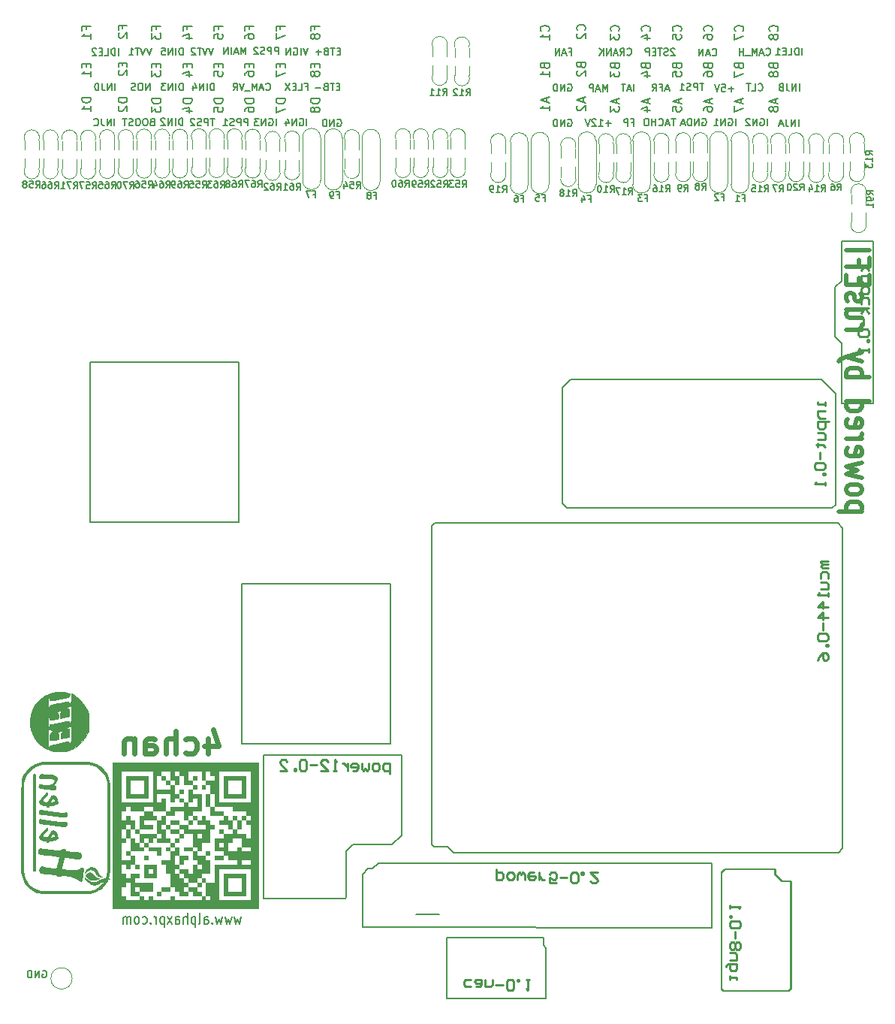
<source format=gbo>
G75*
G70*
%OFA0B0*%
%FSLAX25Y25*%
%IPPOS*%
%LPD*%
%AMOC8*
5,1,8,0,0,1.08239X$1,22.5*
%
%ADD10C,0.02362*%
%ADD58C,0.00787*%
%ADD60C,0.01969*%
%ADD68C,0.00472*%
%ADD77C,0.00669*%
%ADD79C,0.00500*%
%ADD80C,0.00591*%
%ADD81C,0.00390*%
%ADD82C,0.01000*%
%ADD85C,0.00512*%
%ADD86C,0.00010*%
X0000000Y0000000D02*
%LPD*%
G01*
D77*
X0331933Y0388614D02*
X0331933Y0391763D01*
X0328783Y0391613D02*
X0329083Y0391763D01*
X0329533Y0391763D01*
X0329983Y0391613D01*
X0330283Y0391313D01*
X0330433Y0391013D01*
X0330583Y0390413D01*
X0330583Y0389964D01*
X0330433Y0389364D01*
X0330283Y0389064D01*
X0329983Y0388764D01*
X0329533Y0388614D01*
X0329233Y0388614D01*
X0328783Y0388764D01*
X0328633Y0388914D01*
X0328633Y0389964D01*
X0329233Y0389964D01*
X0327284Y0388614D02*
X0327284Y0391763D01*
X0325484Y0388614D01*
X0325484Y0391763D01*
X0324134Y0391463D02*
X0323984Y0391613D01*
X0323684Y0391763D01*
X0322934Y0391763D01*
X0322634Y0391613D01*
X0322484Y0391463D01*
X0322334Y0391163D01*
X0322334Y0390863D01*
X0322484Y0390413D01*
X0324284Y0388614D01*
X0322334Y0388614D01*
X0269608Y0420139D02*
X0269758Y0419989D01*
X0270208Y0419839D01*
X0270508Y0419839D01*
X0270958Y0419989D01*
X0271258Y0420289D01*
X0271408Y0420589D01*
X0271558Y0421189D01*
X0271558Y0421639D01*
X0271408Y0422239D01*
X0271258Y0422539D01*
X0270958Y0422839D01*
X0270508Y0422989D01*
X0270208Y0422989D01*
X0269758Y0422839D01*
X0269608Y0422689D01*
X0266459Y0419839D02*
X0267509Y0421339D01*
X0268258Y0419839D02*
X0268258Y0422989D01*
X0267059Y0422989D01*
X0266759Y0422839D01*
X0266609Y0422689D01*
X0266459Y0422389D01*
X0266459Y0421939D01*
X0266609Y0421639D01*
X0266759Y0421489D01*
X0267059Y0421339D01*
X0268258Y0421339D01*
X0265259Y0420739D02*
X0263759Y0420739D01*
X0265559Y0419839D02*
X0264509Y0422989D01*
X0263459Y0419839D01*
X0262409Y0419839D02*
X0262409Y0422989D01*
X0260609Y0419839D01*
X0260609Y0422989D01*
X0259110Y0419839D02*
X0259110Y0422989D01*
X0257310Y0419839D02*
X0258660Y0421639D01*
X0257310Y0422989D02*
X0259110Y0421189D01*
X0100272Y0420229D02*
X0100272Y0423378D01*
X0099222Y0421129D01*
X0098172Y0423378D01*
X0098172Y0420229D01*
X0096822Y0421129D02*
X0095322Y0421129D01*
X0097122Y0420229D02*
X0096072Y0423378D01*
X0095022Y0420229D01*
X0093973Y0420229D02*
X0093973Y0423378D01*
X0092473Y0420229D02*
X0092473Y0423378D01*
X0090673Y0420229D01*
X0090673Y0423378D01*
X0142210Y0421682D02*
X0141160Y0421682D01*
X0140711Y0420032D02*
X0142210Y0420032D01*
X0142210Y0423181D01*
X0140711Y0423181D01*
X0139811Y0423181D02*
X0138011Y0423181D01*
X0138911Y0420032D02*
X0138911Y0423181D01*
X0135911Y0421682D02*
X0135461Y0421532D01*
X0135311Y0421382D01*
X0135161Y0421082D01*
X0135161Y0420632D01*
X0135311Y0420332D01*
X0135461Y0420182D01*
X0135761Y0420032D01*
X0136961Y0420032D01*
X0136961Y0423181D01*
X0135911Y0423181D01*
X0135611Y0423031D01*
X0135461Y0422882D01*
X0135311Y0422582D01*
X0135311Y0422282D01*
X0135461Y0421982D01*
X0135611Y0421832D01*
X0135911Y0421682D01*
X0136961Y0421682D01*
X0133811Y0421232D02*
X0131412Y0421232D01*
X0132612Y0420032D02*
X0132612Y0422432D01*
X0347269Y0419976D02*
X0347269Y0423126D01*
X0345769Y0419976D02*
X0345769Y0423126D01*
X0345019Y0423126D01*
X0344569Y0422976D01*
X0344269Y0422676D01*
X0344119Y0422376D01*
X0343969Y0421776D01*
X0343969Y0421326D01*
X0344119Y0420726D01*
X0344269Y0420426D01*
X0344569Y0420126D01*
X0345019Y0419976D01*
X0345769Y0419976D01*
X0341119Y0419976D02*
X0342619Y0419976D01*
X0342619Y0423126D01*
X0340070Y0421626D02*
X0339020Y0421626D01*
X0338570Y0419976D02*
X0340070Y0419976D01*
X0340070Y0423126D01*
X0338570Y0423126D01*
X0335570Y0419976D02*
X0337370Y0419976D01*
X0336470Y0419976D02*
X0336470Y0423126D01*
X0336770Y0422676D01*
X0337070Y0422376D01*
X0337370Y0422226D01*
D58*
X0098191Y0037627D02*
X0097441Y0034477D01*
X0096691Y0036727D01*
X0095941Y0034477D01*
X0095191Y0037627D01*
X0094066Y0037627D02*
X0093316Y0034477D01*
X0092567Y0036727D01*
X0091817Y0034477D01*
X0091067Y0037627D01*
X0089942Y0037627D02*
X0089192Y0034477D01*
X0088442Y0036727D01*
X0087692Y0034477D01*
X0086942Y0037627D01*
X0085442Y0034927D02*
X0085255Y0034702D01*
X0085442Y0034477D01*
X0085630Y0034702D01*
X0085442Y0034927D01*
X0085442Y0034477D01*
X0081880Y0034477D02*
X0081880Y0036952D01*
X0082068Y0037402D01*
X0082443Y0037627D01*
X0083193Y0037627D01*
X0083568Y0037402D01*
X0081880Y0034702D02*
X0082255Y0034477D01*
X0083193Y0034477D01*
X0083568Y0034702D01*
X0083755Y0035152D01*
X0083755Y0035602D01*
X0083568Y0036052D01*
X0083193Y0036277D01*
X0082255Y0036277D01*
X0081880Y0036502D01*
X0079443Y0034477D02*
X0079818Y0034702D01*
X0080006Y0035152D01*
X0080006Y0039201D01*
X0077943Y0037627D02*
X0077943Y0032902D01*
X0077943Y0037402D02*
X0077568Y0037627D01*
X0076819Y0037627D01*
X0076444Y0037402D01*
X0076256Y0037177D01*
X0076069Y0036727D01*
X0076069Y0035377D01*
X0076256Y0034927D01*
X0076444Y0034702D01*
X0076819Y0034477D01*
X0077568Y0034477D01*
X0077943Y0034702D01*
X0074381Y0034477D02*
X0074381Y0039201D01*
X0072694Y0034477D02*
X0072694Y0036952D01*
X0072882Y0037402D01*
X0073256Y0037627D01*
X0073819Y0037627D01*
X0074194Y0037402D01*
X0074381Y0037177D01*
X0069132Y0034477D02*
X0069132Y0036952D01*
X0069319Y0037402D01*
X0069694Y0037627D01*
X0070444Y0037627D01*
X0070819Y0037402D01*
X0069132Y0034702D02*
X0069507Y0034477D01*
X0070444Y0034477D01*
X0070819Y0034702D01*
X0071007Y0035152D01*
X0071007Y0035602D01*
X0070819Y0036052D01*
X0070444Y0036277D01*
X0069507Y0036277D01*
X0069132Y0036502D01*
X0067632Y0034477D02*
X0065570Y0037627D01*
X0067632Y0037627D02*
X0065570Y0034477D01*
X0064070Y0037627D02*
X0064070Y0032902D01*
X0064070Y0037402D02*
X0063695Y0037627D01*
X0062945Y0037627D01*
X0062570Y0037402D01*
X0062383Y0037177D01*
X0062195Y0036727D01*
X0062195Y0035377D01*
X0062383Y0034927D01*
X0062570Y0034702D01*
X0062945Y0034477D01*
X0063695Y0034477D01*
X0064070Y0034702D01*
X0060508Y0034477D02*
X0060508Y0037627D01*
X0060508Y0036727D02*
X0060321Y0037177D01*
X0060133Y0037402D01*
X0059758Y0037627D01*
X0059383Y0037627D01*
X0058071Y0034927D02*
X0057883Y0034702D01*
X0058071Y0034477D01*
X0058258Y0034702D01*
X0058071Y0034927D01*
X0058071Y0034477D01*
X0054509Y0034702D02*
X0054884Y0034477D01*
X0055634Y0034477D01*
X0056009Y0034702D01*
X0056196Y0034927D01*
X0056384Y0035377D01*
X0056384Y0036727D01*
X0056196Y0037177D01*
X0056009Y0037402D01*
X0055634Y0037627D01*
X0054884Y0037627D01*
X0054509Y0037402D01*
X0052259Y0034477D02*
X0052634Y0034702D01*
X0052822Y0034927D01*
X0053009Y0035377D01*
X0053009Y0036727D01*
X0052822Y0037177D01*
X0052634Y0037402D01*
X0052259Y0037627D01*
X0051697Y0037627D01*
X0051322Y0037402D01*
X0051134Y0037177D01*
X0050947Y0036727D01*
X0050947Y0035377D01*
X0051134Y0034927D01*
X0051322Y0034702D01*
X0051697Y0034477D01*
X0052259Y0034477D01*
X0049259Y0034477D02*
X0049259Y0037627D01*
X0049259Y0037177D02*
X0049072Y0037402D01*
X0048697Y0037627D01*
X0048135Y0037627D01*
X0047760Y0037402D01*
X0047572Y0036952D01*
X0047572Y0034477D01*
X0047572Y0036952D02*
X0047385Y0037402D01*
X0047010Y0037627D01*
X0046447Y0037627D01*
X0046072Y0037402D01*
X0045885Y0036952D01*
X0045885Y0034477D01*
D77*
X0058446Y0423181D02*
X0057396Y0420032D01*
X0056346Y0423181D01*
X0055746Y0423181D02*
X0054696Y0420032D01*
X0053646Y0423181D01*
X0053046Y0423181D02*
X0051247Y0423181D01*
X0052147Y0420032D02*
X0052147Y0423181D01*
X0048547Y0420032D02*
X0050347Y0420032D01*
X0049447Y0420032D02*
X0049447Y0423181D01*
X0049747Y0422732D01*
X0050047Y0422432D01*
X0050347Y0422282D01*
X0072244Y0388733D02*
X0072244Y0391882D01*
X0071494Y0391882D01*
X0071044Y0391732D01*
X0070744Y0391432D01*
X0070594Y0391132D01*
X0070444Y0390532D01*
X0070444Y0390082D01*
X0070594Y0389483D01*
X0070744Y0389183D01*
X0071044Y0388883D01*
X0071494Y0388733D01*
X0072244Y0388733D01*
X0069094Y0388733D02*
X0069094Y0391882D01*
X0067595Y0388733D02*
X0067595Y0391882D01*
X0065795Y0388733D01*
X0065795Y0391882D01*
X0064445Y0391582D02*
X0064295Y0391732D01*
X0063995Y0391882D01*
X0063245Y0391882D01*
X0062945Y0391732D01*
X0062795Y0391582D01*
X0062645Y0391282D01*
X0062645Y0390982D01*
X0062795Y0390532D01*
X0064595Y0388733D01*
X0062645Y0388733D01*
X0043766Y0419835D02*
X0043766Y0422985D01*
X0042267Y0419835D02*
X0042267Y0422985D01*
X0041517Y0422985D01*
X0041067Y0422835D01*
X0040767Y0422535D01*
X0040617Y0422235D01*
X0040467Y0421635D01*
X0040467Y0421185D01*
X0040617Y0420585D01*
X0040767Y0420285D01*
X0041067Y0419985D01*
X0041517Y0419835D01*
X0042267Y0419835D01*
X0037617Y0419835D02*
X0039117Y0419835D01*
X0039117Y0422985D01*
X0036567Y0421485D02*
X0035517Y0421485D01*
X0035067Y0419835D02*
X0036567Y0419835D01*
X0036567Y0422985D01*
X0035067Y0422985D01*
X0033868Y0422685D02*
X0033718Y0422835D01*
X0033418Y0422985D01*
X0032668Y0422985D01*
X0032368Y0422835D01*
X0032218Y0422685D01*
X0032068Y0422385D01*
X0032068Y0422085D01*
X0032218Y0421635D01*
X0034018Y0419835D01*
X0032068Y0419835D01*
X0127859Y0423181D02*
X0126809Y0420032D01*
X0125759Y0423181D01*
X0124709Y0420032D02*
X0124709Y0423181D01*
X0121560Y0423031D02*
X0121860Y0423181D01*
X0122310Y0423181D01*
X0122760Y0423031D01*
X0123060Y0422732D01*
X0123210Y0422432D01*
X0123360Y0421832D01*
X0123360Y0421382D01*
X0123210Y0420782D01*
X0123060Y0420482D01*
X0122760Y0420182D01*
X0122310Y0420032D01*
X0122010Y0420032D01*
X0121560Y0420182D01*
X0121410Y0420332D01*
X0121410Y0421382D01*
X0122010Y0421382D01*
X0120060Y0420032D02*
X0120060Y0423181D01*
X0118260Y0420032D01*
X0118260Y0423181D01*
X0142013Y0405934D02*
X0140964Y0405934D01*
X0140514Y0404284D02*
X0142013Y0404284D01*
X0142013Y0407433D01*
X0140514Y0407433D01*
X0139614Y0407433D02*
X0137814Y0407433D01*
X0138714Y0404284D02*
X0138714Y0407433D01*
X0135714Y0405934D02*
X0135264Y0405784D01*
X0135114Y0405634D01*
X0134964Y0405334D01*
X0134964Y0404884D01*
X0135114Y0404584D01*
X0135264Y0404434D01*
X0135564Y0404284D01*
X0136764Y0404284D01*
X0136764Y0407433D01*
X0135714Y0407433D01*
X0135414Y0407283D01*
X0135264Y0407133D01*
X0135114Y0406834D01*
X0135114Y0406534D01*
X0135264Y0406234D01*
X0135414Y0406084D01*
X0135714Y0405934D01*
X0136764Y0405934D01*
X0133615Y0405484D02*
X0131215Y0405484D01*
D10*
X0083373Y0116760D02*
X0083373Y0109936D01*
X0085810Y0120660D02*
X0088247Y0113348D01*
X0081910Y0113348D01*
X0073624Y0110424D02*
X0074599Y0109936D01*
X0076549Y0109936D01*
X0077523Y0110424D01*
X0078011Y0110911D01*
X0078498Y0111886D01*
X0078498Y0114811D01*
X0078011Y0115786D01*
X0077523Y0116273D01*
X0076549Y0116760D01*
X0074599Y0116760D01*
X0073624Y0116273D01*
X0069237Y0109936D02*
X0069237Y0120172D01*
X0064850Y0109936D02*
X0064850Y0115298D01*
X0065337Y0116273D01*
X0066312Y0116760D01*
X0067775Y0116760D01*
X0068750Y0116273D01*
X0069237Y0115786D01*
X0055589Y0109936D02*
X0055589Y0115298D01*
X0056076Y0116273D01*
X0057051Y0116760D01*
X0059001Y0116760D01*
X0059976Y0116273D01*
X0055589Y0110424D02*
X0056564Y0109936D01*
X0059001Y0109936D01*
X0059976Y0110424D01*
X0060463Y0111399D01*
X0060463Y0112373D01*
X0059976Y0113348D01*
X0059001Y0113836D01*
X0056564Y0113836D01*
X0055589Y0114323D01*
X0050714Y0116760D02*
X0050714Y0109936D01*
X0050714Y0115786D02*
X0050227Y0116273D01*
X0049252Y0116760D01*
X0047790Y0116760D01*
X0046815Y0116273D01*
X0046327Y0115298D01*
X0046327Y0109936D01*
D77*
X0126781Y0405934D02*
X0127831Y0405934D01*
X0127831Y0404284D02*
X0127831Y0407433D01*
X0126331Y0407433D01*
X0123631Y0404284D02*
X0125131Y0404284D01*
X0125131Y0407433D01*
X0122582Y0405934D02*
X0121532Y0405934D01*
X0121082Y0404284D02*
X0122582Y0404284D01*
X0122582Y0407433D01*
X0121082Y0407433D01*
X0120032Y0407433D02*
X0117932Y0404284D01*
X0117932Y0407433D02*
X0120032Y0404284D01*
X0109252Y0404584D02*
X0109402Y0404434D01*
X0109852Y0404284D01*
X0110152Y0404284D01*
X0110602Y0404434D01*
X0110902Y0404734D01*
X0111052Y0405034D01*
X0111202Y0405634D01*
X0111202Y0406084D01*
X0111052Y0406684D01*
X0110902Y0406984D01*
X0110602Y0407283D01*
X0110152Y0407433D01*
X0109852Y0407433D01*
X0109402Y0407283D01*
X0109252Y0407133D01*
X0108052Y0405184D02*
X0106552Y0405184D01*
X0108352Y0404284D02*
X0107302Y0407433D01*
X0106252Y0404284D01*
X0105202Y0404284D02*
X0105202Y0407433D01*
X0104153Y0405184D01*
X0103103Y0407433D01*
X0103103Y0404284D01*
X0102353Y0403984D02*
X0099953Y0403984D01*
X0099653Y0407433D02*
X0098603Y0404284D01*
X0097553Y0407433D01*
X0094704Y0404284D02*
X0095754Y0405784D01*
X0096504Y0404284D02*
X0096504Y0407433D01*
X0095304Y0407433D01*
X0095004Y0407283D01*
X0094854Y0407133D01*
X0094704Y0406834D01*
X0094704Y0406384D01*
X0094854Y0406084D01*
X0095004Y0405934D01*
X0095304Y0405784D01*
X0096504Y0405784D01*
X0058727Y0390186D02*
X0058277Y0390036D01*
X0058127Y0389886D01*
X0057977Y0389586D01*
X0057977Y0389136D01*
X0058127Y0388836D01*
X0058277Y0388686D01*
X0058577Y0388536D01*
X0059777Y0388536D01*
X0059777Y0391685D01*
X0058727Y0391685D01*
X0058427Y0391535D01*
X0058277Y0391385D01*
X0058127Y0391085D01*
X0058127Y0390786D01*
X0058277Y0390486D01*
X0058427Y0390336D01*
X0058727Y0390186D01*
X0059777Y0390186D01*
X0056027Y0391685D02*
X0055427Y0391685D01*
X0055127Y0391535D01*
X0054828Y0391235D01*
X0054678Y0390636D01*
X0054678Y0389586D01*
X0054828Y0388986D01*
X0055127Y0388686D01*
X0055427Y0388536D01*
X0056027Y0388536D01*
X0056327Y0388686D01*
X0056627Y0388986D01*
X0056777Y0389586D01*
X0056777Y0390636D01*
X0056627Y0391235D01*
X0056327Y0391535D01*
X0056027Y0391685D01*
X0052728Y0391685D02*
X0052128Y0391685D01*
X0051828Y0391535D01*
X0051528Y0391235D01*
X0051378Y0390636D01*
X0051378Y0389586D01*
X0051528Y0388986D01*
X0051828Y0388686D01*
X0052128Y0388536D01*
X0052728Y0388536D01*
X0053028Y0388686D01*
X0053328Y0388986D01*
X0053478Y0389586D01*
X0053478Y0390636D01*
X0053328Y0391235D01*
X0053028Y0391535D01*
X0052728Y0391685D01*
X0050178Y0388686D02*
X0049728Y0388536D01*
X0048978Y0388536D01*
X0048678Y0388686D01*
X0048528Y0388836D01*
X0048378Y0389136D01*
X0048378Y0389436D01*
X0048528Y0389736D01*
X0048678Y0389886D01*
X0048978Y0390036D01*
X0049578Y0390186D01*
X0049878Y0390336D01*
X0050028Y0390486D01*
X0050178Y0390786D01*
X0050178Y0391085D01*
X0050028Y0391385D01*
X0049878Y0391535D01*
X0049578Y0391685D01*
X0048828Y0391685D01*
X0048378Y0391535D01*
X0047478Y0391685D02*
X0045679Y0391685D01*
X0046579Y0388536D02*
X0046579Y0391685D01*
X0140982Y0391339D02*
X0141282Y0391489D01*
X0141732Y0391489D01*
X0142182Y0391339D01*
X0142482Y0391039D01*
X0142632Y0390739D01*
X0142782Y0390139D01*
X0142782Y0389689D01*
X0142632Y0389089D01*
X0142482Y0388789D01*
X0142182Y0388489D01*
X0141732Y0388339D01*
X0141432Y0388339D01*
X0140982Y0388489D01*
X0140832Y0388639D01*
X0140832Y0389689D01*
X0141432Y0389689D01*
X0139483Y0388339D02*
X0139483Y0391489D01*
X0137683Y0388339D01*
X0137683Y0391489D01*
X0136183Y0388339D02*
X0136183Y0391489D01*
X0135433Y0391489D01*
X0134983Y0391339D01*
X0134683Y0391039D01*
X0134533Y0390739D01*
X0134383Y0390139D01*
X0134383Y0389689D01*
X0134533Y0389089D01*
X0134683Y0388789D01*
X0134983Y0388489D01*
X0135433Y0388339D01*
X0136183Y0388339D01*
D60*
X0373847Y0217515D02*
X0363611Y0217515D01*
X0373360Y0217515D02*
X0373847Y0218340D01*
X0373847Y0219990D01*
X0373360Y0220815D01*
X0372872Y0221227D01*
X0371897Y0221639D01*
X0368973Y0221639D01*
X0367998Y0221227D01*
X0367510Y0220815D01*
X0367023Y0219990D01*
X0367023Y0218340D01*
X0367510Y0217515D01*
X0367023Y0226589D02*
X0367510Y0225764D01*
X0367998Y0225352D01*
X0368973Y0224939D01*
X0371897Y0224939D01*
X0372872Y0225352D01*
X0373360Y0225764D01*
X0373847Y0226589D01*
X0373847Y0227826D01*
X0373360Y0228651D01*
X0372872Y0229064D01*
X0371897Y0229476D01*
X0368973Y0229476D01*
X0367998Y0229064D01*
X0367510Y0228651D01*
X0367023Y0227826D01*
X0367023Y0226589D01*
X0373847Y0232363D02*
X0367023Y0234013D01*
X0371897Y0235663D01*
X0367023Y0237313D01*
X0373847Y0238962D01*
X0367510Y0245561D02*
X0367023Y0244737D01*
X0367023Y0243087D01*
X0367510Y0242262D01*
X0368485Y0241849D01*
X0372385Y0241849D01*
X0373360Y0242262D01*
X0373847Y0243087D01*
X0373847Y0244737D01*
X0373360Y0245561D01*
X0372385Y0245974D01*
X0371410Y0245974D01*
X0370435Y0241849D01*
X0367023Y0249686D02*
X0373847Y0249686D01*
X0371897Y0249686D02*
X0372872Y0250098D01*
X0373360Y0250511D01*
X0373847Y0251336D01*
X0373847Y0252161D01*
X0367510Y0258347D02*
X0367023Y0257522D01*
X0367023Y0255873D01*
X0367510Y0255048D01*
X0368485Y0254635D01*
X0372385Y0254635D01*
X0373360Y0255048D01*
X0373847Y0255873D01*
X0373847Y0257522D01*
X0373360Y0258347D01*
X0372385Y0258760D01*
X0371410Y0258760D01*
X0370435Y0254635D01*
X0367023Y0266184D02*
X0377259Y0266184D01*
X0367510Y0266184D02*
X0367023Y0265359D01*
X0367023Y0263709D01*
X0367510Y0262884D01*
X0367998Y0262472D01*
X0368973Y0262059D01*
X0371897Y0262059D01*
X0372872Y0262472D01*
X0373360Y0262884D01*
X0373847Y0263709D01*
X0373847Y0265359D01*
X0373360Y0266184D01*
X0367023Y0276908D02*
X0377259Y0276908D01*
X0373360Y0276908D02*
X0373847Y0277732D01*
X0373847Y0279382D01*
X0373360Y0280207D01*
X0372872Y0280620D01*
X0371897Y0281032D01*
X0368973Y0281032D01*
X0367998Y0280620D01*
X0367510Y0280207D01*
X0367023Y0279382D01*
X0367023Y0277732D01*
X0367510Y0276908D01*
X0373847Y0283919D02*
X0367023Y0285981D01*
X0373847Y0288044D02*
X0367023Y0285981D01*
X0364586Y0285157D01*
X0364098Y0284744D01*
X0363611Y0283919D01*
X0367023Y0297942D02*
X0373847Y0297942D01*
X0371897Y0297942D02*
X0372872Y0298355D01*
X0373360Y0298767D01*
X0373847Y0299592D01*
X0373847Y0300417D01*
X0373847Y0307016D02*
X0367023Y0307016D01*
X0373847Y0303304D02*
X0368485Y0303304D01*
X0367510Y0303717D01*
X0367023Y0304542D01*
X0367023Y0305779D01*
X0367510Y0306604D01*
X0367998Y0307016D01*
X0367510Y0310728D02*
X0367023Y0311553D01*
X0367023Y0313203D01*
X0367510Y0314028D01*
X0368485Y0314440D01*
X0368973Y0314440D01*
X0369948Y0314028D01*
X0370435Y0313203D01*
X0370435Y0311966D01*
X0370922Y0311141D01*
X0371897Y0310728D01*
X0372385Y0310728D01*
X0373360Y0311141D01*
X0373847Y0311966D01*
X0373847Y0313203D01*
X0373360Y0314028D01*
X0372385Y0318152D02*
X0372385Y0321040D01*
X0367023Y0322277D02*
X0367023Y0318152D01*
X0377259Y0318152D01*
X0377259Y0322277D01*
X0372385Y0328876D02*
X0372385Y0325989D01*
X0367023Y0325989D02*
X0377259Y0325989D01*
X0377259Y0330113D01*
X0367023Y0333413D02*
X0377259Y0333413D01*
D77*
X0042220Y0404284D02*
X0042220Y0407433D01*
X0040720Y0404284D02*
X0040720Y0407433D01*
X0038920Y0404284D01*
X0038920Y0407433D01*
X0036520Y0407433D02*
X0036520Y0405184D01*
X0036670Y0404734D01*
X0036970Y0404434D01*
X0037420Y0404284D01*
X0037720Y0404284D01*
X0035021Y0404284D02*
X0035021Y0407433D01*
X0034271Y0407433D01*
X0033821Y0407283D01*
X0033521Y0406984D01*
X0033371Y0406684D01*
X0033221Y0406084D01*
X0033221Y0405634D01*
X0033371Y0405034D01*
X0033521Y0404734D01*
X0033821Y0404434D01*
X0034271Y0404284D01*
X0035021Y0404284D01*
X0303699Y0407433D02*
X0301900Y0407433D01*
X0302800Y0404284D02*
X0302800Y0407433D01*
X0300850Y0404284D02*
X0300850Y0407433D01*
X0299650Y0407433D01*
X0299350Y0407283D01*
X0299200Y0407133D01*
X0299050Y0406834D01*
X0299050Y0406384D01*
X0299200Y0406084D01*
X0299350Y0405934D01*
X0299650Y0405784D01*
X0300850Y0405784D01*
X0297850Y0404434D02*
X0297400Y0404284D01*
X0296650Y0404284D01*
X0296350Y0404434D01*
X0296200Y0404584D01*
X0296050Y0404884D01*
X0296050Y0405184D01*
X0296200Y0405484D01*
X0296350Y0405634D01*
X0296650Y0405784D01*
X0297250Y0405934D01*
X0297550Y0406084D01*
X0297700Y0406234D01*
X0297850Y0406534D01*
X0297850Y0406834D01*
X0297700Y0407133D01*
X0297550Y0407283D01*
X0297250Y0407433D01*
X0296500Y0407433D01*
X0296050Y0407283D01*
X0293051Y0404284D02*
X0294851Y0404284D01*
X0293951Y0404284D02*
X0293951Y0407433D01*
X0294251Y0406984D01*
X0294551Y0406684D01*
X0294851Y0406534D01*
X0345831Y0388339D02*
X0345831Y0391489D01*
X0344331Y0388339D02*
X0344331Y0391489D01*
X0342532Y0388339D01*
X0342532Y0391489D01*
X0340132Y0391489D02*
X0340132Y0389239D01*
X0340282Y0388789D01*
X0340582Y0388489D01*
X0341032Y0388339D01*
X0341332Y0388339D01*
X0338782Y0389239D02*
X0337282Y0389239D01*
X0339082Y0388339D02*
X0338032Y0391489D01*
X0336982Y0388339D01*
X0042023Y0388536D02*
X0042023Y0391685D01*
X0040523Y0388536D02*
X0040523Y0391685D01*
X0038723Y0388536D01*
X0038723Y0391685D01*
X0036324Y0391685D02*
X0036324Y0389436D01*
X0036474Y0388986D01*
X0036774Y0388686D01*
X0037223Y0388536D01*
X0037523Y0388536D01*
X0033024Y0388836D02*
X0033174Y0388686D01*
X0033624Y0388536D01*
X0033924Y0388536D01*
X0034374Y0388686D01*
X0034674Y0388986D01*
X0034824Y0389286D01*
X0034974Y0389886D01*
X0034974Y0390336D01*
X0034824Y0390936D01*
X0034674Y0391235D01*
X0034374Y0391535D01*
X0033924Y0391685D01*
X0033624Y0391685D01*
X0033174Y0391535D01*
X0033024Y0391385D01*
X0307393Y0419864D02*
X0307543Y0419714D01*
X0307993Y0419564D01*
X0308293Y0419564D01*
X0308743Y0419714D01*
X0309042Y0420014D01*
X0309192Y0420314D01*
X0309342Y0420914D01*
X0309342Y0421364D01*
X0309192Y0421964D01*
X0309042Y0422264D01*
X0308743Y0422564D01*
X0308293Y0422714D01*
X0307993Y0422714D01*
X0307543Y0422564D01*
X0307393Y0422414D01*
X0306193Y0420464D02*
X0304693Y0420464D01*
X0306493Y0419564D02*
X0305443Y0422714D01*
X0304393Y0419564D01*
X0303343Y0419564D02*
X0303343Y0422714D01*
X0301543Y0419564D01*
X0301543Y0422714D01*
X0271603Y0390126D02*
X0272653Y0390126D01*
X0272653Y0388476D02*
X0272653Y0391626D01*
X0271153Y0391626D01*
X0269953Y0388476D02*
X0269953Y0391626D01*
X0268753Y0391626D01*
X0268453Y0391476D01*
X0268303Y0391326D01*
X0268153Y0391026D01*
X0268153Y0390576D01*
X0268303Y0390276D01*
X0268453Y0390126D01*
X0268753Y0389976D01*
X0269953Y0389976D01*
X0127362Y0388536D02*
X0127362Y0391685D01*
X0124213Y0391535D02*
X0124513Y0391685D01*
X0124963Y0391685D01*
X0125412Y0391535D01*
X0125712Y0391235D01*
X0125862Y0390936D01*
X0126012Y0390336D01*
X0126012Y0389886D01*
X0125862Y0389286D01*
X0125712Y0388986D01*
X0125412Y0388686D01*
X0124963Y0388536D01*
X0124663Y0388536D01*
X0124213Y0388686D01*
X0124063Y0388836D01*
X0124063Y0389886D01*
X0124663Y0389886D01*
X0122713Y0388536D02*
X0122713Y0391685D01*
X0120913Y0388536D01*
X0120913Y0391685D01*
X0118063Y0390636D02*
X0118063Y0388536D01*
X0118813Y0391835D02*
X0119563Y0389586D01*
X0117613Y0389586D01*
X0317785Y0388614D02*
X0317785Y0391763D01*
X0314635Y0391613D02*
X0314935Y0391763D01*
X0315385Y0391763D01*
X0315835Y0391613D01*
X0316135Y0391313D01*
X0316285Y0391013D01*
X0316435Y0390413D01*
X0316435Y0389964D01*
X0316285Y0389364D01*
X0316135Y0389064D01*
X0315835Y0388764D01*
X0315385Y0388614D01*
X0315085Y0388614D01*
X0314635Y0388764D01*
X0314485Y0388914D01*
X0314485Y0389964D01*
X0315085Y0389964D01*
X0313135Y0388614D02*
X0313135Y0391763D01*
X0311335Y0388614D01*
X0311335Y0391763D01*
X0308186Y0388614D02*
X0309986Y0388614D01*
X0309086Y0388614D02*
X0309086Y0391763D01*
X0309386Y0391313D01*
X0309686Y0391013D01*
X0309986Y0390863D01*
X0327884Y0404342D02*
X0328034Y0404192D01*
X0328484Y0404042D01*
X0328784Y0404042D01*
X0329234Y0404192D01*
X0329534Y0404492D01*
X0329684Y0404792D01*
X0329834Y0405392D01*
X0329834Y0405842D01*
X0329684Y0406442D01*
X0329534Y0406742D01*
X0329234Y0407042D01*
X0328784Y0407192D01*
X0328484Y0407192D01*
X0328034Y0407042D01*
X0327884Y0406892D01*
X0325035Y0404042D02*
X0326534Y0404042D01*
X0326534Y0407192D01*
X0324435Y0407192D02*
X0322635Y0407192D01*
X0323535Y0404042D02*
X0323535Y0407192D01*
X0243345Y0391339D02*
X0243645Y0391489D01*
X0244094Y0391489D01*
X0244544Y0391339D01*
X0244844Y0391039D01*
X0244994Y0390739D01*
X0245144Y0390139D01*
X0245144Y0389689D01*
X0244994Y0389089D01*
X0244844Y0388789D01*
X0244544Y0388489D01*
X0244094Y0388339D01*
X0243795Y0388339D01*
X0243345Y0388489D01*
X0243195Y0388639D01*
X0243195Y0389689D01*
X0243795Y0389689D01*
X0241845Y0388339D02*
X0241845Y0391489D01*
X0240045Y0388339D01*
X0240045Y0391489D01*
X0238545Y0388339D02*
X0238545Y0391489D01*
X0237795Y0391489D01*
X0237345Y0391339D01*
X0237045Y0391039D01*
X0236895Y0390739D01*
X0236745Y0390139D01*
X0236745Y0389689D01*
X0236895Y0389089D01*
X0237045Y0388789D01*
X0237345Y0388489D01*
X0237795Y0388339D01*
X0238545Y0388339D01*
X0086380Y0391685D02*
X0084580Y0391685D01*
X0085480Y0388536D02*
X0085480Y0391685D01*
X0083530Y0388536D02*
X0083530Y0391685D01*
X0082330Y0391685D01*
X0082030Y0391535D01*
X0081880Y0391385D01*
X0081730Y0391085D01*
X0081730Y0390636D01*
X0081880Y0390336D01*
X0082030Y0390186D01*
X0082330Y0390036D01*
X0083530Y0390036D01*
X0080531Y0388686D02*
X0080081Y0388536D01*
X0079331Y0388536D01*
X0079031Y0388686D01*
X0078881Y0388836D01*
X0078731Y0389136D01*
X0078731Y0389436D01*
X0078881Y0389736D01*
X0079031Y0389886D01*
X0079331Y0390036D01*
X0079931Y0390186D01*
X0080231Y0390336D01*
X0080381Y0390486D01*
X0080531Y0390786D01*
X0080531Y0391085D01*
X0080381Y0391385D01*
X0080231Y0391535D01*
X0079931Y0391685D01*
X0079181Y0391685D01*
X0078731Y0391535D01*
X0077531Y0391385D02*
X0077381Y0391535D01*
X0077081Y0391685D01*
X0076331Y0391685D01*
X0076031Y0391535D01*
X0075881Y0391385D01*
X0075731Y0391085D01*
X0075731Y0390786D01*
X0075881Y0390336D01*
X0077681Y0388536D01*
X0075731Y0388536D01*
X0243345Y0406998D02*
X0243645Y0407148D01*
X0244094Y0407148D01*
X0244544Y0406998D01*
X0244844Y0406698D01*
X0244994Y0406398D01*
X0245144Y0405798D01*
X0245144Y0405348D01*
X0244994Y0404748D01*
X0244844Y0404448D01*
X0244544Y0404148D01*
X0244094Y0403998D01*
X0243795Y0403998D01*
X0243345Y0404148D01*
X0243195Y0404298D01*
X0243195Y0405348D01*
X0243795Y0405348D01*
X0241845Y0403998D02*
X0241845Y0407148D01*
X0240045Y0403998D01*
X0240045Y0407148D01*
X0238545Y0403998D02*
X0238545Y0407148D01*
X0237795Y0407148D01*
X0237345Y0406998D01*
X0237045Y0406698D01*
X0236895Y0406398D01*
X0236745Y0405798D01*
X0236745Y0405348D01*
X0236895Y0404748D01*
X0237045Y0404448D01*
X0237345Y0404148D01*
X0237795Y0403998D01*
X0238545Y0403998D01*
X0101265Y0388536D02*
X0101265Y0391685D01*
X0100066Y0391685D01*
X0099766Y0391535D01*
X0099616Y0391385D01*
X0099466Y0391085D01*
X0099466Y0390636D01*
X0099616Y0390336D01*
X0099766Y0390186D01*
X0100066Y0390036D01*
X0101265Y0390036D01*
X0098116Y0388536D02*
X0098116Y0391685D01*
X0096916Y0391685D01*
X0096616Y0391535D01*
X0096466Y0391385D01*
X0096316Y0391085D01*
X0096316Y0390636D01*
X0096466Y0390336D01*
X0096616Y0390186D01*
X0096916Y0390036D01*
X0098116Y0390036D01*
X0095116Y0388686D02*
X0094666Y0388536D01*
X0093916Y0388536D01*
X0093616Y0388686D01*
X0093466Y0388836D01*
X0093316Y0389136D01*
X0093316Y0389436D01*
X0093466Y0389736D01*
X0093616Y0389886D01*
X0093916Y0390036D01*
X0094516Y0390186D01*
X0094816Y0390336D01*
X0094966Y0390486D01*
X0095116Y0390786D01*
X0095116Y0391085D01*
X0094966Y0391385D01*
X0094816Y0391535D01*
X0094516Y0391685D01*
X0093766Y0391685D01*
X0093316Y0391535D01*
X0090317Y0388536D02*
X0092117Y0388536D01*
X0091217Y0388536D02*
X0091217Y0391685D01*
X0091517Y0391235D01*
X0091817Y0390936D01*
X0092117Y0390786D01*
X0346194Y0404042D02*
X0346194Y0407192D01*
X0344694Y0404042D02*
X0344694Y0407192D01*
X0342894Y0404042D01*
X0342894Y0407192D01*
X0340494Y0407192D02*
X0340494Y0404942D01*
X0340644Y0404492D01*
X0340944Y0404192D01*
X0341394Y0404042D01*
X0341694Y0404042D01*
X0337945Y0405692D02*
X0337495Y0405542D01*
X0337345Y0405392D01*
X0337195Y0405092D01*
X0337195Y0404642D01*
X0337345Y0404342D01*
X0337495Y0404192D01*
X0337795Y0404042D01*
X0338994Y0404042D01*
X0338994Y0407192D01*
X0337945Y0407192D01*
X0337645Y0407042D01*
X0337495Y0406892D01*
X0337345Y0406592D01*
X0337345Y0406292D01*
X0337495Y0405992D01*
X0337645Y0405842D01*
X0337945Y0405692D01*
X0338994Y0405692D01*
X0086220Y0404284D02*
X0086220Y0407433D01*
X0085471Y0407433D01*
X0085021Y0407283D01*
X0084721Y0406984D01*
X0084571Y0406684D01*
X0084421Y0406084D01*
X0084421Y0405634D01*
X0084571Y0405034D01*
X0084721Y0404734D01*
X0085021Y0404434D01*
X0085471Y0404284D01*
X0086220Y0404284D01*
X0083071Y0404284D02*
X0083071Y0407433D01*
X0081571Y0404284D02*
X0081571Y0407433D01*
X0079771Y0404284D01*
X0079771Y0407433D01*
X0076922Y0406384D02*
X0076922Y0404284D01*
X0077672Y0407583D02*
X0078421Y0405334D01*
X0076472Y0405334D01*
X0288163Y0404805D02*
X0286664Y0404805D01*
X0288463Y0403905D02*
X0287413Y0407054D01*
X0286364Y0403905D01*
X0284264Y0405555D02*
X0285314Y0405555D01*
X0285314Y0403905D02*
X0285314Y0407054D01*
X0283814Y0407054D01*
X0280814Y0403905D02*
X0281864Y0405405D01*
X0282614Y0403905D02*
X0282614Y0407054D01*
X0281414Y0407054D01*
X0281114Y0406905D01*
X0280964Y0406755D01*
X0280814Y0406455D01*
X0280814Y0406005D01*
X0280964Y0405705D01*
X0281114Y0405555D01*
X0281414Y0405405D01*
X0282614Y0405405D01*
X0290813Y0422689D02*
X0290663Y0422839D01*
X0290363Y0422989D01*
X0289613Y0422989D01*
X0289313Y0422839D01*
X0289163Y0422689D01*
X0289014Y0422389D01*
X0289014Y0422089D01*
X0289163Y0421639D01*
X0290963Y0419839D01*
X0289014Y0419839D01*
X0287814Y0419989D02*
X0287364Y0419839D01*
X0286614Y0419839D01*
X0286314Y0419989D01*
X0286164Y0420139D01*
X0286014Y0420439D01*
X0286014Y0420739D01*
X0286164Y0421039D01*
X0286314Y0421189D01*
X0286614Y0421339D01*
X0287214Y0421489D01*
X0287514Y0421639D01*
X0287664Y0421789D01*
X0287814Y0422089D01*
X0287814Y0422389D01*
X0287664Y0422689D01*
X0287514Y0422839D01*
X0287214Y0422989D01*
X0286464Y0422989D01*
X0286014Y0422839D01*
X0285114Y0422989D02*
X0283314Y0422989D01*
X0284214Y0419839D02*
X0284214Y0422989D01*
X0282264Y0421489D02*
X0281214Y0421489D01*
X0280765Y0419839D02*
X0282264Y0419839D01*
X0282264Y0422989D01*
X0280765Y0422989D01*
X0279415Y0419839D02*
X0279415Y0422989D01*
X0278215Y0422989D01*
X0277915Y0422839D01*
X0277765Y0422689D01*
X0277615Y0422389D01*
X0277615Y0421939D01*
X0277765Y0421639D01*
X0277915Y0421489D01*
X0278215Y0421339D01*
X0279415Y0421339D01*
X0331271Y0420139D02*
X0331421Y0419989D01*
X0331871Y0419839D01*
X0332171Y0419839D01*
X0332621Y0419989D01*
X0332921Y0420289D01*
X0333071Y0420589D01*
X0333221Y0421189D01*
X0333221Y0421639D01*
X0333071Y0422239D01*
X0332921Y0422539D01*
X0332621Y0422839D01*
X0332171Y0422989D01*
X0331871Y0422989D01*
X0331421Y0422839D01*
X0331271Y0422689D01*
X0330072Y0420739D02*
X0328572Y0420739D01*
X0330372Y0419839D02*
X0329322Y0422989D01*
X0328272Y0419839D01*
X0327222Y0419839D02*
X0327222Y0422989D01*
X0326172Y0420739D01*
X0325122Y0422989D01*
X0325122Y0419839D01*
X0324372Y0419539D02*
X0321973Y0419539D01*
X0321223Y0419839D02*
X0321223Y0422989D01*
X0321223Y0421489D02*
X0319423Y0421489D01*
X0319423Y0419839D02*
X0319423Y0422989D01*
X0243907Y0421489D02*
X0244957Y0421489D01*
X0244957Y0419839D02*
X0244957Y0422989D01*
X0243457Y0422989D01*
X0242407Y0420739D02*
X0240907Y0420739D01*
X0242707Y0419839D02*
X0241657Y0422989D01*
X0240607Y0419839D01*
X0239557Y0419839D02*
X0239557Y0422989D01*
X0237757Y0419839D01*
X0237757Y0422989D01*
X0113780Y0388536D02*
X0113780Y0391685D01*
X0110630Y0391535D02*
X0110930Y0391685D01*
X0111380Y0391685D01*
X0111830Y0391535D01*
X0112130Y0391235D01*
X0112280Y0390936D01*
X0112430Y0390336D01*
X0112430Y0389886D01*
X0112280Y0389286D01*
X0112130Y0388986D01*
X0111830Y0388686D01*
X0111380Y0388536D01*
X0111080Y0388536D01*
X0110630Y0388686D01*
X0110480Y0388836D01*
X0110480Y0389886D01*
X0111080Y0389886D01*
X0109130Y0388536D02*
X0109130Y0391685D01*
X0107330Y0388536D01*
X0107330Y0391685D01*
X0106130Y0391685D02*
X0104181Y0391685D01*
X0105231Y0390486D01*
X0104781Y0390486D01*
X0104481Y0390336D01*
X0104331Y0390186D01*
X0104181Y0389886D01*
X0104181Y0389136D01*
X0104331Y0388836D01*
X0104481Y0388686D01*
X0104781Y0388536D01*
X0105681Y0388536D01*
X0105980Y0388686D01*
X0106130Y0388836D01*
X0114848Y0420229D02*
X0114848Y0423378D01*
X0113648Y0423378D01*
X0113348Y0423228D01*
X0113198Y0423078D01*
X0113048Y0422778D01*
X0113048Y0422328D01*
X0113198Y0422028D01*
X0113348Y0421879D01*
X0113648Y0421729D01*
X0114848Y0421729D01*
X0111699Y0420229D02*
X0111699Y0423378D01*
X0110499Y0423378D01*
X0110199Y0423228D01*
X0110049Y0423078D01*
X0109899Y0422778D01*
X0109899Y0422328D01*
X0110049Y0422028D01*
X0110199Y0421879D01*
X0110499Y0421729D01*
X0111699Y0421729D01*
X0108699Y0420379D02*
X0108249Y0420229D01*
X0107499Y0420229D01*
X0107199Y0420379D01*
X0107049Y0420529D01*
X0106899Y0420829D01*
X0106899Y0421129D01*
X0107049Y0421429D01*
X0107199Y0421579D01*
X0107499Y0421729D01*
X0108099Y0421879D01*
X0108399Y0422028D01*
X0108549Y0422178D01*
X0108699Y0422478D01*
X0108699Y0422778D01*
X0108549Y0423078D01*
X0108399Y0423228D01*
X0108099Y0423378D01*
X0107349Y0423378D01*
X0106899Y0423228D01*
X0105699Y0423078D02*
X0105549Y0423228D01*
X0105249Y0423378D01*
X0104499Y0423378D01*
X0104199Y0423228D01*
X0104049Y0423078D01*
X0103900Y0422778D01*
X0103900Y0422478D01*
X0104049Y0422028D01*
X0105849Y0420229D01*
X0103900Y0420229D01*
X0010137Y0013622D02*
X0010444Y0013776D01*
X0010906Y0013776D01*
X0011367Y0013622D01*
X0011674Y0013315D01*
X0011828Y0013007D01*
X0011982Y0012392D01*
X0011982Y0011931D01*
X0011828Y0011316D01*
X0011674Y0011009D01*
X0011367Y0010701D01*
X0010906Y0010547D01*
X0010598Y0010547D01*
X0010137Y0010701D01*
X0009983Y0010855D01*
X0009983Y0011931D01*
X0010598Y0011931D01*
X0008600Y0010547D02*
X0008600Y0013776D01*
X0006755Y0010547D01*
X0006755Y0013776D01*
X0005217Y0010547D02*
X0005217Y0013776D01*
X0004449Y0013776D01*
X0003988Y0013622D01*
X0003680Y0013315D01*
X0003526Y0013007D01*
X0003373Y0012392D01*
X0003373Y0011931D01*
X0003526Y0011316D01*
X0003680Y0011009D01*
X0003988Y0010701D01*
X0004449Y0010547D01*
X0005217Y0010547D01*
X0072441Y0404284D02*
X0072441Y0407433D01*
X0071691Y0407433D01*
X0071241Y0407283D01*
X0070941Y0406984D01*
X0070791Y0406684D01*
X0070641Y0406084D01*
X0070641Y0405634D01*
X0070791Y0405034D01*
X0070941Y0404734D01*
X0071241Y0404434D01*
X0071691Y0404284D01*
X0072441Y0404284D01*
X0069291Y0404284D02*
X0069291Y0407433D01*
X0067792Y0404284D02*
X0067792Y0407433D01*
X0065992Y0404284D01*
X0065992Y0407433D01*
X0064792Y0407433D02*
X0062842Y0407433D01*
X0063892Y0406234D01*
X0063442Y0406234D01*
X0063142Y0406084D01*
X0062992Y0405934D01*
X0062842Y0405634D01*
X0062842Y0404884D01*
X0062992Y0404584D01*
X0063142Y0404434D01*
X0063442Y0404284D01*
X0064342Y0404284D01*
X0064642Y0404434D01*
X0064792Y0404584D01*
X0302936Y0391613D02*
X0303236Y0391763D01*
X0303686Y0391763D01*
X0304136Y0391613D01*
X0304436Y0391313D01*
X0304586Y0391013D01*
X0304736Y0390413D01*
X0304736Y0389964D01*
X0304586Y0389364D01*
X0304436Y0389064D01*
X0304136Y0388764D01*
X0303686Y0388614D01*
X0303386Y0388614D01*
X0302936Y0388764D01*
X0302786Y0388914D01*
X0302786Y0389964D01*
X0303386Y0389964D01*
X0301436Y0388614D02*
X0301436Y0391763D01*
X0299637Y0388614D01*
X0299637Y0391763D01*
X0298137Y0388614D02*
X0298137Y0391763D01*
X0297387Y0391763D01*
X0296937Y0391613D01*
X0296637Y0391313D01*
X0296487Y0391013D01*
X0296337Y0390413D01*
X0296337Y0389964D01*
X0296487Y0389364D01*
X0296637Y0389064D01*
X0296937Y0388764D01*
X0297387Y0388614D01*
X0298137Y0388614D01*
X0295137Y0389514D02*
X0293637Y0389514D01*
X0295437Y0388614D02*
X0294387Y0391763D01*
X0293337Y0388614D01*
X0316972Y0404967D02*
X0314573Y0404967D01*
X0315773Y0403768D02*
X0315773Y0406167D01*
X0311573Y0406917D02*
X0313073Y0406917D01*
X0313223Y0405417D01*
X0313073Y0405567D01*
X0312773Y0405717D01*
X0312023Y0405717D01*
X0311723Y0405567D01*
X0311573Y0405417D01*
X0311423Y0405117D01*
X0311423Y0404367D01*
X0311573Y0404067D01*
X0311723Y0403918D01*
X0312023Y0403768D01*
X0312773Y0403768D01*
X0313073Y0403918D01*
X0313223Y0404067D01*
X0310523Y0406917D02*
X0309473Y0403768D01*
X0308423Y0406917D01*
X0057790Y0404284D02*
X0057790Y0407433D01*
X0055990Y0404284D01*
X0055990Y0407433D01*
X0053890Y0407433D02*
X0053290Y0407433D01*
X0052990Y0407283D01*
X0052690Y0406984D01*
X0052540Y0406384D01*
X0052540Y0405334D01*
X0052690Y0404734D01*
X0052990Y0404434D01*
X0053290Y0404284D01*
X0053890Y0404284D01*
X0054190Y0404434D01*
X0054490Y0404734D01*
X0054640Y0405334D01*
X0054640Y0406384D01*
X0054490Y0406984D01*
X0054190Y0407283D01*
X0053890Y0407433D01*
X0051340Y0404434D02*
X0050891Y0404284D01*
X0050141Y0404284D01*
X0049841Y0404434D01*
X0049691Y0404584D01*
X0049541Y0404884D01*
X0049541Y0405184D01*
X0049691Y0405484D01*
X0049841Y0405634D01*
X0050141Y0405784D01*
X0050741Y0405934D01*
X0051040Y0406084D01*
X0051190Y0406234D01*
X0051340Y0406534D01*
X0051340Y0406834D01*
X0051190Y0407133D01*
X0051040Y0407283D01*
X0050741Y0407433D01*
X0049991Y0407433D01*
X0049541Y0407283D01*
X0260853Y0403768D02*
X0260853Y0406917D01*
X0259804Y0404667D01*
X0258754Y0406917D01*
X0258754Y0403768D01*
X0257404Y0404667D02*
X0255904Y0404667D01*
X0257704Y0403768D02*
X0256654Y0406917D01*
X0255604Y0403768D01*
X0254554Y0403768D02*
X0254554Y0406917D01*
X0253354Y0406917D01*
X0253054Y0406767D01*
X0252904Y0406617D01*
X0252754Y0406317D01*
X0252754Y0405867D01*
X0252904Y0405567D01*
X0253054Y0405417D01*
X0253354Y0405267D01*
X0254554Y0405267D01*
X0086005Y0423181D02*
X0084955Y0420032D01*
X0083905Y0423181D01*
X0083305Y0423181D02*
X0082255Y0420032D01*
X0081205Y0423181D01*
X0080606Y0423181D02*
X0078806Y0423181D01*
X0079706Y0420032D02*
X0079706Y0423181D01*
X0077906Y0422882D02*
X0077756Y0423031D01*
X0077456Y0423181D01*
X0076706Y0423181D01*
X0076406Y0423031D01*
X0076256Y0422882D01*
X0076106Y0422582D01*
X0076106Y0422282D01*
X0076256Y0421832D01*
X0078056Y0420032D01*
X0076106Y0420032D01*
X0272615Y0403905D02*
X0272615Y0407054D01*
X0271266Y0404805D02*
X0269766Y0404805D01*
X0271566Y0403905D02*
X0270516Y0407054D01*
X0269466Y0403905D01*
X0268866Y0407054D02*
X0267066Y0407054D01*
X0267966Y0403905D02*
X0267966Y0407054D01*
X0072441Y0420032D02*
X0072441Y0423181D01*
X0071691Y0423181D01*
X0071241Y0423031D01*
X0070941Y0422732D01*
X0070791Y0422432D01*
X0070641Y0421832D01*
X0070641Y0421382D01*
X0070791Y0420782D01*
X0070941Y0420482D01*
X0071241Y0420182D01*
X0071691Y0420032D01*
X0072441Y0420032D01*
X0069291Y0420032D02*
X0069291Y0423181D01*
X0067792Y0420032D02*
X0067792Y0423181D01*
X0065992Y0420032D01*
X0065992Y0423181D01*
X0062992Y0423181D02*
X0064492Y0423181D01*
X0064642Y0421682D01*
X0064492Y0421832D01*
X0064192Y0421982D01*
X0063442Y0421982D01*
X0063142Y0421832D01*
X0062992Y0421682D01*
X0062842Y0421382D01*
X0062842Y0420632D01*
X0062992Y0420332D01*
X0063142Y0420182D01*
X0063442Y0420032D01*
X0064192Y0420032D01*
X0064492Y0420182D01*
X0064642Y0420332D01*
X0262566Y0389676D02*
X0260166Y0389676D01*
X0261366Y0388476D02*
X0261366Y0390876D01*
X0257016Y0388476D02*
X0258816Y0388476D01*
X0257916Y0388476D02*
X0257916Y0391626D01*
X0258216Y0391176D01*
X0258516Y0390876D01*
X0258816Y0390726D01*
X0255816Y0391326D02*
X0255666Y0391476D01*
X0255367Y0391626D01*
X0254617Y0391626D01*
X0254317Y0391476D01*
X0254167Y0391326D01*
X0254017Y0391026D01*
X0254017Y0390726D01*
X0254167Y0390276D01*
X0255966Y0388476D01*
X0254017Y0388476D01*
X0253117Y0391626D02*
X0252067Y0388476D01*
X0251017Y0391626D01*
X0291063Y0391763D02*
X0289264Y0391763D01*
X0290164Y0388614D02*
X0290164Y0391763D01*
X0288364Y0389514D02*
X0286864Y0389514D01*
X0288664Y0388614D02*
X0287614Y0391763D01*
X0286564Y0388614D01*
X0283714Y0388914D02*
X0283864Y0388764D01*
X0284314Y0388614D01*
X0284614Y0388614D01*
X0285064Y0388764D01*
X0285364Y0389064D01*
X0285514Y0389364D01*
X0285664Y0389964D01*
X0285664Y0390413D01*
X0285514Y0391013D01*
X0285364Y0391313D01*
X0285064Y0391613D01*
X0284614Y0391763D01*
X0284314Y0391763D01*
X0283864Y0391613D01*
X0283714Y0391463D01*
X0282365Y0388614D02*
X0282365Y0391763D01*
X0282365Y0390263D02*
X0280565Y0390263D01*
X0280565Y0388614D02*
X0280565Y0391763D01*
X0278465Y0391763D02*
X0277865Y0391763D01*
X0277565Y0391613D01*
X0277265Y0391313D01*
X0277115Y0390713D01*
X0277115Y0389664D01*
X0277265Y0389064D01*
X0277565Y0388764D01*
X0277865Y0388614D01*
X0278465Y0388614D01*
X0278765Y0388764D01*
X0279065Y0389064D01*
X0279215Y0389664D01*
X0279215Y0390713D01*
X0279065Y0391313D01*
X0278765Y0391613D01*
X0278465Y0391763D01*
D85*
X0302780Y0360171D02*
X0303764Y0361577D01*
X0304467Y0360171D02*
X0304467Y0363124D01*
X0303342Y0363124D01*
X0303061Y0362983D01*
X0302920Y0362843D01*
X0302780Y0362561D01*
X0302780Y0362139D01*
X0302920Y0361858D01*
X0303061Y0361718D01*
X0303342Y0361577D01*
X0304467Y0361577D01*
X0301092Y0361858D02*
X0301374Y0361999D01*
X0301514Y0362139D01*
X0301655Y0362421D01*
X0301655Y0362561D01*
X0301514Y0362843D01*
X0301374Y0362983D01*
X0301092Y0363124D01*
X0300530Y0363124D01*
X0300249Y0362983D01*
X0300108Y0362843D01*
X0299968Y0362561D01*
X0299968Y0362421D01*
X0300108Y0362139D01*
X0300249Y0361999D01*
X0300530Y0361858D01*
X0301092Y0361858D01*
X0301374Y0361718D01*
X0301514Y0361577D01*
X0301655Y0361296D01*
X0301655Y0360733D01*
X0301514Y0360452D01*
X0301374Y0360312D01*
X0301092Y0360171D01*
X0300530Y0360171D01*
X0300249Y0360312D01*
X0300108Y0360452D01*
X0299968Y0360733D01*
X0299968Y0361296D01*
X0300108Y0361577D01*
X0300249Y0361718D01*
X0300530Y0361858D01*
D79*
X0179881Y0361241D02*
X0180881Y0362670D01*
X0181596Y0361241D02*
X0181596Y0364241D01*
X0180453Y0364241D01*
X0180167Y0364098D01*
X0180024Y0363956D01*
X0179881Y0363670D01*
X0179881Y0363241D01*
X0180024Y0362956D01*
X0180167Y0362813D01*
X0180453Y0362670D01*
X0181596Y0362670D01*
X0177167Y0364241D02*
X0178596Y0364241D01*
X0178738Y0362813D01*
X0178596Y0362956D01*
X0178310Y0363098D01*
X0177596Y0363098D01*
X0177310Y0362956D01*
X0177167Y0362813D01*
X0177024Y0362527D01*
X0177024Y0361813D01*
X0177167Y0361527D01*
X0177310Y0361384D01*
X0177596Y0361241D01*
X0178310Y0361241D01*
X0178596Y0361384D01*
X0178738Y0361527D01*
X0175596Y0361241D02*
X0175024Y0361241D01*
X0174738Y0361384D01*
X0174596Y0361527D01*
X0174310Y0361956D01*
X0174167Y0362527D01*
X0174167Y0363670D01*
X0174310Y0363956D01*
X0174453Y0364098D01*
X0174738Y0364241D01*
X0175310Y0364241D01*
X0175596Y0364098D01*
X0175738Y0363956D01*
X0175881Y0363670D01*
X0175881Y0362956D01*
X0175738Y0362670D01*
X0175596Y0362527D01*
X0175310Y0362384D01*
X0174738Y0362384D01*
X0174453Y0362527D01*
X0174310Y0362670D01*
X0174167Y0362956D01*
X0294988Y0359470D02*
X0295988Y0360898D01*
X0296702Y0359470D02*
X0296702Y0362470D01*
X0295560Y0362470D01*
X0295274Y0362327D01*
X0295131Y0362184D01*
X0294988Y0361898D01*
X0294988Y0361470D01*
X0295131Y0361184D01*
X0295274Y0361041D01*
X0295560Y0360898D01*
X0296702Y0360898D01*
X0293560Y0359470D02*
X0292988Y0359470D01*
X0292702Y0359612D01*
X0292560Y0359755D01*
X0292274Y0360184D01*
X0292131Y0360755D01*
X0292131Y0361898D01*
X0292274Y0362184D01*
X0292417Y0362327D01*
X0292702Y0362470D01*
X0293274Y0362470D01*
X0293560Y0362327D01*
X0293702Y0362184D01*
X0293845Y0361898D01*
X0293845Y0361184D01*
X0293702Y0360898D01*
X0293560Y0360755D01*
X0293274Y0360612D01*
X0292702Y0360612D01*
X0292417Y0360755D01*
X0292274Y0360898D01*
X0292131Y0361184D01*
X0097204Y0361241D02*
X0098204Y0362670D01*
X0098918Y0361241D02*
X0098918Y0364241D01*
X0097776Y0364241D01*
X0097490Y0364098D01*
X0097347Y0363956D01*
X0097204Y0363670D01*
X0097204Y0363241D01*
X0097347Y0362956D01*
X0097490Y0362813D01*
X0097776Y0362670D01*
X0098918Y0362670D01*
X0094633Y0364241D02*
X0095204Y0364241D01*
X0095490Y0364098D01*
X0095633Y0363956D01*
X0095918Y0363527D01*
X0096061Y0362956D01*
X0096061Y0361813D01*
X0095918Y0361527D01*
X0095776Y0361384D01*
X0095490Y0361241D01*
X0094918Y0361241D01*
X0094633Y0361384D01*
X0094490Y0361527D01*
X0094347Y0361813D01*
X0094347Y0362527D01*
X0094490Y0362813D01*
X0094633Y0362956D01*
X0094918Y0363098D01*
X0095490Y0363098D01*
X0095776Y0362956D01*
X0095918Y0362813D01*
X0096061Y0362527D01*
X0092633Y0362956D02*
X0092918Y0363098D01*
X0093061Y0363241D01*
X0093204Y0363527D01*
X0093204Y0363670D01*
X0093061Y0363956D01*
X0092918Y0364098D01*
X0092633Y0364241D01*
X0092061Y0364241D01*
X0091776Y0364098D01*
X0091633Y0363956D01*
X0091490Y0363670D01*
X0091490Y0363527D01*
X0091633Y0363241D01*
X0091776Y0363098D01*
X0092061Y0362956D01*
X0092633Y0362956D01*
X0092918Y0362813D01*
X0093061Y0362670D01*
X0093204Y0362384D01*
X0093204Y0361813D01*
X0093061Y0361527D01*
X0092918Y0361384D01*
X0092633Y0361241D01*
X0092061Y0361241D01*
X0091776Y0361384D01*
X0091633Y0361527D01*
X0091490Y0361813D01*
X0091490Y0362384D01*
X0091633Y0362670D01*
X0091776Y0362813D01*
X0092061Y0362956D01*
X0252378Y0356120D02*
X0253378Y0356120D01*
X0253378Y0354548D02*
X0253378Y0357548D01*
X0251949Y0357548D01*
X0249521Y0356548D02*
X0249521Y0354548D01*
X0250235Y0357691D02*
X0250949Y0355548D01*
X0249092Y0355548D01*
X0378916Y0358110D02*
X0377488Y0359110D01*
X0378916Y0359824D02*
X0375916Y0359824D01*
X0375916Y0358681D01*
X0376059Y0358395D01*
X0376202Y0358253D01*
X0376488Y0358110D01*
X0376916Y0358110D01*
X0377202Y0358253D01*
X0377345Y0358395D01*
X0377488Y0358681D01*
X0377488Y0359824D01*
X0378916Y0356681D02*
X0378916Y0356110D01*
X0378773Y0355824D01*
X0378630Y0355681D01*
X0378202Y0355395D01*
X0377630Y0355253D01*
X0376488Y0355253D01*
X0376202Y0355395D01*
X0376059Y0355538D01*
X0375916Y0355824D01*
X0375916Y0356395D01*
X0376059Y0356681D01*
X0376202Y0356824D01*
X0376488Y0356967D01*
X0377202Y0356967D01*
X0377488Y0356824D01*
X0377630Y0356681D01*
X0377773Y0356395D01*
X0377773Y0355824D01*
X0377630Y0355538D01*
X0377488Y0355395D01*
X0377202Y0355253D01*
X0378916Y0352395D02*
X0378916Y0354110D01*
X0378916Y0353253D02*
X0375916Y0353253D01*
X0376345Y0353538D01*
X0376630Y0353824D01*
X0376773Y0354110D01*
D80*
X0131018Y0431234D02*
X0131018Y0432546D01*
X0133080Y0432546D02*
X0129143Y0432546D01*
X0129143Y0430671D01*
X0130831Y0428609D02*
X0130643Y0428984D01*
X0130456Y0429171D01*
X0130081Y0429359D01*
X0129893Y0429359D01*
X0129518Y0429171D01*
X0129331Y0428984D01*
X0129143Y0428609D01*
X0129143Y0427859D01*
X0129331Y0427484D01*
X0129518Y0427297D01*
X0129893Y0427109D01*
X0130081Y0427109D01*
X0130456Y0427297D01*
X0130643Y0427484D01*
X0130831Y0427859D01*
X0130831Y0428609D01*
X0131018Y0428984D01*
X0131205Y0429171D01*
X0131580Y0429359D01*
X0132330Y0429359D01*
X0132705Y0429171D01*
X0132893Y0428984D01*
X0133080Y0428609D01*
X0133080Y0427859D01*
X0132893Y0427484D01*
X0132705Y0427297D01*
X0132330Y0427109D01*
X0131580Y0427109D01*
X0131205Y0427297D01*
X0131018Y0427484D01*
X0130831Y0427859D01*
X0117726Y0400544D02*
X0113789Y0400544D01*
X0113789Y0399606D01*
X0113976Y0399044D01*
X0114351Y0398669D01*
X0114726Y0398481D01*
X0115476Y0398294D01*
X0116039Y0398294D01*
X0116789Y0398481D01*
X0117163Y0398669D01*
X0117538Y0399044D01*
X0117726Y0399606D01*
X0117726Y0400544D01*
X0113789Y0396982D02*
X0113789Y0394357D01*
X0117726Y0396044D01*
X0029443Y0431234D02*
X0029443Y0432546D01*
X0031505Y0432546D02*
X0027568Y0432546D01*
X0027568Y0430671D01*
X0031505Y0427109D02*
X0031505Y0429359D01*
X0031505Y0428234D02*
X0027568Y0428234D01*
X0028131Y0428609D01*
X0028506Y0428984D01*
X0028693Y0429359D01*
X0088105Y0416104D02*
X0088105Y0414792D01*
X0090167Y0414229D02*
X0090167Y0416104D01*
X0086230Y0416104D01*
X0086230Y0414229D01*
X0086230Y0410667D02*
X0086230Y0412542D01*
X0088105Y0412730D01*
X0087917Y0412542D01*
X0087730Y0412167D01*
X0087730Y0411230D01*
X0087917Y0410855D01*
X0088105Y0410667D01*
X0088480Y0410480D01*
X0089417Y0410480D01*
X0089792Y0410667D01*
X0089979Y0410855D01*
X0090167Y0411230D01*
X0090167Y0412167D01*
X0089979Y0412542D01*
X0089792Y0412730D01*
X0060546Y0416104D02*
X0060546Y0414792D01*
X0062608Y0414229D02*
X0062608Y0416104D01*
X0058671Y0416104D01*
X0058671Y0414229D01*
X0058671Y0412917D02*
X0058671Y0410480D01*
X0060171Y0411792D01*
X0060171Y0411230D01*
X0060358Y0410855D01*
X0060546Y0410667D01*
X0060921Y0410480D01*
X0061858Y0410480D01*
X0062233Y0410667D01*
X0062420Y0410855D01*
X0062608Y0411230D01*
X0062608Y0412355D01*
X0062420Y0412730D01*
X0062233Y0412917D01*
X0074325Y0431234D02*
X0074325Y0432546D01*
X0076387Y0432546D02*
X0072450Y0432546D01*
X0072450Y0430671D01*
X0073763Y0427484D02*
X0076387Y0427484D01*
X0072263Y0428421D02*
X0075075Y0429359D01*
X0075075Y0426922D01*
X0045585Y0416498D02*
X0045585Y0415186D01*
X0047647Y0414623D02*
X0047647Y0416498D01*
X0043710Y0416498D01*
X0043710Y0414623D01*
X0044085Y0413123D02*
X0043898Y0412936D01*
X0043710Y0412561D01*
X0043710Y0411624D01*
X0043898Y0411249D01*
X0044085Y0411061D01*
X0044460Y0410874D01*
X0044835Y0410874D01*
X0045397Y0411061D01*
X0047647Y0413311D01*
X0047647Y0410874D01*
X0115664Y0431234D02*
X0115664Y0432546D01*
X0117726Y0432546D02*
X0113789Y0432546D01*
X0113789Y0430671D01*
X0113789Y0429546D02*
X0113789Y0426922D01*
X0117726Y0428609D01*
X0031505Y0400937D02*
X0027568Y0400937D01*
X0027568Y0400000D01*
X0027756Y0399438D01*
X0028131Y0399063D01*
X0028506Y0398875D01*
X0029256Y0398688D01*
X0029818Y0398688D01*
X0030568Y0398875D01*
X0030943Y0399063D01*
X0031318Y0399438D01*
X0031505Y0400000D01*
X0031505Y0400937D01*
X0031505Y0394938D02*
X0031505Y0397188D01*
X0031505Y0396063D02*
X0027568Y0396063D01*
X0028131Y0396438D01*
X0028506Y0396813D01*
X0028693Y0397188D01*
X0090167Y0400544D02*
X0086230Y0400544D01*
X0086230Y0399606D01*
X0086417Y0399044D01*
X0086792Y0398669D01*
X0087167Y0398481D01*
X0087917Y0398294D01*
X0088480Y0398294D01*
X0089229Y0398481D01*
X0089604Y0398669D01*
X0089979Y0399044D01*
X0090167Y0399606D01*
X0090167Y0400544D01*
X0086230Y0394732D02*
X0086230Y0396607D01*
X0088105Y0396794D01*
X0087917Y0396607D01*
X0087730Y0396232D01*
X0087730Y0395294D01*
X0087917Y0394919D01*
X0088105Y0394732D01*
X0088480Y0394544D01*
X0089417Y0394544D01*
X0089792Y0394732D01*
X0089979Y0394919D01*
X0090167Y0395294D01*
X0090167Y0396232D01*
X0089979Y0396607D01*
X0089792Y0396794D01*
X0074325Y0416104D02*
X0074325Y0414792D01*
X0076387Y0414229D02*
X0076387Y0416104D01*
X0072450Y0416104D01*
X0072450Y0414229D01*
X0073763Y0410855D02*
X0076387Y0410855D01*
X0072263Y0411792D02*
X0075075Y0412730D01*
X0075075Y0410292D01*
X0076387Y0400544D02*
X0072450Y0400544D01*
X0072450Y0399606D01*
X0072638Y0399044D01*
X0073013Y0398669D01*
X0073388Y0398481D01*
X0074138Y0398294D01*
X0074700Y0398294D01*
X0075450Y0398481D01*
X0075825Y0398669D01*
X0076200Y0399044D01*
X0076387Y0399606D01*
X0076387Y0400544D01*
X0073763Y0394919D02*
X0076387Y0394919D01*
X0072263Y0395857D02*
X0075075Y0396794D01*
X0075075Y0394357D01*
X0062608Y0400544D02*
X0058671Y0400544D01*
X0058671Y0399606D01*
X0058858Y0399044D01*
X0059233Y0398669D01*
X0059608Y0398481D01*
X0060358Y0398294D01*
X0060921Y0398294D01*
X0061670Y0398481D01*
X0062045Y0398669D01*
X0062420Y0399044D01*
X0062608Y0399606D01*
X0062608Y0400544D01*
X0058671Y0396982D02*
X0058671Y0394544D01*
X0060171Y0395857D01*
X0060171Y0395294D01*
X0060358Y0394919D01*
X0060546Y0394732D01*
X0060921Y0394544D01*
X0061858Y0394544D01*
X0062233Y0394732D01*
X0062420Y0394919D01*
X0062608Y0395294D01*
X0062608Y0396419D01*
X0062420Y0396794D01*
X0062233Y0396982D01*
X0103946Y0400544D02*
X0100009Y0400544D01*
X0100009Y0399606D01*
X0100197Y0399044D01*
X0100572Y0398669D01*
X0100947Y0398481D01*
X0101697Y0398294D01*
X0102259Y0398294D01*
X0103009Y0398481D01*
X0103384Y0398669D01*
X0103759Y0399044D01*
X0103946Y0399606D01*
X0103946Y0400544D01*
X0100009Y0394919D02*
X0100009Y0395669D01*
X0100197Y0396044D01*
X0100384Y0396232D01*
X0100947Y0396607D01*
X0101697Y0396794D01*
X0103196Y0396794D01*
X0103571Y0396607D01*
X0103759Y0396419D01*
X0103946Y0396044D01*
X0103946Y0395294D01*
X0103759Y0394919D01*
X0103571Y0394732D01*
X0103196Y0394544D01*
X0102259Y0394544D01*
X0101884Y0394732D01*
X0101697Y0394919D01*
X0101509Y0395294D01*
X0101509Y0396044D01*
X0101697Y0396419D01*
X0101884Y0396607D01*
X0102259Y0396794D01*
X0088105Y0431234D02*
X0088105Y0432546D01*
X0090167Y0432546D02*
X0086230Y0432546D01*
X0086230Y0430671D01*
X0086230Y0427297D02*
X0086230Y0429171D01*
X0088105Y0429359D01*
X0087917Y0429171D01*
X0087730Y0428796D01*
X0087730Y0427859D01*
X0087917Y0427484D01*
X0088105Y0427297D01*
X0088480Y0427109D01*
X0089417Y0427109D01*
X0089792Y0427297D01*
X0089979Y0427484D01*
X0090167Y0427859D01*
X0090167Y0428796D01*
X0089979Y0429171D01*
X0089792Y0429359D01*
X0045585Y0431627D02*
X0045585Y0432940D01*
X0047647Y0432940D02*
X0043710Y0432940D01*
X0043710Y0431065D01*
X0044085Y0429753D02*
X0043898Y0429565D01*
X0043710Y0429190D01*
X0043710Y0428253D01*
X0043898Y0427878D01*
X0044085Y0427690D01*
X0044460Y0427503D01*
X0044835Y0427503D01*
X0045397Y0427690D01*
X0047647Y0429940D01*
X0047647Y0427503D01*
X0101884Y0431234D02*
X0101884Y0432546D01*
X0103946Y0432546D02*
X0100009Y0432546D01*
X0100009Y0430671D01*
X0100009Y0427484D02*
X0100009Y0428234D01*
X0100197Y0428609D01*
X0100384Y0428796D01*
X0100947Y0429171D01*
X0101697Y0429359D01*
X0103196Y0429359D01*
X0103571Y0429171D01*
X0103759Y0428984D01*
X0103946Y0428609D01*
X0103946Y0427859D01*
X0103759Y0427484D01*
X0103571Y0427297D01*
X0103196Y0427109D01*
X0102259Y0427109D01*
X0101884Y0427297D01*
X0101697Y0427484D01*
X0101509Y0427859D01*
X0101509Y0428609D01*
X0101697Y0428984D01*
X0101884Y0429171D01*
X0102259Y0429359D01*
X0060546Y0431234D02*
X0060546Y0432546D01*
X0062608Y0432546D02*
X0058671Y0432546D01*
X0058671Y0430671D01*
X0058671Y0429546D02*
X0058671Y0427109D01*
X0060171Y0428421D01*
X0060171Y0427859D01*
X0060358Y0427484D01*
X0060546Y0427297D01*
X0060921Y0427109D01*
X0061858Y0427109D01*
X0062233Y0427297D01*
X0062420Y0427484D01*
X0062608Y0427859D01*
X0062608Y0428984D01*
X0062420Y0429359D01*
X0062233Y0429546D01*
X0029443Y0416104D02*
X0029443Y0414792D01*
X0031505Y0414229D02*
X0031505Y0416104D01*
X0027568Y0416104D01*
X0027568Y0414229D01*
X0031505Y0410480D02*
X0031505Y0412730D01*
X0031505Y0411605D02*
X0027568Y0411605D01*
X0028131Y0411980D01*
X0028506Y0412355D01*
X0028693Y0412730D01*
X0133080Y0400544D02*
X0129143Y0400544D01*
X0129143Y0399606D01*
X0129331Y0399044D01*
X0129706Y0398669D01*
X0130081Y0398481D01*
X0130831Y0398294D01*
X0131393Y0398294D01*
X0132143Y0398481D01*
X0132518Y0398669D01*
X0132893Y0399044D01*
X0133080Y0399606D01*
X0133080Y0400544D01*
X0130831Y0396044D02*
X0130643Y0396419D01*
X0130456Y0396607D01*
X0130081Y0396794D01*
X0129893Y0396794D01*
X0129518Y0396607D01*
X0129331Y0396419D01*
X0129143Y0396044D01*
X0129143Y0395294D01*
X0129331Y0394919D01*
X0129518Y0394732D01*
X0129893Y0394544D01*
X0130081Y0394544D01*
X0130456Y0394732D01*
X0130643Y0394919D01*
X0130831Y0395294D01*
X0130831Y0396044D01*
X0131018Y0396419D01*
X0131205Y0396607D01*
X0131580Y0396794D01*
X0132330Y0396794D01*
X0132705Y0396607D01*
X0132893Y0396419D01*
X0133080Y0396044D01*
X0133080Y0395294D01*
X0132893Y0394919D01*
X0132705Y0394732D01*
X0132330Y0394544D01*
X0131580Y0394544D01*
X0131205Y0394732D01*
X0131018Y0394919D01*
X0130831Y0395294D01*
X0115664Y0416104D02*
X0115664Y0414792D01*
X0117726Y0414229D02*
X0117726Y0416104D01*
X0113789Y0416104D01*
X0113789Y0414229D01*
X0113789Y0412917D02*
X0113789Y0410292D01*
X0117726Y0411980D01*
X0101884Y0416104D02*
X0101884Y0414792D01*
X0103946Y0414229D02*
X0103946Y0416104D01*
X0100009Y0416104D01*
X0100009Y0414229D01*
X0100009Y0410855D02*
X0100009Y0411605D01*
X0100197Y0411980D01*
X0100384Y0412167D01*
X0100947Y0412542D01*
X0101697Y0412730D01*
X0103196Y0412730D01*
X0103571Y0412542D01*
X0103759Y0412355D01*
X0103946Y0411980D01*
X0103946Y0411230D01*
X0103759Y0410855D01*
X0103571Y0410667D01*
X0103196Y0410480D01*
X0102259Y0410480D01*
X0101884Y0410667D01*
X0101697Y0410855D01*
X0101509Y0411230D01*
X0101509Y0411980D01*
X0101697Y0412355D01*
X0101884Y0412542D01*
X0102259Y0412730D01*
X0131018Y0416104D02*
X0131018Y0414792D01*
X0133080Y0414229D02*
X0133080Y0416104D01*
X0129143Y0416104D01*
X0129143Y0414229D01*
X0130831Y0411980D02*
X0130643Y0412355D01*
X0130456Y0412542D01*
X0130081Y0412730D01*
X0129893Y0412730D01*
X0129518Y0412542D01*
X0129331Y0412355D01*
X0129143Y0411980D01*
X0129143Y0411230D01*
X0129331Y0410855D01*
X0129518Y0410667D01*
X0129893Y0410480D01*
X0130081Y0410480D01*
X0130456Y0410667D01*
X0130643Y0410855D01*
X0130831Y0411230D01*
X0130831Y0411980D01*
X0131018Y0412355D01*
X0131205Y0412542D01*
X0131580Y0412730D01*
X0132330Y0412730D01*
X0132705Y0412542D01*
X0132893Y0412355D01*
X0133080Y0411980D01*
X0133080Y0411230D01*
X0132893Y0410855D01*
X0132705Y0410667D01*
X0132330Y0410480D01*
X0131580Y0410480D01*
X0131205Y0410667D01*
X0131018Y0410855D01*
X0130831Y0411230D01*
X0047647Y0400937D02*
X0043710Y0400937D01*
X0043710Y0400000D01*
X0043898Y0399438D01*
X0044273Y0399063D01*
X0044648Y0398875D01*
X0045397Y0398688D01*
X0045960Y0398688D01*
X0046710Y0398875D01*
X0047085Y0399063D01*
X0047460Y0399438D01*
X0047647Y0400000D01*
X0047647Y0400937D01*
X0044085Y0397188D02*
X0043898Y0397000D01*
X0043710Y0396625D01*
X0043710Y0395688D01*
X0043898Y0395313D01*
X0044085Y0395126D01*
X0044460Y0394938D01*
X0044835Y0394938D01*
X0045397Y0395126D01*
X0047647Y0397375D01*
X0047647Y0394938D01*
D85*
X0187788Y0402176D02*
X0188772Y0403582D01*
X0189475Y0402176D02*
X0189475Y0405129D01*
X0188350Y0405129D01*
X0188069Y0404988D01*
X0187929Y0404848D01*
X0187788Y0404566D01*
X0187788Y0404145D01*
X0187929Y0403863D01*
X0188069Y0403723D01*
X0188350Y0403582D01*
X0189475Y0403582D01*
X0184976Y0402176D02*
X0186663Y0402176D01*
X0185819Y0402176D02*
X0185819Y0405129D01*
X0186101Y0404707D01*
X0186382Y0404426D01*
X0186663Y0404285D01*
X0182164Y0402176D02*
X0183851Y0402176D01*
X0183007Y0402176D02*
X0183007Y0405129D01*
X0183289Y0404707D01*
X0183570Y0404426D01*
X0183851Y0404285D01*
X0362894Y0359885D02*
X0363878Y0361291D01*
X0364581Y0359885D02*
X0364581Y0362837D01*
X0363456Y0362837D01*
X0363175Y0362697D01*
X0363034Y0362556D01*
X0362894Y0362275D01*
X0362894Y0361853D01*
X0363034Y0361572D01*
X0363175Y0361431D01*
X0363456Y0361291D01*
X0364581Y0361291D01*
X0360363Y0362837D02*
X0360925Y0362837D01*
X0361206Y0362697D01*
X0361347Y0362556D01*
X0361628Y0362134D01*
X0361769Y0361572D01*
X0361769Y0360447D01*
X0361628Y0360166D01*
X0361488Y0360025D01*
X0361206Y0359885D01*
X0360644Y0359885D01*
X0360363Y0360025D01*
X0360222Y0360166D01*
X0360082Y0360447D01*
X0360082Y0361150D01*
X0360222Y0361431D01*
X0360363Y0361572D01*
X0360644Y0361713D01*
X0361206Y0361713D01*
X0361488Y0361572D01*
X0361628Y0361431D01*
X0361769Y0361150D01*
D79*
X0171023Y0361438D02*
X0172023Y0362867D01*
X0172737Y0361438D02*
X0172737Y0364438D01*
X0171594Y0364438D01*
X0171309Y0364295D01*
X0171166Y0364152D01*
X0171023Y0363867D01*
X0171023Y0363438D01*
X0171166Y0363152D01*
X0171309Y0363010D01*
X0171594Y0362867D01*
X0172737Y0362867D01*
X0168452Y0364438D02*
X0169023Y0364438D01*
X0169309Y0364295D01*
X0169452Y0364152D01*
X0169737Y0363724D01*
X0169880Y0363152D01*
X0169880Y0362010D01*
X0169737Y0361724D01*
X0169594Y0361581D01*
X0169309Y0361438D01*
X0168737Y0361438D01*
X0168452Y0361581D01*
X0168309Y0361724D01*
X0168166Y0362010D01*
X0168166Y0362724D01*
X0168309Y0363010D01*
X0168452Y0363152D01*
X0168737Y0363295D01*
X0169309Y0363295D01*
X0169594Y0363152D01*
X0169737Y0363010D01*
X0169880Y0362724D01*
X0166309Y0364438D02*
X0166023Y0364438D01*
X0165737Y0364295D01*
X0165594Y0364152D01*
X0165452Y0363867D01*
X0165309Y0363295D01*
X0165309Y0362581D01*
X0165452Y0362010D01*
X0165594Y0361724D01*
X0165737Y0361581D01*
X0166023Y0361438D01*
X0166309Y0361438D01*
X0166594Y0361581D01*
X0166737Y0361724D01*
X0166880Y0362010D01*
X0167023Y0362581D01*
X0167023Y0363295D01*
X0166880Y0363867D01*
X0166737Y0364152D01*
X0166594Y0364295D01*
X0166309Y0364438D01*
X0015511Y0360716D02*
X0016511Y0362145D01*
X0017226Y0360716D02*
X0017226Y0363716D01*
X0016083Y0363716D01*
X0015797Y0363574D01*
X0015654Y0363431D01*
X0015511Y0363145D01*
X0015511Y0362716D01*
X0015654Y0362431D01*
X0015797Y0362288D01*
X0016083Y0362145D01*
X0017226Y0362145D01*
X0012940Y0363716D02*
X0013511Y0363716D01*
X0013797Y0363574D01*
X0013940Y0363431D01*
X0014226Y0363002D01*
X0014368Y0362431D01*
X0014368Y0361288D01*
X0014226Y0361002D01*
X0014083Y0360859D01*
X0013797Y0360716D01*
X0013226Y0360716D01*
X0012940Y0360859D01*
X0012797Y0361002D01*
X0012654Y0361288D01*
X0012654Y0362002D01*
X0012797Y0362288D01*
X0012940Y0362431D01*
X0013226Y0362574D01*
X0013797Y0362574D01*
X0014083Y0362431D01*
X0014226Y0362288D01*
X0014368Y0362002D01*
X0010083Y0363716D02*
X0010654Y0363716D01*
X0010940Y0363574D01*
X0011083Y0363431D01*
X0011368Y0363002D01*
X0011511Y0362431D01*
X0011511Y0361288D01*
X0011368Y0361002D01*
X0011226Y0360859D01*
X0010940Y0360716D01*
X0010368Y0360716D01*
X0010083Y0360859D01*
X0009940Y0361002D01*
X0009797Y0361288D01*
X0009797Y0362002D01*
X0009940Y0362288D01*
X0010083Y0362431D01*
X0010368Y0362574D01*
X0010940Y0362574D01*
X0011226Y0362431D01*
X0011368Y0362288D01*
X0011511Y0362002D01*
D85*
X0270205Y0358113D02*
X0271190Y0359519D01*
X0271893Y0358113D02*
X0271893Y0361066D01*
X0270768Y0361066D01*
X0270486Y0360925D01*
X0270346Y0360785D01*
X0270205Y0360503D01*
X0270205Y0360082D01*
X0270346Y0359800D01*
X0270486Y0359660D01*
X0270768Y0359519D01*
X0271893Y0359519D01*
X0267393Y0358113D02*
X0269080Y0358113D01*
X0268237Y0358113D02*
X0268237Y0361066D01*
X0268518Y0360644D01*
X0268799Y0360363D01*
X0269080Y0360222D01*
X0266409Y0361066D02*
X0264440Y0361066D01*
X0265706Y0358113D01*
D79*
X0089133Y0361044D02*
X0090133Y0362473D01*
X0090848Y0361044D02*
X0090848Y0364044D01*
X0089705Y0364044D01*
X0089419Y0363902D01*
X0089276Y0363759D01*
X0089133Y0363473D01*
X0089133Y0363044D01*
X0089276Y0362759D01*
X0089419Y0362616D01*
X0089705Y0362473D01*
X0090848Y0362473D01*
X0086562Y0364044D02*
X0087133Y0364044D01*
X0087419Y0363902D01*
X0087562Y0363759D01*
X0087848Y0363330D01*
X0087990Y0362759D01*
X0087990Y0361616D01*
X0087848Y0361330D01*
X0087705Y0361187D01*
X0087419Y0361044D01*
X0086848Y0361044D01*
X0086562Y0361187D01*
X0086419Y0361330D01*
X0086276Y0361616D01*
X0086276Y0362330D01*
X0086419Y0362616D01*
X0086562Y0362759D01*
X0086848Y0362902D01*
X0087419Y0362902D01*
X0087705Y0362759D01*
X0087848Y0362616D01*
X0087990Y0362330D01*
X0085276Y0364044D02*
X0083419Y0364044D01*
X0084419Y0362902D01*
X0083990Y0362902D01*
X0083705Y0362759D01*
X0083562Y0362616D01*
X0083419Y0362330D01*
X0083419Y0361616D01*
X0083562Y0361330D01*
X0083705Y0361187D01*
X0083990Y0361044D01*
X0084848Y0361044D01*
X0085133Y0361187D01*
X0085276Y0361330D01*
D85*
X0286741Y0359263D02*
X0287725Y0360669D01*
X0288428Y0359263D02*
X0288428Y0362215D01*
X0287303Y0362215D01*
X0287022Y0362075D01*
X0286881Y0361934D01*
X0286741Y0361653D01*
X0286741Y0361231D01*
X0286881Y0360950D01*
X0287022Y0360809D01*
X0287303Y0360669D01*
X0288428Y0360669D01*
X0283929Y0359263D02*
X0285616Y0359263D01*
X0284772Y0359263D02*
X0284772Y0362215D01*
X0285053Y0361794D01*
X0285335Y0361512D01*
X0285616Y0361372D01*
X0281398Y0362215D02*
X0281960Y0362215D01*
X0282241Y0362075D01*
X0282382Y0361934D01*
X0282663Y0361512D01*
X0282804Y0360950D01*
X0282804Y0359825D01*
X0282663Y0359544D01*
X0282522Y0359403D01*
X0282241Y0359263D01*
X0281679Y0359263D01*
X0281398Y0359403D01*
X0281257Y0359544D01*
X0281116Y0359825D01*
X0281116Y0360528D01*
X0281257Y0360809D01*
X0281398Y0360950D01*
X0281679Y0361091D01*
X0282241Y0361091D01*
X0282522Y0360950D01*
X0282663Y0360809D01*
X0282804Y0360528D01*
D79*
X0048976Y0360848D02*
X0049976Y0362276D01*
X0050690Y0360848D02*
X0050690Y0363848D01*
X0049547Y0363848D01*
X0049262Y0363705D01*
X0049119Y0363562D01*
X0048976Y0363276D01*
X0048976Y0362848D01*
X0049119Y0362562D01*
X0049262Y0362419D01*
X0049547Y0362276D01*
X0050690Y0362276D01*
X0047976Y0363848D02*
X0045976Y0363848D01*
X0047262Y0360848D01*
X0044262Y0363848D02*
X0043976Y0363848D01*
X0043690Y0363705D01*
X0043547Y0363562D01*
X0043404Y0363276D01*
X0043262Y0362705D01*
X0043262Y0361990D01*
X0043404Y0361419D01*
X0043547Y0361133D01*
X0043690Y0360990D01*
X0043976Y0360848D01*
X0044262Y0360848D01*
X0044547Y0360990D01*
X0044690Y0361133D01*
X0044833Y0361419D01*
X0044976Y0361990D01*
X0044976Y0362705D01*
X0044833Y0363276D01*
X0044690Y0363562D01*
X0044547Y0363705D01*
X0044262Y0363848D01*
X0262165Y0359076D02*
X0263165Y0360504D01*
X0263879Y0359076D02*
X0263879Y0362076D01*
X0262736Y0362076D01*
X0262451Y0361933D01*
X0262308Y0361790D01*
X0262165Y0361504D01*
X0262165Y0361076D01*
X0262308Y0360790D01*
X0262451Y0360647D01*
X0262736Y0360504D01*
X0263879Y0360504D01*
X0259308Y0359076D02*
X0261022Y0359076D01*
X0260165Y0359076D02*
X0260165Y0362076D01*
X0260451Y0361647D01*
X0260736Y0361362D01*
X0261022Y0361219D01*
X0257451Y0362076D02*
X0257165Y0362076D01*
X0256879Y0361933D01*
X0256736Y0361790D01*
X0256593Y0361504D01*
X0256451Y0360933D01*
X0256451Y0360219D01*
X0256593Y0359647D01*
X0256736Y0359362D01*
X0256879Y0359219D01*
X0257165Y0359076D01*
X0257451Y0359076D01*
X0257736Y0359219D01*
X0257879Y0359362D01*
X0258022Y0359647D01*
X0258165Y0360219D01*
X0258165Y0360933D01*
X0258022Y0361504D01*
X0257879Y0361790D01*
X0257736Y0361933D01*
X0257451Y0362076D01*
X0114133Y0360060D02*
X0115133Y0361489D01*
X0115848Y0360060D02*
X0115848Y0363060D01*
X0114705Y0363060D01*
X0114419Y0362917D01*
X0114276Y0362774D01*
X0114133Y0362489D01*
X0114133Y0362060D01*
X0114276Y0361774D01*
X0114419Y0361632D01*
X0114705Y0361489D01*
X0115848Y0361489D01*
X0111562Y0363060D02*
X0112133Y0363060D01*
X0112419Y0362917D01*
X0112562Y0362774D01*
X0112848Y0362346D01*
X0112990Y0361774D01*
X0112990Y0360632D01*
X0112848Y0360346D01*
X0112705Y0360203D01*
X0112419Y0360060D01*
X0111848Y0360060D01*
X0111562Y0360203D01*
X0111419Y0360346D01*
X0111276Y0360632D01*
X0111276Y0361346D01*
X0111419Y0361632D01*
X0111562Y0361774D01*
X0111848Y0361917D01*
X0112419Y0361917D01*
X0112705Y0361774D01*
X0112848Y0361632D01*
X0112990Y0361346D01*
X0110133Y0362774D02*
X0109990Y0362917D01*
X0109705Y0363060D01*
X0108990Y0363060D01*
X0108705Y0362917D01*
X0108562Y0362774D01*
X0108419Y0362489D01*
X0108419Y0362203D01*
X0108562Y0361774D01*
X0110276Y0360060D01*
X0108419Y0360060D01*
X0040708Y0360848D02*
X0041708Y0362276D01*
X0042422Y0360848D02*
X0042422Y0363848D01*
X0041280Y0363848D01*
X0040994Y0363705D01*
X0040851Y0363562D01*
X0040708Y0363276D01*
X0040708Y0362848D01*
X0040851Y0362562D01*
X0040994Y0362419D01*
X0041280Y0362276D01*
X0042422Y0362276D01*
X0038137Y0363848D02*
X0038708Y0363848D01*
X0038994Y0363705D01*
X0039137Y0363562D01*
X0039422Y0363133D01*
X0039565Y0362562D01*
X0039565Y0361419D01*
X0039422Y0361133D01*
X0039280Y0360990D01*
X0038994Y0360848D01*
X0038422Y0360848D01*
X0038137Y0360990D01*
X0037994Y0361133D01*
X0037851Y0361419D01*
X0037851Y0362133D01*
X0037994Y0362419D01*
X0038137Y0362562D01*
X0038422Y0362705D01*
X0038994Y0362705D01*
X0039280Y0362562D01*
X0039422Y0362419D01*
X0039565Y0362133D01*
X0035137Y0363848D02*
X0036565Y0363848D01*
X0036708Y0362419D01*
X0036565Y0362562D01*
X0036280Y0362705D01*
X0035565Y0362705D01*
X0035280Y0362562D01*
X0035137Y0362419D01*
X0034994Y0362133D01*
X0034994Y0361419D01*
X0035137Y0361133D01*
X0035280Y0360990D01*
X0035565Y0360848D01*
X0036280Y0360848D01*
X0036565Y0360990D01*
X0036708Y0361133D01*
X0130331Y0358088D02*
X0131331Y0358088D01*
X0131331Y0356517D02*
X0131331Y0359517D01*
X0129902Y0359517D01*
X0129045Y0359517D02*
X0127045Y0359517D01*
X0128331Y0356517D01*
X0007047Y0361044D02*
X0008047Y0362473D01*
X0008761Y0361044D02*
X0008761Y0364044D01*
X0007618Y0364044D01*
X0007332Y0363902D01*
X0007190Y0363759D01*
X0007047Y0363473D01*
X0007047Y0363044D01*
X0007190Y0362759D01*
X0007332Y0362616D01*
X0007618Y0362473D01*
X0008761Y0362473D01*
X0004332Y0364044D02*
X0005761Y0364044D01*
X0005904Y0362616D01*
X0005761Y0362759D01*
X0005475Y0362902D01*
X0004761Y0362902D01*
X0004475Y0362759D01*
X0004332Y0362616D01*
X0004190Y0362330D01*
X0004190Y0361616D01*
X0004332Y0361330D01*
X0004475Y0361187D01*
X0004761Y0361044D01*
X0005475Y0361044D01*
X0005761Y0361187D01*
X0005904Y0361330D01*
X0002475Y0362759D02*
X0002761Y0362902D01*
X0002904Y0363044D01*
X0003047Y0363330D01*
X0003047Y0363473D01*
X0002904Y0363759D01*
X0002761Y0363902D01*
X0002475Y0364044D01*
X0001904Y0364044D01*
X0001618Y0363902D01*
X0001475Y0363759D01*
X0001332Y0363473D01*
X0001332Y0363330D01*
X0001475Y0363044D01*
X0001618Y0362902D01*
X0001904Y0362759D01*
X0002475Y0362759D01*
X0002761Y0362616D01*
X0002904Y0362473D01*
X0003047Y0362187D01*
X0003047Y0361616D01*
X0002904Y0361330D01*
X0002761Y0361187D01*
X0002475Y0361044D01*
X0001904Y0361044D01*
X0001618Y0361187D01*
X0001475Y0361330D01*
X0001332Y0361616D01*
X0001332Y0362187D01*
X0001475Y0362473D01*
X0001618Y0362616D01*
X0001904Y0362759D01*
X0057047Y0361044D02*
X0058047Y0362473D01*
X0058761Y0361044D02*
X0058761Y0364044D01*
X0057618Y0364044D01*
X0057332Y0363902D01*
X0057190Y0363759D01*
X0057047Y0363473D01*
X0057047Y0363044D01*
X0057190Y0362759D01*
X0057332Y0362616D01*
X0057618Y0362473D01*
X0058761Y0362473D01*
X0054332Y0364044D02*
X0055761Y0364044D01*
X0055904Y0362616D01*
X0055761Y0362759D01*
X0055475Y0362902D01*
X0054761Y0362902D01*
X0054475Y0362759D01*
X0054332Y0362616D01*
X0054190Y0362330D01*
X0054190Y0361616D01*
X0054332Y0361330D01*
X0054475Y0361187D01*
X0054761Y0361044D01*
X0055475Y0361044D01*
X0055761Y0361187D01*
X0055904Y0361330D01*
X0051618Y0364044D02*
X0052190Y0364044D01*
X0052475Y0363902D01*
X0052618Y0363759D01*
X0052904Y0363330D01*
X0053047Y0362759D01*
X0053047Y0361616D01*
X0052904Y0361330D01*
X0052761Y0361187D01*
X0052475Y0361044D01*
X0051904Y0361044D01*
X0051618Y0361187D01*
X0051475Y0361330D01*
X0051332Y0361616D01*
X0051332Y0362330D01*
X0051475Y0362616D01*
X0051618Y0362759D01*
X0051904Y0362902D01*
X0052475Y0362902D01*
X0052761Y0362759D01*
X0052904Y0362616D01*
X0053047Y0362330D01*
X0214330Y0359076D02*
X0215330Y0360504D01*
X0216044Y0359076D02*
X0216044Y0362076D01*
X0214902Y0362076D01*
X0214616Y0361933D01*
X0214473Y0361790D01*
X0214330Y0361504D01*
X0214330Y0361076D01*
X0214473Y0360790D01*
X0214616Y0360647D01*
X0214902Y0360504D01*
X0216044Y0360504D01*
X0211473Y0359076D02*
X0213187Y0359076D01*
X0212330Y0359076D02*
X0212330Y0362076D01*
X0212616Y0361647D01*
X0212902Y0361362D01*
X0213187Y0361219D01*
X0210044Y0359076D02*
X0209473Y0359076D01*
X0209187Y0359219D01*
X0209044Y0359362D01*
X0208759Y0359790D01*
X0208616Y0360362D01*
X0208616Y0361504D01*
X0208759Y0361790D01*
X0208902Y0361933D01*
X0209187Y0362076D01*
X0209759Y0362076D01*
X0210044Y0361933D01*
X0210187Y0361790D01*
X0210330Y0361504D01*
X0210330Y0360790D01*
X0210187Y0360504D01*
X0210044Y0360362D01*
X0209759Y0360219D01*
X0209187Y0360219D01*
X0208902Y0360362D01*
X0208759Y0360504D01*
X0208616Y0360790D01*
X0105669Y0361241D02*
X0106669Y0362670D01*
X0107383Y0361241D02*
X0107383Y0364241D01*
X0106240Y0364241D01*
X0105954Y0364098D01*
X0105812Y0363956D01*
X0105669Y0363670D01*
X0105669Y0363241D01*
X0105812Y0362956D01*
X0105954Y0362813D01*
X0106240Y0362670D01*
X0107383Y0362670D01*
X0103097Y0364241D02*
X0103669Y0364241D01*
X0103954Y0364098D01*
X0104097Y0363956D01*
X0104383Y0363527D01*
X0104526Y0362956D01*
X0104526Y0361813D01*
X0104383Y0361527D01*
X0104240Y0361384D01*
X0103954Y0361241D01*
X0103383Y0361241D01*
X0103097Y0361384D01*
X0102954Y0361527D01*
X0102812Y0361813D01*
X0102812Y0362527D01*
X0102954Y0362813D01*
X0103097Y0362956D01*
X0103383Y0363098D01*
X0103954Y0363098D01*
X0104240Y0362956D01*
X0104383Y0362813D01*
X0104526Y0362527D01*
X0101812Y0364241D02*
X0099812Y0364241D01*
X0101097Y0361241D01*
X0320866Y0356494D02*
X0321866Y0356494D01*
X0321866Y0354922D02*
X0321866Y0357922D01*
X0320438Y0357922D01*
X0317723Y0354922D02*
X0319438Y0354922D01*
X0318580Y0354922D02*
X0318580Y0357922D01*
X0318866Y0357494D01*
X0319152Y0357208D01*
X0319438Y0357065D01*
D85*
X0355835Y0359491D02*
X0356819Y0360897D01*
X0357522Y0359491D02*
X0357522Y0362444D01*
X0356398Y0362444D01*
X0356116Y0362303D01*
X0355976Y0362163D01*
X0355835Y0361881D01*
X0355835Y0361460D01*
X0355976Y0361178D01*
X0356116Y0361038D01*
X0356398Y0360897D01*
X0357522Y0360897D01*
X0353023Y0359491D02*
X0354710Y0359491D01*
X0353867Y0359491D02*
X0353867Y0362444D01*
X0354148Y0362022D01*
X0354429Y0361741D01*
X0354710Y0361600D01*
X0350492Y0361460D02*
X0350492Y0359491D01*
X0351195Y0362584D02*
X0351898Y0360475D01*
X0350070Y0360475D01*
D79*
X0064921Y0361044D02*
X0065921Y0362473D01*
X0066635Y0361044D02*
X0066635Y0364044D01*
X0065492Y0364044D01*
X0065206Y0363902D01*
X0065064Y0363759D01*
X0064921Y0363473D01*
X0064921Y0363044D01*
X0065064Y0362759D01*
X0065206Y0362616D01*
X0065492Y0362473D01*
X0066635Y0362473D01*
X0062349Y0364044D02*
X0062921Y0364044D01*
X0063206Y0363902D01*
X0063349Y0363759D01*
X0063635Y0363330D01*
X0063778Y0362759D01*
X0063778Y0361616D01*
X0063635Y0361330D01*
X0063492Y0361187D01*
X0063206Y0361044D01*
X0062635Y0361044D01*
X0062349Y0361187D01*
X0062206Y0361330D01*
X0062064Y0361616D01*
X0062064Y0362330D01*
X0062206Y0362616D01*
X0062349Y0362759D01*
X0062635Y0362902D01*
X0063206Y0362902D01*
X0063492Y0362759D01*
X0063635Y0362616D01*
X0063778Y0362330D01*
X0059492Y0363044D02*
X0059492Y0361044D01*
X0060206Y0364187D02*
X0060921Y0362044D01*
X0059064Y0362044D01*
X0277575Y0356514D02*
X0278575Y0356514D01*
X0278575Y0354942D02*
X0278575Y0357942D01*
X0277146Y0357942D01*
X0276289Y0357942D02*
X0274432Y0357942D01*
X0275432Y0356799D01*
X0275003Y0356799D01*
X0274718Y0356656D01*
X0274575Y0356514D01*
X0274432Y0356228D01*
X0274432Y0355514D01*
X0274575Y0355228D01*
X0274718Y0355085D01*
X0275003Y0354942D01*
X0275861Y0354942D01*
X0276146Y0355085D01*
X0276289Y0355228D01*
X0023976Y0360651D02*
X0024976Y0362079D01*
X0025690Y0360651D02*
X0025690Y0363651D01*
X0024547Y0363651D01*
X0024262Y0363508D01*
X0024119Y0363365D01*
X0023976Y0363079D01*
X0023976Y0362651D01*
X0024119Y0362365D01*
X0024262Y0362222D01*
X0024547Y0362079D01*
X0025690Y0362079D01*
X0022976Y0363651D02*
X0020976Y0363651D01*
X0022262Y0360651D01*
X0018262Y0360651D02*
X0019976Y0360651D01*
X0019119Y0360651D02*
X0019119Y0363651D01*
X0019404Y0363222D01*
X0019690Y0362936D01*
X0019976Y0362794D01*
X0122795Y0360060D02*
X0123795Y0361489D01*
X0124509Y0360060D02*
X0124509Y0363060D01*
X0123366Y0363060D01*
X0123080Y0362917D01*
X0122938Y0362774D01*
X0122795Y0362489D01*
X0122795Y0362060D01*
X0122938Y0361774D01*
X0123080Y0361632D01*
X0123366Y0361489D01*
X0124509Y0361489D01*
X0120223Y0363060D02*
X0120795Y0363060D01*
X0121080Y0362917D01*
X0121223Y0362774D01*
X0121509Y0362346D01*
X0121652Y0361774D01*
X0121652Y0360632D01*
X0121509Y0360346D01*
X0121366Y0360203D01*
X0121080Y0360060D01*
X0120509Y0360060D01*
X0120223Y0360203D01*
X0120080Y0360346D01*
X0119938Y0360632D01*
X0119938Y0361346D01*
X0120080Y0361632D01*
X0120223Y0361774D01*
X0120509Y0361917D01*
X0121080Y0361917D01*
X0121366Y0361774D01*
X0121509Y0361632D01*
X0121652Y0361346D01*
X0117080Y0360060D02*
X0118795Y0360060D01*
X0117938Y0360060D02*
X0117938Y0363060D01*
X0118223Y0362632D01*
X0118509Y0362346D01*
X0118795Y0362203D01*
X0072992Y0361044D02*
X0073992Y0362473D01*
X0074706Y0361044D02*
X0074706Y0364044D01*
X0073563Y0364044D01*
X0073277Y0363902D01*
X0073134Y0363759D01*
X0072992Y0363473D01*
X0072992Y0363044D01*
X0073134Y0362759D01*
X0073277Y0362616D01*
X0073563Y0362473D01*
X0074706Y0362473D01*
X0070420Y0364044D02*
X0070992Y0364044D01*
X0071277Y0363902D01*
X0071420Y0363759D01*
X0071706Y0363330D01*
X0071849Y0362759D01*
X0071849Y0361616D01*
X0071706Y0361330D01*
X0071563Y0361187D01*
X0071277Y0361044D01*
X0070706Y0361044D01*
X0070420Y0361187D01*
X0070277Y0361330D01*
X0070134Y0361616D01*
X0070134Y0362330D01*
X0070277Y0362616D01*
X0070420Y0362759D01*
X0070706Y0362902D01*
X0071277Y0362902D01*
X0071563Y0362759D01*
X0071706Y0362616D01*
X0071849Y0362330D01*
X0068706Y0361044D02*
X0068134Y0361044D01*
X0067849Y0361187D01*
X0067706Y0361330D01*
X0067420Y0361759D01*
X0067277Y0362330D01*
X0067277Y0363473D01*
X0067420Y0363759D01*
X0067563Y0363902D01*
X0067849Y0364044D01*
X0068420Y0364044D01*
X0068706Y0363902D01*
X0068849Y0363759D01*
X0068992Y0363473D01*
X0068992Y0362759D01*
X0068849Y0362473D01*
X0068706Y0362330D01*
X0068420Y0362187D01*
X0067849Y0362187D01*
X0067563Y0362330D01*
X0067420Y0362473D01*
X0067277Y0362759D01*
X0081062Y0361044D02*
X0082062Y0362473D01*
X0082777Y0361044D02*
X0082777Y0364044D01*
X0081634Y0364044D01*
X0081348Y0363902D01*
X0081205Y0363759D01*
X0081062Y0363473D01*
X0081062Y0363044D01*
X0081205Y0362759D01*
X0081348Y0362616D01*
X0081634Y0362473D01*
X0082777Y0362473D01*
X0078348Y0364044D02*
X0079777Y0364044D01*
X0079920Y0362616D01*
X0079777Y0362759D01*
X0079491Y0362902D01*
X0078777Y0362902D01*
X0078491Y0362759D01*
X0078348Y0362616D01*
X0078205Y0362330D01*
X0078205Y0361616D01*
X0078348Y0361330D01*
X0078491Y0361187D01*
X0078777Y0361044D01*
X0079491Y0361044D01*
X0079777Y0361187D01*
X0079920Y0361330D01*
X0075491Y0364044D02*
X0076920Y0364044D01*
X0077062Y0362616D01*
X0076920Y0362759D01*
X0076634Y0362902D01*
X0075920Y0362902D01*
X0075634Y0362759D01*
X0075491Y0362616D01*
X0075348Y0362330D01*
X0075348Y0361616D01*
X0075491Y0361330D01*
X0075634Y0361187D01*
X0075920Y0361044D01*
X0076634Y0361044D01*
X0076920Y0361187D01*
X0077062Y0361330D01*
X0157299Y0357695D02*
X0158299Y0357695D01*
X0158299Y0356123D02*
X0158299Y0359123D01*
X0156871Y0359123D01*
X0155299Y0357837D02*
X0155585Y0357980D01*
X0155728Y0358123D01*
X0155871Y0358409D01*
X0155871Y0358552D01*
X0155728Y0358837D01*
X0155585Y0358980D01*
X0155299Y0359123D01*
X0154728Y0359123D01*
X0154442Y0358980D01*
X0154299Y0358837D01*
X0154156Y0358552D01*
X0154156Y0358409D01*
X0154299Y0358123D01*
X0154442Y0357980D01*
X0154728Y0357837D01*
X0155299Y0357837D01*
X0155585Y0357695D01*
X0155728Y0357552D01*
X0155871Y0357266D01*
X0155871Y0356695D01*
X0155728Y0356409D01*
X0155585Y0356266D01*
X0155299Y0356123D01*
X0154728Y0356123D01*
X0154442Y0356266D01*
X0154299Y0356409D01*
X0154156Y0356695D01*
X0154156Y0357266D01*
X0154299Y0357552D01*
X0154442Y0357695D01*
X0154728Y0357837D01*
X0149370Y0360848D02*
X0150370Y0362276D01*
X0151084Y0360848D02*
X0151084Y0363848D01*
X0149941Y0363848D01*
X0149655Y0363705D01*
X0149512Y0363562D01*
X0149370Y0363276D01*
X0149370Y0362848D01*
X0149512Y0362562D01*
X0149655Y0362419D01*
X0149941Y0362276D01*
X0151084Y0362276D01*
X0146655Y0363848D02*
X0148084Y0363848D01*
X0148227Y0362419D01*
X0148084Y0362562D01*
X0147798Y0362705D01*
X0147084Y0362705D01*
X0146798Y0362562D01*
X0146655Y0362419D01*
X0146512Y0362133D01*
X0146512Y0361419D01*
X0146655Y0361133D01*
X0146798Y0360990D01*
X0147084Y0360848D01*
X0147798Y0360848D01*
X0148084Y0360990D01*
X0148227Y0361133D01*
X0143941Y0362848D02*
X0143941Y0360848D01*
X0144655Y0363990D02*
X0145370Y0361848D01*
X0143512Y0361848D01*
X0188149Y0361241D02*
X0189149Y0362670D01*
X0189863Y0361241D02*
X0189863Y0364241D01*
X0188720Y0364241D01*
X0188435Y0364098D01*
X0188292Y0363956D01*
X0188149Y0363670D01*
X0188149Y0363241D01*
X0188292Y0362956D01*
X0188435Y0362813D01*
X0188720Y0362670D01*
X0189863Y0362670D01*
X0185435Y0364241D02*
X0186863Y0364241D01*
X0187006Y0362813D01*
X0186863Y0362956D01*
X0186578Y0363098D01*
X0185863Y0363098D01*
X0185578Y0362956D01*
X0185435Y0362813D01*
X0185292Y0362527D01*
X0185292Y0361813D01*
X0185435Y0361527D01*
X0185578Y0361384D01*
X0185863Y0361241D01*
X0186578Y0361241D01*
X0186863Y0361384D01*
X0187006Y0361527D01*
X0184149Y0363956D02*
X0184006Y0364098D01*
X0183720Y0364241D01*
X0183006Y0364241D01*
X0182720Y0364098D01*
X0182578Y0363956D01*
X0182435Y0363670D01*
X0182435Y0363384D01*
X0182578Y0362956D01*
X0184292Y0361241D01*
X0182435Y0361241D01*
D85*
X0330567Y0359243D02*
X0331552Y0360649D01*
X0332255Y0359243D02*
X0332255Y0362196D01*
X0331130Y0362196D01*
X0330849Y0362055D01*
X0330708Y0361915D01*
X0330567Y0361633D01*
X0330567Y0361211D01*
X0330708Y0360930D01*
X0330849Y0360790D01*
X0331130Y0360649D01*
X0332255Y0360649D01*
X0327755Y0359243D02*
X0329443Y0359243D01*
X0328599Y0359243D02*
X0328599Y0362196D01*
X0328880Y0361774D01*
X0329161Y0361493D01*
X0329443Y0361352D01*
X0325084Y0362196D02*
X0326490Y0362196D01*
X0326630Y0360790D01*
X0326490Y0360930D01*
X0326209Y0361071D01*
X0325506Y0361071D01*
X0325224Y0360930D01*
X0325084Y0360790D01*
X0324943Y0360508D01*
X0324943Y0359805D01*
X0325084Y0359524D01*
X0325224Y0359384D01*
X0325506Y0359243D01*
X0326209Y0359243D01*
X0326490Y0359384D01*
X0326630Y0359524D01*
D79*
X0032244Y0360651D02*
X0033244Y0362079D01*
X0033958Y0360651D02*
X0033958Y0363651D01*
X0032815Y0363651D01*
X0032529Y0363508D01*
X0032386Y0363365D01*
X0032244Y0363079D01*
X0032244Y0362651D01*
X0032386Y0362365D01*
X0032529Y0362222D01*
X0032815Y0362079D01*
X0033958Y0362079D01*
X0029529Y0363651D02*
X0030958Y0363651D01*
X0031101Y0362222D01*
X0030958Y0362365D01*
X0030672Y0362508D01*
X0029958Y0362508D01*
X0029672Y0362365D01*
X0029529Y0362222D01*
X0029386Y0361936D01*
X0029386Y0361222D01*
X0029529Y0360936D01*
X0029672Y0360794D01*
X0029958Y0360651D01*
X0030672Y0360651D01*
X0030958Y0360794D01*
X0031101Y0360936D01*
X0028386Y0363651D02*
X0026386Y0363651D01*
X0027672Y0360651D01*
X0196417Y0361241D02*
X0197417Y0362670D01*
X0198131Y0361241D02*
X0198131Y0364241D01*
X0196988Y0364241D01*
X0196702Y0364098D01*
X0196560Y0363956D01*
X0196417Y0363670D01*
X0196417Y0363241D01*
X0196560Y0362956D01*
X0196702Y0362813D01*
X0196988Y0362670D01*
X0198131Y0362670D01*
X0193702Y0364241D02*
X0195131Y0364241D01*
X0195274Y0362813D01*
X0195131Y0362956D01*
X0194845Y0363098D01*
X0194131Y0363098D01*
X0193845Y0362956D01*
X0193702Y0362813D01*
X0193560Y0362527D01*
X0193560Y0361813D01*
X0193702Y0361527D01*
X0193845Y0361384D01*
X0194131Y0361241D01*
X0194845Y0361241D01*
X0195131Y0361384D01*
X0195274Y0361527D01*
X0192560Y0364241D02*
X0190702Y0364241D01*
X0191702Y0363098D01*
X0191274Y0363098D01*
X0190988Y0362956D01*
X0190845Y0362813D01*
X0190702Y0362527D01*
X0190702Y0361813D01*
X0190845Y0361527D01*
X0190988Y0361384D01*
X0191274Y0361241D01*
X0192131Y0361241D01*
X0192417Y0361384D01*
X0192560Y0361527D01*
X0140764Y0357891D02*
X0141764Y0357891D01*
X0141764Y0356320D02*
X0141764Y0359320D01*
X0140335Y0359320D01*
X0139049Y0356320D02*
X0138478Y0356320D01*
X0138192Y0356463D01*
X0138049Y0356606D01*
X0137764Y0357034D01*
X0137621Y0357606D01*
X0137621Y0358749D01*
X0137764Y0359034D01*
X0137907Y0359177D01*
X0138192Y0359320D01*
X0138764Y0359320D01*
X0139049Y0359177D01*
X0139192Y0359034D01*
X0139335Y0358749D01*
X0139335Y0358034D01*
X0139192Y0357749D01*
X0139049Y0357606D01*
X0138764Y0357463D01*
X0138192Y0357463D01*
X0137907Y0357606D01*
X0137764Y0357749D01*
X0137621Y0358034D01*
X0337169Y0359253D02*
X0338169Y0360682D01*
X0338884Y0359253D02*
X0338884Y0362253D01*
X0337741Y0362253D01*
X0337455Y0362110D01*
X0337312Y0361967D01*
X0337169Y0361682D01*
X0337169Y0361253D01*
X0337312Y0360967D01*
X0337455Y0360825D01*
X0337741Y0360682D01*
X0338884Y0360682D01*
X0336169Y0362253D02*
X0334169Y0362253D01*
X0335455Y0359253D01*
D85*
X0378501Y0375560D02*
X0377095Y0376544D01*
X0378501Y0377247D02*
X0375548Y0377247D01*
X0375548Y0376122D01*
X0375689Y0375841D01*
X0375830Y0375700D01*
X0376111Y0375560D01*
X0376533Y0375560D01*
X0376814Y0375700D01*
X0376954Y0375841D01*
X0377095Y0376122D01*
X0377095Y0377247D01*
X0378501Y0372747D02*
X0378501Y0374435D01*
X0378501Y0373591D02*
X0375548Y0373591D01*
X0375970Y0373872D01*
X0376251Y0374154D01*
X0376392Y0374435D01*
X0375548Y0371763D02*
X0375548Y0369935D01*
X0376673Y0370920D01*
X0376673Y0370498D01*
X0376814Y0370217D01*
X0376954Y0370076D01*
X0377236Y0369935D01*
X0377939Y0369935D01*
X0378220Y0370076D01*
X0378361Y0370217D01*
X0378501Y0370498D01*
X0378501Y0371341D01*
X0378361Y0371623D01*
X0378220Y0371763D01*
X0346363Y0359851D02*
X0347347Y0361257D01*
X0348050Y0359851D02*
X0348050Y0362804D01*
X0346925Y0362804D01*
X0346644Y0362663D01*
X0346503Y0362522D01*
X0346363Y0362241D01*
X0346363Y0361819D01*
X0346503Y0361538D01*
X0346644Y0361397D01*
X0346925Y0361257D01*
X0348050Y0361257D01*
X0345238Y0362522D02*
X0345097Y0362663D01*
X0344816Y0362804D01*
X0344113Y0362804D01*
X0343832Y0362663D01*
X0343691Y0362522D01*
X0343550Y0362241D01*
X0343550Y0361960D01*
X0343691Y0361538D01*
X0345378Y0359851D01*
X0343550Y0359851D01*
X0341723Y0362804D02*
X0341441Y0362804D01*
X0341160Y0362663D01*
X0341019Y0362522D01*
X0340879Y0362241D01*
X0340738Y0361679D01*
X0340738Y0360976D01*
X0340879Y0360413D01*
X0341019Y0360132D01*
X0341160Y0359991D01*
X0341441Y0359851D01*
X0341723Y0359851D01*
X0342004Y0359991D01*
X0342144Y0360132D01*
X0342285Y0360413D01*
X0342426Y0360976D01*
X0342426Y0361679D01*
X0342285Y0362241D01*
X0342144Y0362522D01*
X0342004Y0362663D01*
X0341723Y0362804D01*
D80*
X0279556Y0430577D02*
X0279743Y0430765D01*
X0279931Y0431327D01*
X0279931Y0431702D01*
X0279743Y0432265D01*
X0279368Y0432640D01*
X0278993Y0432827D01*
X0278243Y0433015D01*
X0277681Y0433015D01*
X0276931Y0432827D01*
X0276556Y0432640D01*
X0276181Y0432265D01*
X0275994Y0431702D01*
X0275994Y0431327D01*
X0276181Y0430765D01*
X0276369Y0430577D01*
X0277306Y0427203D02*
X0279931Y0427203D01*
X0275806Y0428140D02*
X0278618Y0429078D01*
X0278618Y0426640D01*
X0305427Y0414979D02*
X0305615Y0414417D01*
X0305802Y0414229D01*
X0306177Y0414042D01*
X0306740Y0414042D01*
X0307115Y0414229D01*
X0307302Y0414417D01*
X0307490Y0414792D01*
X0307490Y0416292D01*
X0303553Y0416292D01*
X0303553Y0414979D01*
X0303740Y0414604D01*
X0303928Y0414417D01*
X0304303Y0414229D01*
X0304678Y0414229D01*
X0305052Y0414417D01*
X0305240Y0414604D01*
X0305427Y0414979D01*
X0305427Y0416292D01*
X0303553Y0410667D02*
X0303553Y0411417D01*
X0303740Y0411792D01*
X0303928Y0411980D01*
X0304490Y0412355D01*
X0305240Y0412542D01*
X0306740Y0412542D01*
X0307115Y0412355D01*
X0307302Y0412167D01*
X0307490Y0411792D01*
X0307490Y0411042D01*
X0307302Y0410667D01*
X0307115Y0410480D01*
X0306740Y0410292D01*
X0305802Y0410292D01*
X0305427Y0410480D01*
X0305240Y0410667D01*
X0305052Y0411042D01*
X0305052Y0411792D01*
X0305240Y0412167D01*
X0305427Y0412355D01*
X0305802Y0412542D01*
X0250066Y0400844D02*
X0250066Y0398969D01*
X0251190Y0401219D02*
X0247253Y0399906D01*
X0251190Y0398594D01*
X0247628Y0397469D02*
X0247441Y0397282D01*
X0247253Y0396907D01*
X0247253Y0395969D01*
X0247441Y0395594D01*
X0247628Y0395407D01*
X0248003Y0395219D01*
X0248378Y0395219D01*
X0248941Y0395407D01*
X0251190Y0397657D01*
X0251190Y0395219D01*
X0320144Y0400450D02*
X0320144Y0398575D01*
X0321269Y0400825D02*
X0317332Y0399513D01*
X0321269Y0398200D01*
X0317332Y0397263D02*
X0317332Y0394638D01*
X0321269Y0396325D01*
X0250816Y0430971D02*
X0251003Y0431159D01*
X0251190Y0431721D01*
X0251190Y0432096D01*
X0251003Y0432658D01*
X0250628Y0433033D01*
X0250253Y0433221D01*
X0249503Y0433408D01*
X0248941Y0433408D01*
X0248191Y0433221D01*
X0247816Y0433033D01*
X0247441Y0432658D01*
X0247253Y0432096D01*
X0247253Y0431721D01*
X0247441Y0431159D01*
X0247628Y0430971D01*
X0247628Y0429471D02*
X0247441Y0429284D01*
X0247253Y0428909D01*
X0247253Y0427972D01*
X0247441Y0427597D01*
X0247628Y0427409D01*
X0248003Y0427222D01*
X0248378Y0427222D01*
X0248941Y0427409D01*
X0251190Y0429659D01*
X0251190Y0427222D01*
X0292585Y0400450D02*
X0292585Y0398575D01*
X0293710Y0400825D02*
X0289773Y0399513D01*
X0293710Y0398200D01*
X0289773Y0395013D02*
X0289773Y0396888D01*
X0291648Y0397075D01*
X0291460Y0396888D01*
X0291273Y0396513D01*
X0291273Y0395576D01*
X0291460Y0395201D01*
X0291648Y0395013D01*
X0292023Y0394826D01*
X0292960Y0394826D01*
X0293335Y0395013D01*
X0293523Y0395201D01*
X0293710Y0395576D01*
X0293710Y0396513D01*
X0293523Y0396888D01*
X0293335Y0397075D01*
X0291648Y0414979D02*
X0291835Y0414417D01*
X0292023Y0414229D01*
X0292398Y0414042D01*
X0292960Y0414042D01*
X0293335Y0414229D01*
X0293523Y0414417D01*
X0293710Y0414792D01*
X0293710Y0416292D01*
X0289773Y0416292D01*
X0289773Y0414979D01*
X0289961Y0414604D01*
X0290148Y0414417D01*
X0290523Y0414229D01*
X0290898Y0414229D01*
X0291273Y0414417D01*
X0291460Y0414604D01*
X0291648Y0414979D01*
X0291648Y0416292D01*
X0289773Y0410480D02*
X0289773Y0412355D01*
X0291648Y0412542D01*
X0291460Y0412355D01*
X0291273Y0411980D01*
X0291273Y0411042D01*
X0291460Y0410667D01*
X0291648Y0410480D01*
X0292023Y0410292D01*
X0292960Y0410292D01*
X0293335Y0410480D01*
X0293523Y0410667D01*
X0293710Y0411042D01*
X0293710Y0411980D01*
X0293523Y0412355D01*
X0293335Y0412542D01*
X0277868Y0414979D02*
X0278056Y0414417D01*
X0278243Y0414229D01*
X0278618Y0414042D01*
X0279181Y0414042D01*
X0279556Y0414229D01*
X0279743Y0414417D01*
X0279931Y0414792D01*
X0279931Y0416292D01*
X0275994Y0416292D01*
X0275994Y0414979D01*
X0276181Y0414604D01*
X0276369Y0414417D01*
X0276744Y0414229D01*
X0277118Y0414229D01*
X0277493Y0414417D01*
X0277681Y0414604D01*
X0277868Y0414979D01*
X0277868Y0416292D01*
X0277306Y0410667D02*
X0279931Y0410667D01*
X0275806Y0411605D02*
X0278618Y0412542D01*
X0278618Y0410105D01*
X0293335Y0430577D02*
X0293523Y0430765D01*
X0293710Y0431327D01*
X0293710Y0431702D01*
X0293523Y0432265D01*
X0293148Y0432640D01*
X0292773Y0432827D01*
X0292023Y0433015D01*
X0291460Y0433015D01*
X0290711Y0432827D01*
X0290336Y0432640D01*
X0289961Y0432265D01*
X0289773Y0431702D01*
X0289773Y0431327D01*
X0289961Y0430765D01*
X0290148Y0430577D01*
X0289773Y0427015D02*
X0289773Y0428890D01*
X0291648Y0429078D01*
X0291460Y0428890D01*
X0291273Y0428515D01*
X0291273Y0427578D01*
X0291460Y0427203D01*
X0291648Y0427015D01*
X0292023Y0426828D01*
X0292960Y0426828D01*
X0293335Y0427015D01*
X0293523Y0427203D01*
X0293710Y0427578D01*
X0293710Y0428515D01*
X0293523Y0428890D01*
X0293335Y0429078D01*
X0306365Y0400450D02*
X0306365Y0398575D01*
X0307490Y0400825D02*
X0303553Y0399513D01*
X0307490Y0398200D01*
X0303553Y0395201D02*
X0303553Y0395951D01*
X0303740Y0396325D01*
X0303928Y0396513D01*
X0304490Y0396888D01*
X0305240Y0397075D01*
X0306740Y0397075D01*
X0307115Y0396888D01*
X0307302Y0396700D01*
X0307490Y0396325D01*
X0307490Y0395576D01*
X0307302Y0395201D01*
X0307115Y0395013D01*
X0306740Y0394826D01*
X0305802Y0394826D01*
X0305427Y0395013D01*
X0305240Y0395201D01*
X0305052Y0395576D01*
X0305052Y0396325D01*
X0305240Y0396700D01*
X0305427Y0396888D01*
X0305802Y0397075D01*
X0334561Y0414979D02*
X0334749Y0414417D01*
X0334936Y0414229D01*
X0335311Y0414042D01*
X0335874Y0414042D01*
X0336249Y0414229D01*
X0336436Y0414417D01*
X0336624Y0414792D01*
X0336624Y0416292D01*
X0332687Y0416292D01*
X0332687Y0414979D01*
X0332874Y0414604D01*
X0333061Y0414417D01*
X0333436Y0414229D01*
X0333811Y0414229D01*
X0334186Y0414417D01*
X0334374Y0414604D01*
X0334561Y0414979D01*
X0334561Y0416292D01*
X0334374Y0411792D02*
X0334186Y0412167D01*
X0333999Y0412355D01*
X0333624Y0412542D01*
X0333436Y0412542D01*
X0333061Y0412355D01*
X0332874Y0412167D01*
X0332687Y0411792D01*
X0332687Y0411042D01*
X0332874Y0410667D01*
X0333061Y0410480D01*
X0333436Y0410292D01*
X0333624Y0410292D01*
X0333999Y0410480D01*
X0334186Y0410667D01*
X0334374Y0411042D01*
X0334374Y0411792D01*
X0334561Y0412167D01*
X0334749Y0412355D01*
X0335124Y0412542D01*
X0335874Y0412542D01*
X0336249Y0412355D01*
X0336436Y0412167D01*
X0336624Y0411792D01*
X0336624Y0411042D01*
X0336436Y0410667D01*
X0336249Y0410480D01*
X0335874Y0410292D01*
X0335124Y0410292D01*
X0334749Y0410480D01*
X0334561Y0410667D01*
X0334374Y0411042D01*
X0320894Y0430577D02*
X0321082Y0430765D01*
X0321269Y0431327D01*
X0321269Y0431702D01*
X0321082Y0432265D01*
X0320707Y0432640D01*
X0320332Y0432827D01*
X0319582Y0433015D01*
X0319019Y0433015D01*
X0318270Y0432827D01*
X0317895Y0432640D01*
X0317520Y0432265D01*
X0317332Y0431702D01*
X0317332Y0431327D01*
X0317520Y0430765D01*
X0317707Y0430577D01*
X0317332Y0429265D02*
X0317332Y0426640D01*
X0321269Y0428328D01*
X0234674Y0430577D02*
X0234861Y0430765D01*
X0235049Y0431327D01*
X0235049Y0431702D01*
X0234861Y0432265D01*
X0234486Y0432640D01*
X0234111Y0432827D01*
X0233361Y0433015D01*
X0232799Y0433015D01*
X0232049Y0432827D01*
X0231674Y0432640D01*
X0231299Y0432265D01*
X0231112Y0431702D01*
X0231112Y0431327D01*
X0231299Y0430765D01*
X0231487Y0430577D01*
X0235049Y0426828D02*
X0235049Y0429078D01*
X0235049Y0427953D02*
X0231112Y0427953D01*
X0231674Y0428328D01*
X0232049Y0428703D01*
X0232237Y0429078D01*
X0319207Y0414979D02*
X0319394Y0414417D01*
X0319582Y0414229D01*
X0319957Y0414042D01*
X0320519Y0414042D01*
X0320894Y0414229D01*
X0321082Y0414417D01*
X0321269Y0414792D01*
X0321269Y0416292D01*
X0317332Y0416292D01*
X0317332Y0414979D01*
X0317520Y0414604D01*
X0317707Y0414417D01*
X0318082Y0414229D01*
X0318457Y0414229D01*
X0318832Y0414417D01*
X0319019Y0414604D01*
X0319207Y0414979D01*
X0319207Y0416292D01*
X0317332Y0412730D02*
X0317332Y0410105D01*
X0321269Y0411792D01*
X0336249Y0430577D02*
X0336436Y0430765D01*
X0336624Y0431327D01*
X0336624Y0431702D01*
X0336436Y0432265D01*
X0336061Y0432640D01*
X0335686Y0432827D01*
X0334936Y0433015D01*
X0334374Y0433015D01*
X0333624Y0432827D01*
X0333249Y0432640D01*
X0332874Y0432265D01*
X0332687Y0431702D01*
X0332687Y0431327D01*
X0332874Y0430765D01*
X0333061Y0430577D01*
X0334374Y0428328D02*
X0334186Y0428703D01*
X0333999Y0428890D01*
X0333624Y0429078D01*
X0333436Y0429078D01*
X0333061Y0428890D01*
X0332874Y0428703D01*
X0332687Y0428328D01*
X0332687Y0427578D01*
X0332874Y0427203D01*
X0333061Y0427015D01*
X0333436Y0426828D01*
X0333624Y0426828D01*
X0333999Y0427015D01*
X0334186Y0427203D01*
X0334374Y0427578D01*
X0334374Y0428328D01*
X0334561Y0428703D01*
X0334749Y0428890D01*
X0335124Y0429078D01*
X0335874Y0429078D01*
X0336249Y0428890D01*
X0336436Y0428703D01*
X0336624Y0428328D01*
X0336624Y0427578D01*
X0336436Y0427203D01*
X0336249Y0427015D01*
X0335874Y0426828D01*
X0335124Y0426828D01*
X0334749Y0427015D01*
X0334561Y0427203D01*
X0334374Y0427578D01*
X0233924Y0400844D02*
X0233924Y0398969D01*
X0235049Y0401219D02*
X0231112Y0399906D01*
X0235049Y0398594D01*
X0235049Y0395219D02*
X0235049Y0397469D01*
X0235049Y0396344D02*
X0231112Y0396344D01*
X0231674Y0396719D01*
X0232049Y0397094D01*
X0232237Y0397469D01*
X0264089Y0414979D02*
X0264276Y0414417D01*
X0264464Y0414229D01*
X0264839Y0414042D01*
X0265401Y0414042D01*
X0265776Y0414229D01*
X0265964Y0414417D01*
X0266151Y0414792D01*
X0266151Y0416292D01*
X0262214Y0416292D01*
X0262214Y0414979D01*
X0262402Y0414604D01*
X0262589Y0414417D01*
X0262964Y0414229D01*
X0263339Y0414229D01*
X0263714Y0414417D01*
X0263901Y0414604D01*
X0264089Y0414979D01*
X0264089Y0416292D01*
X0262214Y0412730D02*
X0262214Y0410292D01*
X0263714Y0411605D01*
X0263714Y0411042D01*
X0263901Y0410667D01*
X0264089Y0410480D01*
X0264464Y0410292D01*
X0265401Y0410292D01*
X0265776Y0410480D01*
X0265964Y0410667D01*
X0266151Y0411042D01*
X0266151Y0412167D01*
X0265964Y0412542D01*
X0265776Y0412730D01*
X0265026Y0400450D02*
X0265026Y0398575D01*
X0266151Y0400825D02*
X0262214Y0399513D01*
X0266151Y0398200D01*
X0262214Y0397263D02*
X0262214Y0394826D01*
X0263714Y0396138D01*
X0263714Y0395576D01*
X0263901Y0395201D01*
X0264089Y0395013D01*
X0264464Y0394826D01*
X0265401Y0394826D01*
X0265776Y0395013D01*
X0265964Y0395201D01*
X0266151Y0395576D01*
X0266151Y0396700D01*
X0265964Y0397075D01*
X0265776Y0397263D01*
X0265776Y0430577D02*
X0265964Y0430765D01*
X0266151Y0431327D01*
X0266151Y0431702D01*
X0265964Y0432265D01*
X0265589Y0432640D01*
X0265214Y0432827D01*
X0264464Y0433015D01*
X0263901Y0433015D01*
X0263151Y0432827D01*
X0262777Y0432640D01*
X0262402Y0432265D01*
X0262214Y0431702D01*
X0262214Y0431327D01*
X0262402Y0430765D01*
X0262589Y0430577D01*
X0262214Y0429265D02*
X0262214Y0426828D01*
X0263714Y0428140D01*
X0263714Y0427578D01*
X0263901Y0427203D01*
X0264089Y0427015D01*
X0264464Y0426828D01*
X0265401Y0426828D01*
X0265776Y0427015D01*
X0265964Y0427203D01*
X0266151Y0427578D01*
X0266151Y0428703D01*
X0265964Y0429078D01*
X0265776Y0429265D01*
X0249128Y0415373D02*
X0249316Y0414811D01*
X0249503Y0414623D01*
X0249878Y0414436D01*
X0250441Y0414436D01*
X0250816Y0414623D01*
X0251003Y0414811D01*
X0251190Y0415186D01*
X0251190Y0416685D01*
X0247253Y0416685D01*
X0247253Y0415373D01*
X0247441Y0414998D01*
X0247628Y0414811D01*
X0248003Y0414623D01*
X0248378Y0414623D01*
X0248753Y0414811D01*
X0248941Y0414998D01*
X0249128Y0415373D01*
X0249128Y0416685D01*
X0247628Y0412936D02*
X0247441Y0412748D01*
X0247253Y0412373D01*
X0247253Y0411436D01*
X0247441Y0411061D01*
X0247628Y0410874D01*
X0248003Y0410686D01*
X0248378Y0410686D01*
X0248941Y0410874D01*
X0251190Y0413123D01*
X0251190Y0410686D01*
X0335499Y0400450D02*
X0335499Y0398575D01*
X0336624Y0400825D02*
X0332687Y0399513D01*
X0336624Y0398200D01*
X0334374Y0396325D02*
X0334186Y0396700D01*
X0333999Y0396888D01*
X0333624Y0397075D01*
X0333436Y0397075D01*
X0333061Y0396888D01*
X0332874Y0396700D01*
X0332687Y0396325D01*
X0332687Y0395576D01*
X0332874Y0395201D01*
X0333061Y0395013D01*
X0333436Y0394826D01*
X0333624Y0394826D01*
X0333999Y0395013D01*
X0334186Y0395201D01*
X0334374Y0395576D01*
X0334374Y0396325D01*
X0334561Y0396700D01*
X0334749Y0396888D01*
X0335124Y0397075D01*
X0335874Y0397075D01*
X0336249Y0396888D01*
X0336436Y0396700D01*
X0336624Y0396325D01*
X0336624Y0395576D01*
X0336436Y0395201D01*
X0336249Y0395013D01*
X0335874Y0394826D01*
X0335124Y0394826D01*
X0334749Y0395013D01*
X0334561Y0395201D01*
X0334374Y0395576D01*
X0278806Y0400450D02*
X0278806Y0398575D01*
X0279931Y0400825D02*
X0275994Y0399513D01*
X0279931Y0398200D01*
X0277306Y0395201D02*
X0279931Y0395201D01*
X0275806Y0396138D02*
X0278618Y0397075D01*
X0278618Y0394638D01*
X0232987Y0414979D02*
X0233174Y0414417D01*
X0233361Y0414229D01*
X0233736Y0414042D01*
X0234299Y0414042D01*
X0234674Y0414229D01*
X0234861Y0414417D01*
X0235049Y0414792D01*
X0235049Y0416292D01*
X0231112Y0416292D01*
X0231112Y0414979D01*
X0231299Y0414604D01*
X0231487Y0414417D01*
X0231862Y0414229D01*
X0232237Y0414229D01*
X0232612Y0414417D01*
X0232799Y0414604D01*
X0232987Y0414979D01*
X0232987Y0416292D01*
X0235049Y0410292D02*
X0235049Y0412542D01*
X0235049Y0411417D02*
X0231112Y0411417D01*
X0231674Y0411792D01*
X0232049Y0412167D01*
X0232237Y0412542D01*
X0307115Y0430577D02*
X0307302Y0430765D01*
X0307490Y0431327D01*
X0307490Y0431702D01*
X0307302Y0432265D01*
X0306927Y0432640D01*
X0306552Y0432827D01*
X0305802Y0433015D01*
X0305240Y0433015D01*
X0304490Y0432827D01*
X0304115Y0432640D01*
X0303740Y0432265D01*
X0303553Y0431702D01*
X0303553Y0431327D01*
X0303740Y0430765D01*
X0303928Y0430577D01*
X0303553Y0427203D02*
X0303553Y0427953D01*
X0303740Y0428328D01*
X0303928Y0428515D01*
X0304490Y0428890D01*
X0305240Y0429078D01*
X0306740Y0429078D01*
X0307115Y0428890D01*
X0307302Y0428703D01*
X0307490Y0428328D01*
X0307490Y0427578D01*
X0307302Y0427203D01*
X0307115Y0427015D01*
X0306740Y0426828D01*
X0305802Y0426828D01*
X0305427Y0427015D01*
X0305240Y0427203D01*
X0305052Y0427578D01*
X0305052Y0428328D01*
X0305240Y0428703D01*
X0305427Y0428890D01*
X0305802Y0429078D01*
D79*
X0222654Y0356317D02*
X0223654Y0356317D01*
X0223654Y0354745D02*
X0223654Y0357745D01*
X0222225Y0357745D01*
X0219796Y0357745D02*
X0220368Y0357745D01*
X0220654Y0357602D01*
X0220796Y0357460D01*
X0221082Y0357031D01*
X0221225Y0356460D01*
X0221225Y0355317D01*
X0221082Y0355031D01*
X0220939Y0354888D01*
X0220654Y0354745D01*
X0220082Y0354745D01*
X0219796Y0354888D01*
X0219654Y0355031D01*
X0219511Y0355317D01*
X0219511Y0356031D01*
X0219654Y0356317D01*
X0219796Y0356460D01*
X0220082Y0356602D01*
X0220654Y0356602D01*
X0220939Y0356460D01*
X0221082Y0356317D01*
X0221225Y0356031D01*
D85*
X0198158Y0401979D02*
X0199142Y0403385D01*
X0199845Y0401979D02*
X0199845Y0404932D01*
X0198720Y0404932D01*
X0198439Y0404791D01*
X0198299Y0404651D01*
X0198158Y0404370D01*
X0198158Y0403948D01*
X0198299Y0403666D01*
X0198439Y0403526D01*
X0198720Y0403385D01*
X0199845Y0403385D01*
X0195346Y0401979D02*
X0197033Y0401979D01*
X0196190Y0401979D02*
X0196190Y0404932D01*
X0196471Y0404510D01*
X0196752Y0404229D01*
X0197033Y0404088D01*
X0194221Y0404651D02*
X0194080Y0404791D01*
X0193799Y0404932D01*
X0193096Y0404932D01*
X0192815Y0404791D01*
X0192674Y0404651D01*
X0192534Y0404370D01*
X0192534Y0404088D01*
X0192674Y0403666D01*
X0194362Y0401979D01*
X0192534Y0401979D01*
X0245402Y0357294D02*
X0246386Y0358700D01*
X0247089Y0357294D02*
X0247089Y0360247D01*
X0245965Y0360247D01*
X0245683Y0360106D01*
X0245543Y0359966D01*
X0245402Y0359684D01*
X0245402Y0359263D01*
X0245543Y0358981D01*
X0245683Y0358841D01*
X0245965Y0358700D01*
X0247089Y0358700D01*
X0242590Y0357294D02*
X0244277Y0357294D01*
X0243434Y0357294D02*
X0243434Y0360247D01*
X0243715Y0359825D01*
X0243996Y0359544D01*
X0244277Y0359403D01*
X0240903Y0358981D02*
X0241184Y0359122D01*
X0241325Y0359263D01*
X0241465Y0359544D01*
X0241465Y0359684D01*
X0241325Y0359966D01*
X0241184Y0360106D01*
X0240903Y0360247D01*
X0240340Y0360247D01*
X0240059Y0360106D01*
X0239918Y0359966D01*
X0239778Y0359684D01*
X0239778Y0359544D01*
X0239918Y0359263D01*
X0240059Y0359122D01*
X0240340Y0358981D01*
X0240903Y0358981D01*
X0241184Y0358841D01*
X0241325Y0358700D01*
X0241465Y0358419D01*
X0241465Y0357857D01*
X0241325Y0357575D01*
X0241184Y0357435D01*
X0240903Y0357294D01*
X0240340Y0357294D01*
X0240059Y0357435D01*
X0239918Y0357575D01*
X0239778Y0357857D01*
X0239778Y0358419D01*
X0239918Y0358700D01*
X0240059Y0358841D01*
X0240340Y0358981D01*
D79*
X0232102Y0356691D02*
X0233102Y0356691D01*
X0233102Y0355119D02*
X0233102Y0358119D01*
X0231674Y0358119D01*
X0229102Y0358119D02*
X0230531Y0358119D01*
X0230674Y0356691D01*
X0230531Y0356834D01*
X0230245Y0356976D01*
X0229531Y0356976D01*
X0229245Y0356834D01*
X0229102Y0356691D01*
X0228960Y0356405D01*
X0228960Y0355691D01*
X0229102Y0355405D01*
X0229245Y0355262D01*
X0229531Y0355119D01*
X0230245Y0355119D01*
X0230531Y0355262D01*
X0230674Y0355405D01*
X0311630Y0357084D02*
X0312630Y0357084D01*
X0312630Y0355513D02*
X0312630Y0358513D01*
X0311201Y0358513D01*
X0310201Y0358227D02*
X0310058Y0358370D01*
X0309773Y0358513D01*
X0309058Y0358513D01*
X0308773Y0358370D01*
X0308630Y0358227D01*
X0308487Y0357942D01*
X0308487Y0357656D01*
X0308630Y0357227D01*
X0310344Y0355513D01*
X0308487Y0355513D01*
D58*
X0311633Y0005710D02*
X0312618Y0004726D01*
X0335649Y0056201D02*
X0338602Y0053248D01*
X0342539Y0005709D02*
X0342539Y0053248D01*
X0313057Y0058558D02*
X0335649Y0058558D01*
X0311633Y0057134D02*
X0313057Y0058558D01*
X0312618Y0004726D02*
X0341556Y0004726D01*
X0338602Y0053248D02*
X0342539Y0053248D01*
X0311633Y0005710D02*
X0311633Y0057134D01*
X0341556Y0004726D02*
X0342539Y0005709D01*
X0335649Y0056201D02*
X0335649Y0058558D01*
D81*
X0299016Y0380606D02*
X0299016Y0376606D01*
X0299016Y0372606D02*
X0299016Y0368606D01*
X0305315Y0368606D02*
X0305315Y0372606D01*
X0305315Y0376606D02*
X0305315Y0380606D01*
D68*
X0305329Y0380841D02*
G75*
G03*
X0299016Y0380807I-003163J0001265D01*
G01*
X0299016Y0368406D02*
G75*
G03*
X0305321Y0368390I0003150J-001299D01*
G01*
D81*
X0174803Y0382378D02*
X0174803Y0378378D01*
X0181102Y0370378D02*
X0181102Y0374378D01*
X0181102Y0378378D02*
X0181102Y0382378D01*
X0174803Y0374378D02*
X0174803Y0370378D01*
D68*
X0174789Y0370143D02*
G75*
G03*
X0181102Y0370177I0003163J-001265D01*
G01*
X0181102Y0382579D02*
G75*
G03*
X0174797Y0382594I-003150J0001299D01*
G01*
D81*
X0291339Y0372606D02*
X0291339Y0368606D01*
X0291339Y0380606D02*
X0291339Y0376606D01*
X0297638Y0368606D02*
X0297638Y0372606D01*
X0297638Y0376606D02*
X0297638Y0380606D01*
D68*
X0291339Y0368406D02*
G75*
G03*
X0297644Y0368390I0003150J-001299D01*
G01*
X0297652Y0380841D02*
G75*
G03*
X0291339Y0380807I-003163J0001265D01*
G01*
D81*
X0092126Y0382378D02*
X0092126Y0378378D01*
X0098425Y0378378D02*
X0098425Y0382378D01*
X0092126Y0374378D02*
X0092126Y0370378D01*
X0098425Y0370378D02*
X0098425Y0374378D01*
D68*
X0098439Y0382613D02*
G75*
G03*
X0092126Y0382579I-003163J0001265D01*
G01*
X0092126Y0370177D02*
G75*
G03*
X0098432Y0370161I0003150J-001299D01*
G01*
X0255709Y0362795D02*
X0255709Y0381890D01*
X0247835Y0362795D02*
X0247835Y0381890D01*
X0247835Y0362598D02*
G75*
G03*
X0255709Y0362598I0003937J0000000D01*
G01*
X0255709Y0381890D02*
G75*
G03*
X0247835Y0381890I-003937J0000000D01*
G01*
D81*
X0369213Y0349929D02*
X0369213Y0345929D01*
X0375512Y0345929D02*
X0375512Y0349929D01*
X0369213Y0357929D02*
X0369213Y0353929D01*
X0375512Y0353929D02*
X0375512Y0357929D01*
D68*
X0375526Y0358164D02*
G75*
G03*
X0369213Y0358130I-003163J0001265D01*
G01*
X0369213Y0345728D02*
G75*
G03*
X0375518Y0345713I0003150J-001299D01*
G01*
D58*
X0356004Y0275904D02*
X0244469Y0275904D01*
X0242815Y0218916D02*
X0240846Y0220885D01*
X0362106Y0269802D02*
X0362106Y0220491D01*
X0360531Y0218916D02*
X0242815Y0218916D01*
X0362106Y0269802D02*
X0356004Y0275904D01*
X0362106Y0220491D02*
X0360531Y0218916D01*
X0240846Y0272263D02*
X0240846Y0220885D01*
X0244488Y0275904D02*
X0240846Y0272263D01*
D81*
X0183268Y0415323D02*
X0183268Y0411323D01*
X0189567Y0419323D02*
X0189567Y0423323D01*
X0183268Y0423323D02*
X0183268Y0419323D01*
X0189567Y0411323D02*
X0189567Y0415323D01*
D68*
X0189581Y0423557D02*
G75*
G03*
X0183268Y0423524I-003163J0001265D01*
G01*
X0183268Y0411122D02*
G75*
G03*
X0189573Y0411106I0003150J-001299D01*
G01*
D81*
X0365551Y0368409D02*
X0365551Y0372409D01*
X0359252Y0372409D02*
X0359252Y0368409D01*
X0359252Y0380409D02*
X0359252Y0376409D01*
X0365551Y0376409D02*
X0365551Y0380409D01*
D68*
X0365565Y0380644D02*
G75*
G03*
X0359252Y0380610I-003163J0001265D01*
G01*
X0359252Y0368209D02*
G75*
G03*
X0365558Y0368193I0003150J-001299D01*
G01*
D81*
X0166929Y0374378D02*
X0166929Y0370378D01*
X0173228Y0370378D02*
X0173228Y0374378D01*
X0166929Y0382378D02*
X0166929Y0378378D01*
X0173228Y0378378D02*
X0173228Y0382378D01*
D68*
X0166929Y0370177D02*
G75*
G03*
X0173235Y0370161I0003150J-001299D01*
G01*
X0173242Y0382613D02*
G75*
G03*
X0166929Y0382579I-003163J0001265D01*
G01*
D81*
X0010433Y0381853D02*
X0010433Y0377853D01*
X0010433Y0373853D02*
X0010433Y0369853D01*
X0016732Y0369853D02*
X0016732Y0373853D01*
X0016732Y0377853D02*
X0016732Y0381853D01*
D68*
X0016746Y0382088D02*
G75*
G03*
X0010433Y0382054I-003163J0001265D01*
G01*
X0010433Y0369652D02*
G75*
G03*
X0016739Y0369637I0003150J-001299D01*
G01*
D81*
X0271063Y0368213D02*
X0271063Y0372213D01*
X0271063Y0376213D02*
X0271063Y0380213D01*
X0264764Y0380213D02*
X0264764Y0376213D01*
X0264764Y0372213D02*
X0264764Y0368213D01*
D68*
X0264764Y0368012D02*
G75*
G03*
X0271069Y0367996I0003150J-001299D01*
G01*
X0271077Y0380447D02*
G75*
G03*
X0264764Y0380413I-003163J0001265D01*
G01*
D81*
X0090551Y0378378D02*
X0090551Y0382378D01*
X0090551Y0370378D02*
X0090551Y0374378D01*
X0084252Y0374378D02*
X0084252Y0370378D01*
X0084252Y0382378D02*
X0084252Y0378378D01*
D68*
X0090565Y0382613D02*
G75*
G03*
X0084252Y0382579I-003163J0001265D01*
G01*
X0084252Y0370177D02*
G75*
G03*
X0090558Y0370161I0003150J-001299D01*
G01*
D58*
X0364744Y0265433D02*
X0364744Y0292008D01*
X0378819Y0265433D02*
X0364744Y0265433D01*
X0364744Y0319764D02*
X0364744Y0337382D01*
X0378819Y0337382D02*
X0364744Y0337382D01*
X0364744Y0292008D02*
X0361890Y0294862D01*
X0361890Y0294862D02*
X0361890Y0316909D01*
X0361890Y0316909D02*
X0364744Y0319764D01*
X0378819Y0265433D02*
X0378819Y0337382D01*
D81*
X0287992Y0368409D02*
X0287992Y0372409D01*
X0281693Y0372409D02*
X0281693Y0368409D01*
X0281693Y0380409D02*
X0281693Y0376409D01*
X0287992Y0376409D02*
X0287992Y0380409D01*
D68*
X0288006Y0380644D02*
G75*
G03*
X0281693Y0380610I-003163J0001265D01*
G01*
X0281693Y0368209D02*
G75*
G03*
X0287999Y0368193I0003150J-001299D01*
G01*
D81*
X0043898Y0381984D02*
X0043898Y0377984D01*
X0050197Y0377984D02*
X0050197Y0381984D01*
X0043898Y0373984D02*
X0043898Y0369984D01*
X0050197Y0369984D02*
X0050197Y0373984D01*
D68*
X0050211Y0382219D02*
G75*
G03*
X0043898Y0382185I-003163J0001265D01*
G01*
X0043898Y0369783D02*
G75*
G03*
X0050203Y0369768I0003150J-001299D01*
G01*
D58*
X0189665Y0028371D02*
X0189665Y0001234D01*
X0233661Y0001387D02*
X0189665Y0001234D01*
X0232579Y0028150D02*
X0232579Y0024902D01*
X0233661Y0023819D02*
X0232579Y0024902D01*
X0233661Y0023819D02*
X0233661Y0001387D01*
X0232579Y0028150D02*
X0232357Y0028346D01*
X0232357Y0028346D02*
X0189665Y0028346D01*
X0169441Y0073756D02*
X0169441Y0109484D01*
X0144933Y0066571D02*
X0147885Y0069524D01*
X0165208Y0069524D02*
X0169441Y0073756D01*
X0144441Y0045803D02*
X0144933Y0046295D01*
X0144933Y0046295D02*
X0144933Y0066571D01*
X0108318Y0045803D02*
X0108318Y0109484D01*
X0144441Y0045803D02*
X0108318Y0045803D01*
X0169441Y0109484D02*
X0108318Y0109484D01*
X0165208Y0069524D02*
X0147885Y0069524D01*
X0164370Y0114370D02*
X0098425Y0114370D01*
X0098425Y0114370D02*
X0098425Y0185433D01*
X0098425Y0185433D02*
X0164370Y0185433D01*
X0164370Y0185433D02*
X0164370Y0114370D01*
D81*
X0263386Y0368213D02*
X0263386Y0372213D01*
X0257087Y0380213D02*
X0257087Y0376213D01*
X0263386Y0376213D02*
X0263386Y0380213D01*
X0257087Y0372213D02*
X0257087Y0368213D01*
D68*
X0263400Y0380447D02*
G75*
G03*
X0257087Y0380413I-003163J0001265D01*
G01*
X0257087Y0368012D02*
G75*
G03*
X0263392Y0367996I0003150J-001299D01*
G01*
D81*
X0109055Y0381197D02*
X0109055Y0377197D01*
X0115354Y0369197D02*
X0115354Y0373197D01*
X0109055Y0373197D02*
X0109055Y0369197D01*
X0115354Y0377197D02*
X0115354Y0381197D01*
D68*
X0115368Y0381432D02*
G75*
G03*
X0109055Y0381398I-003163J0001265D01*
G01*
X0109055Y0368996D02*
G75*
G03*
X0115361Y0368980I0003150J-001299D01*
G01*
D81*
X0041929Y0369984D02*
X0041929Y0373984D01*
X0035630Y0373984D02*
X0035630Y0369984D01*
X0035630Y0381984D02*
X0035630Y0377984D01*
X0041929Y0377984D02*
X0041929Y0381984D01*
D68*
X0035630Y0369783D02*
G75*
G03*
X0041936Y0369768I0003150J-001299D01*
G01*
X0041943Y0382219D02*
G75*
G03*
X0035630Y0382185I-003163J0001265D01*
G01*
X0125591Y0364370D02*
X0125591Y0383464D01*
X0133465Y0364370D02*
X0133465Y0383464D01*
X0125591Y0364173D02*
G75*
G03*
X0133465Y0364173I0003937J0000000D01*
G01*
X0133465Y0383464D02*
G75*
G03*
X0125591Y0383464I-003937J0000000D01*
G01*
D81*
X0008454Y0369853D02*
X0008454Y0373853D01*
X0008454Y0377853D02*
X0008454Y0381853D01*
X0002155Y0381853D02*
X0002155Y0377853D01*
X0002155Y0373853D02*
X0002155Y0369853D01*
D68*
X0002155Y0369652D02*
G75*
G03*
X0008461Y0369637I0003150J-001299D01*
G01*
X0008468Y0382088D02*
G75*
G03*
X0002155Y0382054I-003163J0001265D01*
G01*
D81*
X0051969Y0382181D02*
X0051969Y0378181D01*
X0058268Y0378181D02*
X0058268Y0382181D01*
X0058268Y0370181D02*
X0058268Y0374181D01*
X0051969Y0374181D02*
X0051969Y0370181D01*
D68*
X0051969Y0369980D02*
G75*
G03*
X0058274Y0369965I0003150J-001299D01*
G01*
X0058281Y0382416D02*
G75*
G03*
X0051969Y0382382I-003163J0001265D01*
G01*
D81*
X0215551Y0376213D02*
X0215551Y0380213D01*
X0215551Y0368213D02*
X0215551Y0372213D01*
X0209252Y0372213D02*
X0209252Y0368213D01*
X0209252Y0380213D02*
X0209252Y0376213D01*
D68*
X0215565Y0380447D02*
G75*
G03*
X0209252Y0380413I-003163J0001265D01*
G01*
X0209252Y0368012D02*
G75*
G03*
X0215558Y0367996I0003150J-001299D01*
G01*
D81*
X0100197Y0374181D02*
X0100197Y0370181D01*
X0106496Y0378181D02*
X0106496Y0382181D01*
X0100197Y0382181D02*
X0100197Y0378181D01*
X0106496Y0370181D02*
X0106496Y0374181D01*
D68*
X0106510Y0382416D02*
G75*
G03*
X0100197Y0382382I-003163J0001265D01*
G01*
X0100197Y0369980D02*
G75*
G03*
X0106503Y0369965I0003150J-001299D01*
G01*
X0315732Y0362776D02*
X0315732Y0381870D01*
X0323606Y0362776D02*
X0323606Y0381870D01*
X0323606Y0381870D02*
G75*
G03*
X0315732Y0381870I-003937J0000000D01*
G01*
X0315732Y0362579D02*
G75*
G03*
X0323606Y0362579I0003937J0000000D01*
G01*
D81*
X0350394Y0380213D02*
X0350394Y0376213D01*
X0356693Y0368213D02*
X0356693Y0372213D01*
X0350394Y0372213D02*
X0350394Y0368213D01*
X0356693Y0376213D02*
X0356693Y0380213D01*
D68*
X0350380Y0367978D02*
G75*
G03*
X0356693Y0368012I0003163J-001265D01*
G01*
X0356693Y0380413D02*
G75*
G03*
X0350387Y0380429I-003150J0001299D01*
G01*
D81*
X0066339Y0370181D02*
X0066339Y0374181D01*
X0060039Y0382181D02*
X0060039Y0378181D01*
X0066339Y0378181D02*
X0066339Y0382181D01*
X0060039Y0374181D02*
X0060039Y0370181D01*
D68*
X0060039Y0369980D02*
G75*
G03*
X0066345Y0369965I0003150J-001299D01*
G01*
X0066352Y0382416D02*
G75*
G03*
X0060039Y0382382I-003163J0001265D01*
G01*
X0272047Y0362795D02*
X0272047Y0381890D01*
X0279921Y0362795D02*
X0279921Y0381890D01*
X0279921Y0381890D02*
G75*
G03*
X0272047Y0381890I-003937J0000000D01*
G01*
X0272047Y0362598D02*
G75*
G03*
X0279921Y0362598I0003937J0000000D01*
G01*
D81*
X0018898Y0373787D02*
X0018898Y0369787D01*
X0018898Y0381787D02*
X0018898Y0377787D01*
X0025197Y0377787D02*
X0025197Y0381787D01*
X0025197Y0369787D02*
X0025197Y0373787D01*
D68*
X0025211Y0382022D02*
G75*
G03*
X0018898Y0381988I-003163J0001265D01*
G01*
X0018898Y0369587D02*
G75*
G03*
X0025203Y0369571I0003150J-001299D01*
G01*
D81*
X0124016Y0369394D02*
X0124016Y0373394D01*
X0117717Y0373394D02*
X0117717Y0369394D01*
X0124016Y0377394D02*
X0124016Y0381394D01*
X0117717Y0381394D02*
X0117717Y0377394D01*
D68*
X0117717Y0369193D02*
G75*
G03*
X0124022Y0369177I0003150J-001299D01*
G01*
X0124030Y0381628D02*
G75*
G03*
X0117717Y0381594I-003163J0001265D01*
G01*
D81*
X0067913Y0374181D02*
X0067913Y0370181D01*
X0074213Y0370181D02*
X0074213Y0374181D01*
X0074213Y0378181D02*
X0074213Y0382181D01*
X0067913Y0382181D02*
X0067913Y0378181D01*
D68*
X0067913Y0369980D02*
G75*
G03*
X0074219Y0369965I0003150J-001299D01*
G01*
X0074226Y0382416D02*
G75*
G03*
X0067913Y0382382I-003163J0001265D01*
G01*
D81*
X0082677Y0370378D02*
X0082677Y0374378D01*
X0076378Y0382378D02*
X0076378Y0378378D01*
X0076378Y0374378D02*
X0076378Y0370378D01*
X0082677Y0378378D02*
X0082677Y0382378D01*
D68*
X0076378Y0370177D02*
G75*
G03*
X0082684Y0370161I0003150J-001299D01*
G01*
X0082691Y0382613D02*
G75*
G03*
X0076378Y0382579I-003163J0001265D01*
G01*
X0151969Y0363976D02*
X0151969Y0383071D01*
X0159843Y0363976D02*
X0159843Y0383071D01*
X0159843Y0383071D02*
G75*
G03*
X0151969Y0383071I-003937J0000000D01*
G01*
X0151969Y0363779D02*
G75*
G03*
X0159843Y0363779I0003937J0000000D01*
G01*
D81*
X0144291Y0381984D02*
X0144291Y0377984D01*
X0150591Y0369984D02*
X0150591Y0373984D01*
X0150591Y0377984D02*
X0150591Y0381984D01*
X0144291Y0373984D02*
X0144291Y0369984D01*
D68*
X0150604Y0382219D02*
G75*
G03*
X0144291Y0382185I-003163J0001265D01*
G01*
X0144291Y0369783D02*
G75*
G03*
X0150597Y0369768I0003150J-001299D01*
G01*
D81*
X0183465Y0382378D02*
X0183465Y0378378D01*
X0183465Y0374378D02*
X0183465Y0370378D01*
X0189764Y0378378D02*
X0189764Y0382378D01*
X0189764Y0370378D02*
X0189764Y0374378D01*
D68*
X0183465Y0370177D02*
G75*
G03*
X0189770Y0370161I0003150J-001299D01*
G01*
X0189778Y0382613D02*
G75*
G03*
X0183465Y0382579I-003163J0001265D01*
G01*
D58*
X0363065Y0212215D02*
X0184275Y0212215D01*
X0363385Y0065959D02*
X0192569Y0065959D01*
X0182926Y0069598D02*
X0182926Y0210867D01*
X0183809Y0068715D02*
X0182926Y0069598D01*
X0192569Y0065959D02*
X0189813Y0068715D01*
X0189813Y0068715D02*
X0183809Y0068715D01*
X0184275Y0212215D02*
X0182926Y0210867D01*
X0365305Y0067879D02*
X0363385Y0065959D01*
X0365305Y0067879D02*
X0365305Y0209975D01*
X0365305Y0209975D02*
X0363065Y0212215D01*
D81*
X0331819Y0376390D02*
X0331819Y0380390D01*
X0325520Y0372390D02*
X0325520Y0368390D01*
X0331819Y0368390D02*
X0331819Y0372390D01*
X0325520Y0380390D02*
X0325520Y0376390D01*
D68*
X0325520Y0368189D02*
G75*
G03*
X0331825Y0368173I0003150J-001299D01*
G01*
X0331833Y0380624D02*
G75*
G03*
X0325520Y0380591I-003163J0001265D01*
G01*
D81*
X0027165Y0373787D02*
X0027165Y0369787D01*
X0027165Y0381787D02*
X0027165Y0377787D01*
X0033465Y0369787D02*
X0033465Y0373787D01*
X0033465Y0377787D02*
X0033465Y0381787D01*
D68*
X0033478Y0382022D02*
G75*
G03*
X0027165Y0381988I-003163J0001265D01*
G01*
X0027165Y0369587D02*
G75*
G03*
X0033471Y0369571I0003150J-001299D01*
G01*
D81*
X0197638Y0370378D02*
X0197638Y0374378D01*
X0191339Y0382378D02*
X0191339Y0378378D01*
X0191339Y0374378D02*
X0191339Y0370378D01*
X0197638Y0378378D02*
X0197638Y0382378D01*
D68*
X0197652Y0382613D02*
G75*
G03*
X0191339Y0382579I-003163J0001265D01*
G01*
X0191339Y0370177D02*
G75*
G03*
X0197644Y0370161I0003150J-001299D01*
G01*
D58*
X0097047Y0212598D02*
X0031102Y0212598D01*
X0031102Y0212598D02*
X0031102Y0283661D01*
X0031102Y0283661D02*
X0097047Y0283661D01*
X0097047Y0283661D02*
X0097047Y0212598D01*
D68*
X0143110Y0364173D02*
X0143110Y0383268D01*
X0135236Y0364173D02*
X0135236Y0383268D01*
X0143110Y0383268D02*
G75*
G03*
X0135236Y0383268I-003937J0000000D01*
G01*
X0135236Y0363976D02*
G75*
G03*
X0143110Y0363976I0003937J0000000D01*
G01*
D81*
X0333520Y0372390D02*
X0333520Y0368390D01*
X0339819Y0368390D02*
X0339819Y0372390D01*
X0333520Y0380390D02*
X0333520Y0376390D01*
X0339819Y0376390D02*
X0339819Y0380390D01*
D68*
X0333520Y0368189D02*
G75*
G03*
X0339825Y0368173I0003150J-001299D01*
G01*
X0339833Y0380624D02*
G75*
G03*
X0333520Y0380591I-003163J0001265D01*
G01*
D81*
X0368504Y0380606D02*
X0368504Y0376606D01*
X0374803Y0376606D02*
X0374803Y0380606D01*
X0374803Y0368606D02*
X0374803Y0372606D01*
X0368504Y0372606D02*
X0368504Y0368606D01*
D68*
X0374817Y0380841D02*
G75*
G03*
X0368504Y0380807I-003163J0001265D01*
G01*
X0368504Y0368406D02*
G75*
G03*
X0374810Y0368390I0003150J-001299D01*
G01*
D81*
X0347819Y0376579D02*
X0347819Y0380579D01*
X0341520Y0372579D02*
X0341520Y0368579D01*
X0341520Y0380579D02*
X0341520Y0376579D01*
X0347819Y0368579D02*
X0347819Y0372579D01*
D68*
X0341520Y0368378D02*
G75*
G03*
X0347825Y0368362I0003150J-001299D01*
G01*
X0347833Y0380813D02*
G75*
G03*
X0341520Y0380780I-003163J0001265D01*
G01*
X0217717Y0362402D02*
X0217717Y0381496D01*
X0225591Y0362402D02*
X0225591Y0381496D01*
X0225591Y0381496D02*
G75*
G03*
X0217717Y0381496I-003937J0000000D01*
G01*
X0217717Y0362205D02*
G75*
G03*
X0225591Y0362205I0003937J0000000D01*
G01*
D58*
X0159055Y0061220D02*
X0156693Y0058858D01*
X0154626Y0058858D02*
X0152067Y0056299D01*
X0307283Y0061220D02*
X0307283Y0032678D01*
X0156693Y0058858D02*
X0154626Y0058858D01*
X0307283Y0032678D02*
X0152067Y0032971D01*
X0307283Y0061220D02*
X0159055Y0061220D01*
X0152067Y0056299D02*
X0152067Y0032971D01*
X0186122Y0038681D02*
X0175787Y0038681D01*
D81*
X0193110Y0423126D02*
X0193110Y0419126D01*
X0193110Y0415126D02*
X0193110Y0411126D01*
X0199409Y0411126D02*
X0199409Y0415126D01*
X0199409Y0419126D02*
X0199409Y0423126D01*
D68*
X0199423Y0423361D02*
G75*
G03*
X0193110Y0423327I-003163J0001265D01*
G01*
X0193110Y0410925D02*
G75*
G03*
X0199416Y0410909I0003150J-001299D01*
G01*
D81*
X0246654Y0374441D02*
X0246654Y0378441D01*
X0246654Y0366441D02*
X0246654Y0370441D01*
X0240354Y0378441D02*
X0240354Y0374441D01*
X0240354Y0370441D02*
X0240354Y0366441D01*
D68*
X0246667Y0378676D02*
G75*
G03*
X0240354Y0378642I-003163J0001265D01*
G01*
X0240354Y0366240D02*
G75*
G03*
X0246660Y0366224I0003150J-001299D01*
G01*
X0234843Y0362579D02*
X0234843Y0381673D01*
X0226969Y0362579D02*
X0226969Y0381673D01*
X0234843Y0381673D02*
G75*
G03*
X0226969Y0381673I-003937J0000000D01*
G01*
X0226969Y0362382D02*
G75*
G03*
X0234843Y0362382I0003937J0000000D01*
G01*
X0306299Y0362972D02*
X0306299Y0382067D01*
X0314173Y0362972D02*
X0314173Y0382067D01*
X0314173Y0382067D02*
G75*
G03*
X0306299Y0382067I-003937J0000000D01*
G01*
X0306299Y0362776D02*
G75*
G03*
X0314173Y0362776I0003937J0000000D01*
G01*
D86*
X0019080Y0137413D02*
X0016340Y0137403D01*
X0016340Y0137403D02*
X0013620Y0136793D01*
X0013620Y0136793D02*
X0011050Y0135613D01*
X0011050Y0135613D02*
X0008780Y0133923D01*
X0008780Y0133923D02*
X0008160Y0133323D01*
X0008160Y0133323D02*
X0006520Y0131303D01*
X0006520Y0131303D02*
X0005430Y0129233D01*
X0005430Y0129233D02*
X0004820Y0126923D01*
X0004820Y0126923D02*
X0004630Y0124713D01*
X0004630Y0124713D02*
X0004650Y0122373D01*
X0004650Y0122373D02*
X0004920Y0120563D01*
X0004920Y0120563D02*
X0005060Y0120053D01*
X0005060Y0120053D02*
X0006250Y0117383D01*
X0006250Y0117383D02*
X0008000Y0115073D01*
X0008000Y0115073D02*
X0010310Y0113113D01*
X0010310Y0113113D02*
X0012220Y0111973D01*
X0012220Y0111973D02*
X0013080Y0111553D01*
X0013080Y0111553D02*
X0013860Y0111283D01*
X0013860Y0111283D02*
X0014730Y0111133D01*
X0014730Y0111133D02*
X0015870Y0111063D01*
X0015870Y0111063D02*
X0017480Y0111043D01*
X0017480Y0111043D02*
X0017690Y0111043D01*
X0017690Y0111043D02*
X0019360Y0111063D01*
X0019360Y0111063D02*
X0020560Y0111123D01*
X0020560Y0111123D02*
X0021470Y0111273D01*
X0021470Y0111273D02*
X0022290Y0111533D01*
X0022290Y0111533D02*
X0023200Y0111943D01*
X0023200Y0111943D02*
X0023300Y0112003D01*
X0023300Y0112003D02*
X0025380Y0113313D01*
X0025380Y0113313D02*
X0027340Y0115093D01*
X0027340Y0115093D02*
X0028960Y0117133D01*
X0028960Y0117133D02*
X0029700Y0118403D01*
X0029700Y0118403D02*
X0030130Y0119343D01*
X0030130Y0119343D02*
X0030420Y0120153D01*
X0030420Y0120153D02*
X0030580Y0121043D01*
X0030580Y0121043D02*
X0030660Y0122183D01*
X0030660Y0122183D02*
X0030680Y0123783D01*
X0030680Y0123783D02*
X0030680Y0124053D01*
X0030680Y0124053D02*
X0030670Y0125703D01*
X0030670Y0125703D02*
X0030610Y0126893D01*
X0030610Y0126893D02*
X0030470Y0127793D01*
X0030470Y0127793D02*
X0030210Y0128613D01*
X0030210Y0128613D02*
X0029790Y0129543D01*
X0029790Y0129543D02*
X0029620Y0129883D01*
X0029620Y0129883D02*
X0028290Y0131993D01*
X0028290Y0131993D02*
X0026530Y0133973D01*
X0026530Y0133973D02*
X0024540Y0135583D01*
X0024540Y0135583D02*
X0024100Y0135853D01*
X0024100Y0135853D02*
X0022850Y0136603D01*
X0022850Y0136603D02*
X0022850Y0134603D01*
X0022850Y0134603D02*
X0022800Y0133373D01*
X0022800Y0133373D02*
X0022620Y0132673D01*
X0022620Y0132673D02*
X0022360Y0132423D01*
X0022360Y0132423D02*
X0021930Y0132483D01*
X0021930Y0132483D02*
X0021860Y0132763D01*
X0021860Y0132763D02*
X0021690Y0133123D01*
X0021690Y0133123D02*
X0021090Y0133133D01*
X0021090Y0133133D02*
X0020940Y0133103D01*
X0020940Y0133103D02*
X0020220Y0132963D01*
X0020220Y0132963D02*
X0019040Y0132753D01*
X0019040Y0132753D02*
X0017590Y0132483D01*
X0017590Y0132483D02*
X0016720Y0132333D01*
X0016720Y0132333D02*
X0015140Y0132023D01*
X0015140Y0132023D02*
X0014110Y0131753D01*
X0014110Y0131753D02*
X0013520Y0131483D01*
X0013520Y0131483D02*
X0013280Y0131183D01*
X0013280Y0131183D02*
X0013270Y0131143D01*
X0013270Y0131143D02*
X0013250Y0131093D01*
X0013250Y0131093D02*
X0022850Y0131093D01*
X0022850Y0131093D02*
X0022850Y0127323D01*
X0022850Y0127323D02*
X0022840Y0125653D01*
X0022840Y0125653D02*
X0022790Y0124543D01*
X0022790Y0124543D02*
X0022690Y0123893D01*
X0022690Y0123893D02*
X0022530Y0123603D01*
X0022530Y0123603D02*
X0022350Y0123543D01*
X0022350Y0123543D02*
X0021910Y0123813D01*
X0021910Y0123813D02*
X0021850Y0124043D01*
X0021850Y0124043D02*
X0021870Y0124273D01*
X0021870Y0124273D02*
X0021840Y0124423D01*
X0021840Y0124423D02*
X0021670Y0124483D01*
X0021670Y0124483D02*
X0021260Y0124453D01*
X0021260Y0124453D02*
X0020490Y0124313D01*
X0020490Y0124313D02*
X0019280Y0124073D01*
X0019280Y0124073D02*
X0017520Y0123713D01*
X0017520Y0123713D02*
X0015960Y0123393D01*
X0015960Y0123393D02*
X0014650Y0123133D01*
X0014650Y0123133D02*
X0013730Y0122953D01*
X0013730Y0122953D02*
X0013320Y0122883D01*
X0013320Y0122883D02*
X0013310Y0122883D01*
X0013310Y0122883D02*
X0013200Y0122603D01*
X0013200Y0122603D02*
X0013190Y0122383D01*
X0013190Y0122383D02*
X0013080Y0122093D01*
X0013080Y0122093D02*
X0022850Y0122093D01*
X0022850Y0122093D02*
X0022850Y0118323D01*
X0022850Y0118323D02*
X0022840Y0116653D01*
X0022840Y0116653D02*
X0022790Y0115543D01*
X0022790Y0115543D02*
X0022690Y0114893D01*
X0022690Y0114893D02*
X0022530Y0114603D01*
X0022530Y0114603D02*
X0022350Y0114543D01*
X0022350Y0114543D02*
X0021920Y0114813D01*
X0021920Y0114813D02*
X0021850Y0115063D01*
X0021850Y0115063D02*
X0021630Y0115443D01*
X0021630Y0115443D02*
X0021270Y0115423D01*
X0021270Y0115423D02*
X0020720Y0115293D01*
X0020720Y0115293D02*
X0019670Y0115063D01*
X0019670Y0115063D02*
X0018290Y0114783D01*
X0018290Y0114783D02*
X0016940Y0114513D01*
X0016940Y0114513D02*
X0015060Y0114113D01*
X0015060Y0114113D02*
X0013820Y0113753D01*
X0013820Y0113753D02*
X0013240Y0113453D01*
X0013240Y0113453D02*
X0013190Y0113353D01*
X0013190Y0113353D02*
X0012960Y0112803D01*
X0012960Y0112803D02*
X0012850Y0112713D01*
X0012850Y0112713D02*
X0012700Y0112933D01*
X0012700Y0112933D02*
X0012590Y0113783D01*
X0012590Y0113783D02*
X0012530Y0115243D01*
X0012530Y0115243D02*
X0012520Y0116523D01*
X0012520Y0116523D02*
X0012520Y0120543D01*
X0012520Y0120543D02*
X0013520Y0120543D01*
X0013520Y0120543D02*
X0014320Y0120393D01*
X0014320Y0120393D02*
X0014520Y0120043D01*
X0014520Y0120043D02*
X0014270Y0119603D01*
X0014270Y0119603D02*
X0014050Y0119543D01*
X0014050Y0119543D02*
X0013780Y0119253D01*
X0013780Y0119253D02*
X0013510Y0118523D01*
X0013510Y0118523D02*
X0013300Y0117603D01*
X0013300Y0117603D02*
X0013190Y0116713D01*
X0013190Y0116713D02*
X0013240Y0116093D01*
X0013240Y0116093D02*
X0013310Y0115983D01*
X0013310Y0115983D02*
X0013710Y0115923D01*
X0013710Y0115923D02*
X0014570Y0115953D01*
X0014570Y0115953D02*
X0015340Y0116033D01*
X0015340Y0116033D02*
X0017190Y0116263D01*
X0017190Y0116263D02*
X0017190Y0117573D01*
X0017190Y0117573D02*
X0017110Y0118393D01*
X0017110Y0118393D02*
X0016900Y0118853D01*
X0016900Y0118853D02*
X0016830Y0118883D01*
X0016830Y0118883D02*
X0016500Y0119013D01*
X0016500Y0119013D02*
X0016640Y0119313D01*
X0016640Y0119313D02*
X0017110Y0119663D01*
X0017110Y0119663D02*
X0017790Y0119913D01*
X0017790Y0119913D02*
X0017800Y0119913D01*
X0017800Y0119913D02*
X0018560Y0119983D01*
X0018560Y0119983D02*
X0018850Y0119763D01*
X0018850Y0119763D02*
X0018850Y0119673D01*
X0018850Y0119673D02*
X0018660Y0119253D01*
X0018660Y0119253D02*
X0018520Y0119213D01*
X0018520Y0119213D02*
X0018310Y0118913D01*
X0018310Y0118913D02*
X0018190Y0118183D01*
X0018190Y0118183D02*
X0018190Y0117933D01*
X0018190Y0117933D02*
X0018190Y0116663D01*
X0018190Y0116663D02*
X0020020Y0116993D01*
X0020020Y0116993D02*
X0021860Y0117323D01*
X0021860Y0117323D02*
X0021850Y0119303D01*
X0021850Y0119303D02*
X0021830Y0120413D01*
X0021830Y0120413D02*
X0021720Y0120983D01*
X0021720Y0120983D02*
X0021490Y0121123D01*
X0021490Y0121123D02*
X0021350Y0121093D01*
X0021350Y0121093D02*
X0020920Y0121133D01*
X0020920Y0121133D02*
X0020850Y0121353D01*
X0020850Y0121353D02*
X0021150Y0121713D01*
X0021150Y0121713D02*
X0021840Y0121943D01*
X0021840Y0121943D02*
X0021850Y0121953D01*
X0021850Y0121953D02*
X0022850Y0122093D01*
X0022850Y0122093D02*
X0013080Y0122093D01*
X0013080Y0122093D02*
X0013010Y0121933D01*
X0013010Y0121933D02*
X0012850Y0121883D01*
X0012850Y0121883D02*
X0012680Y0122183D01*
X0012680Y0122183D02*
X0012560Y0122973D01*
X0012560Y0122973D02*
X0012520Y0123883D01*
X0012520Y0123883D02*
X0012570Y0124943D01*
X0012570Y0124943D02*
X0012700Y0125663D01*
X0012700Y0125663D02*
X0012850Y0125883D01*
X0012850Y0125883D02*
X0013140Y0125603D01*
X0013140Y0125603D02*
X0013190Y0125343D01*
X0013190Y0125343D02*
X0013290Y0125023D01*
X0013290Y0125023D02*
X0013710Y0124923D01*
X0013710Y0124923D02*
X0014600Y0125013D01*
X0014600Y0125013D02*
X0014730Y0125033D01*
X0014730Y0125033D02*
X0015760Y0125213D01*
X0015760Y0125213D02*
X0016540Y0125383D01*
X0016540Y0125383D02*
X0016730Y0125443D01*
X0016730Y0125443D02*
X0017010Y0125823D01*
X0017010Y0125823D02*
X0017170Y0126513D01*
X0017170Y0126513D02*
X0017170Y0127263D01*
X0017170Y0127263D02*
X0017020Y0127783D01*
X0017020Y0127783D02*
X0016850Y0127883D01*
X0016850Y0127883D02*
X0016500Y0128043D01*
X0016500Y0128043D02*
X0016570Y0128413D01*
X0016570Y0128413D02*
X0016980Y0128803D01*
X0016980Y0128803D02*
X0017440Y0128973D01*
X0017440Y0128973D02*
X0018280Y0129053D01*
X0018280Y0129053D02*
X0018520Y0128853D01*
X0018520Y0128853D02*
X0018250Y0128473D01*
X0018250Y0128473D02*
X0017980Y0127883D01*
X0017980Y0127883D02*
X0017860Y0127003D01*
X0017860Y0127003D02*
X0017850Y0126933D01*
X0017850Y0126933D02*
X0017850Y0125793D01*
X0017850Y0125793D02*
X0019590Y0126023D01*
X0019590Y0126023D02*
X0020620Y0126183D01*
X0020620Y0126183D02*
X0021370Y0126343D01*
X0021370Y0126343D02*
X0021590Y0126413D01*
X0021590Y0126413D02*
X0021730Y0126813D01*
X0021730Y0126813D02*
X0021830Y0127673D01*
X0021830Y0127673D02*
X0021850Y0128433D01*
X0021850Y0128433D02*
X0021820Y0129493D01*
X0021820Y0129493D02*
X0021700Y0130013D01*
X0021700Y0130013D02*
X0021460Y0130123D01*
X0021460Y0130123D02*
X0021360Y0130093D01*
X0021360Y0130093D02*
X0020920Y0130133D01*
X0020920Y0130133D02*
X0020850Y0130353D01*
X0020850Y0130353D02*
X0021150Y0130713D01*
X0021150Y0130713D02*
X0021840Y0130943D01*
X0021840Y0130943D02*
X0021850Y0130953D01*
X0021850Y0130953D02*
X0022850Y0131093D01*
X0022850Y0131093D02*
X0013250Y0131093D01*
X0013250Y0131093D02*
X0013030Y0130573D01*
X0013030Y0130573D02*
X0012800Y0130603D01*
X0012800Y0130603D02*
X0012620Y0131153D01*
X0012620Y0131153D02*
X0012530Y0132163D01*
X0012530Y0132163D02*
X0012520Y0132543D01*
X0012520Y0132543D02*
X0012570Y0133613D01*
X0012570Y0133613D02*
X0012700Y0134333D01*
X0012700Y0134333D02*
X0012850Y0134543D01*
X0012850Y0134543D02*
X0013150Y0134273D01*
X0013150Y0134273D02*
X0013190Y0134043D01*
X0013190Y0134043D02*
X0013210Y0133803D01*
X0013210Y0133803D02*
X0013330Y0133653D01*
X0013330Y0133653D02*
X0013650Y0133613D01*
X0013650Y0133613D02*
X0014280Y0133673D01*
X0014280Y0133673D02*
X0015310Y0133843D01*
X0015310Y0133843D02*
X0016840Y0134143D01*
X0016840Y0134143D02*
X0017840Y0134343D01*
X0017840Y0134343D02*
X0019740Y0134753D01*
X0019740Y0134753D02*
X0021040Y0135133D01*
X0021040Y0135133D02*
X0021710Y0135453D01*
X0021710Y0135453D02*
X0021800Y0135573D01*
X0021800Y0135573D02*
X0022170Y0136153D01*
X0022170Y0136153D02*
X0022310Y0136273D01*
X0022310Y0136273D02*
X0022340Y0136523D01*
X0022340Y0136523D02*
X0021820Y0136813D01*
X0021820Y0136813D02*
X0020870Y0137103D01*
X0020870Y0137103D02*
X0019620Y0137343D01*
X0019620Y0137343D02*
X0019080Y0137413D01*
X0019080Y0137413D02*
X0019080Y0137413D01*
G36*
X0019620Y0137343D02*
G01*
X0020870Y0137103D01*
X0021820Y0136813D01*
X0022340Y0136523D01*
X0022310Y0136273D01*
X0022170Y0136153D01*
X0021800Y0135573D01*
X0021710Y0135453D01*
X0021040Y0135133D01*
X0019740Y0134753D01*
X0017840Y0134343D01*
X0016840Y0134143D01*
X0015310Y0133843D01*
X0014280Y0133673D01*
X0013650Y0133613D01*
X0013330Y0133653D01*
X0013210Y0133803D01*
X0013190Y0134043D01*
X0013150Y0134273D01*
X0012850Y0134543D01*
X0012700Y0134333D01*
X0012570Y0133613D01*
X0012520Y0132543D01*
X0012530Y0132163D01*
X0012620Y0131153D01*
X0012800Y0130603D01*
X0013030Y0130573D01*
X0013250Y0131093D01*
X0013270Y0131143D01*
X0013280Y0131183D01*
X0013520Y0131483D01*
X0014110Y0131753D01*
X0015140Y0132023D01*
X0016720Y0132333D01*
X0017590Y0132483D01*
X0019040Y0132753D01*
X0020220Y0132963D01*
X0020940Y0133103D01*
X0021090Y0133133D01*
X0021690Y0133123D01*
X0021860Y0132763D01*
X0021930Y0132483D01*
X0022360Y0132423D01*
X0022620Y0132673D01*
X0022800Y0133373D01*
X0022850Y0134603D01*
X0022850Y0136603D01*
X0024100Y0135853D01*
X0024540Y0135583D01*
X0026530Y0133973D01*
X0028290Y0131993D01*
X0029620Y0129883D01*
X0029790Y0129543D01*
X0030210Y0128613D01*
X0030470Y0127793D01*
X0030610Y0126893D01*
X0030670Y0125703D01*
X0030680Y0124053D01*
X0030680Y0123783D01*
X0030660Y0122183D01*
X0030580Y0121043D01*
X0030420Y0120153D01*
X0030130Y0119343D01*
X0029700Y0118403D01*
X0028960Y0117133D01*
X0027340Y0115093D01*
X0025380Y0113313D01*
X0023300Y0112003D01*
X0023200Y0111943D01*
X0022290Y0111533D01*
X0021470Y0111273D01*
X0020560Y0111123D01*
X0019360Y0111063D01*
X0017690Y0111043D01*
X0017480Y0111043D01*
X0015870Y0111063D01*
X0014730Y0111133D01*
X0013860Y0111283D01*
X0013080Y0111553D01*
X0012220Y0111973D01*
X0010310Y0113113D01*
X0008000Y0115073D01*
X0006901Y0116523D01*
X0012520Y0116523D01*
X0012530Y0115243D01*
X0012590Y0113783D01*
X0012700Y0112933D01*
X0012850Y0112713D01*
X0012960Y0112803D01*
X0013190Y0113353D01*
X0013240Y0113453D01*
X0013820Y0113753D01*
X0015060Y0114113D01*
X0016940Y0114513D01*
X0018290Y0114783D01*
X0019670Y0115063D01*
X0020720Y0115293D01*
X0021270Y0115423D01*
X0021630Y0115443D01*
X0021850Y0115063D01*
X0021920Y0114813D01*
X0022350Y0114543D01*
X0022530Y0114603D01*
X0022690Y0114893D01*
X0022790Y0115543D01*
X0022840Y0116653D01*
X0022850Y0118323D01*
X0022850Y0122093D01*
X0021850Y0121953D01*
X0021840Y0121943D01*
X0021150Y0121713D01*
X0020850Y0121353D01*
X0020920Y0121133D01*
X0021350Y0121093D01*
X0021490Y0121123D01*
X0021720Y0120983D01*
X0021830Y0120413D01*
X0021850Y0119303D01*
X0021860Y0117323D01*
X0020020Y0116993D01*
X0018190Y0116663D01*
X0018190Y0118183D01*
X0018310Y0118913D01*
X0018520Y0119213D01*
X0018660Y0119253D01*
X0018850Y0119673D01*
X0018850Y0119763D01*
X0018560Y0119983D01*
X0017800Y0119913D01*
X0017790Y0119913D01*
X0017110Y0119663D01*
X0016640Y0119313D01*
X0016500Y0119013D01*
X0016830Y0118883D01*
X0016900Y0118853D01*
X0017110Y0118393D01*
X0017190Y0117573D01*
X0017190Y0116263D01*
X0015340Y0116033D01*
X0014570Y0115953D01*
X0013710Y0115923D01*
X0013310Y0115983D01*
X0013240Y0116093D01*
X0013190Y0116713D01*
X0013300Y0117603D01*
X0013510Y0118523D01*
X0013780Y0119253D01*
X0014050Y0119543D01*
X0014270Y0119603D01*
X0014520Y0120043D01*
X0014320Y0120393D01*
X0013520Y0120543D01*
X0012520Y0120543D01*
X0012520Y0116523D01*
X0006901Y0116523D01*
X0006250Y0117383D01*
X0005060Y0120053D01*
X0004920Y0120563D01*
X0004650Y0122373D01*
X0004637Y0123883D01*
X0012520Y0123883D01*
X0012560Y0122973D01*
X0012680Y0122183D01*
X0012850Y0121883D01*
X0013010Y0121933D01*
X0013080Y0122093D01*
X0013190Y0122383D01*
X0013200Y0122603D01*
X0013310Y0122883D01*
X0013320Y0122883D01*
X0013730Y0122953D01*
X0014650Y0123133D01*
X0015960Y0123393D01*
X0017520Y0123713D01*
X0019280Y0124073D01*
X0020490Y0124313D01*
X0021260Y0124453D01*
X0021670Y0124483D01*
X0021840Y0124423D01*
X0021870Y0124273D01*
X0021850Y0124043D01*
X0021910Y0123813D01*
X0022350Y0123543D01*
X0022530Y0123603D01*
X0022690Y0123893D01*
X0022790Y0124543D01*
X0022840Y0125653D01*
X0022850Y0127323D01*
X0022850Y0131093D01*
X0021850Y0130953D01*
X0021840Y0130943D01*
X0021150Y0130713D01*
X0020850Y0130353D01*
X0020920Y0130133D01*
X0021360Y0130093D01*
X0021460Y0130123D01*
X0021700Y0130013D01*
X0021820Y0129493D01*
X0021850Y0128433D01*
X0021830Y0127673D01*
X0021730Y0126813D01*
X0021590Y0126413D01*
X0021370Y0126343D01*
X0020620Y0126183D01*
X0019590Y0126023D01*
X0017850Y0125793D01*
X0017850Y0126933D01*
X0017860Y0127003D01*
X0017980Y0127883D01*
X0018250Y0128473D01*
X0018520Y0128853D01*
X0018280Y0129053D01*
X0017440Y0128973D01*
X0016980Y0128803D01*
X0016570Y0128413D01*
X0016500Y0128043D01*
X0016850Y0127883D01*
X0017020Y0127783D01*
X0017170Y0127263D01*
X0017170Y0126513D01*
X0017010Y0125823D01*
X0016730Y0125443D01*
X0016540Y0125383D01*
X0015760Y0125213D01*
X0014730Y0125033D01*
X0014600Y0125013D01*
X0013710Y0124923D01*
X0013290Y0125023D01*
X0013190Y0125343D01*
X0013140Y0125603D01*
X0012850Y0125883D01*
X0012700Y0125663D01*
X0012570Y0124943D01*
X0012520Y0123883D01*
X0004637Y0123883D01*
X0004630Y0124713D01*
X0004820Y0126923D01*
X0005430Y0129233D01*
X0006520Y0131303D01*
X0008160Y0133323D01*
X0008780Y0133923D01*
X0011050Y0135613D01*
X0013620Y0136793D01*
X0016340Y0137403D01*
X0019080Y0137413D01*
X0019620Y0137343D01*
G37*
X0019620Y0137343D02*
X0020870Y0137103D01*
X0021820Y0136813D01*
X0022340Y0136523D01*
X0022310Y0136273D01*
X0022170Y0136153D01*
X0021800Y0135573D01*
X0021710Y0135453D01*
X0021040Y0135133D01*
X0019740Y0134753D01*
X0017840Y0134343D01*
X0016840Y0134143D01*
X0015310Y0133843D01*
X0014280Y0133673D01*
X0013650Y0133613D01*
X0013330Y0133653D01*
X0013210Y0133803D01*
X0013190Y0134043D01*
X0013150Y0134273D01*
X0012850Y0134543D01*
X0012700Y0134333D01*
X0012570Y0133613D01*
X0012520Y0132543D01*
X0012530Y0132163D01*
X0012620Y0131153D01*
X0012800Y0130603D01*
X0013030Y0130573D01*
X0013250Y0131093D01*
X0013270Y0131143D01*
X0013280Y0131183D01*
X0013520Y0131483D01*
X0014110Y0131753D01*
X0015140Y0132023D01*
X0016720Y0132333D01*
X0017590Y0132483D01*
X0019040Y0132753D01*
X0020220Y0132963D01*
X0020940Y0133103D01*
X0021090Y0133133D01*
X0021690Y0133123D01*
X0021860Y0132763D01*
X0021930Y0132483D01*
X0022360Y0132423D01*
X0022620Y0132673D01*
X0022800Y0133373D01*
X0022850Y0134603D01*
X0022850Y0136603D01*
X0024100Y0135853D01*
X0024540Y0135583D01*
X0026530Y0133973D01*
X0028290Y0131993D01*
X0029620Y0129883D01*
X0029790Y0129543D01*
X0030210Y0128613D01*
X0030470Y0127793D01*
X0030610Y0126893D01*
X0030670Y0125703D01*
X0030680Y0124053D01*
X0030680Y0123783D01*
X0030660Y0122183D01*
X0030580Y0121043D01*
X0030420Y0120153D01*
X0030130Y0119343D01*
X0029700Y0118403D01*
X0028960Y0117133D01*
X0027340Y0115093D01*
X0025380Y0113313D01*
X0023300Y0112003D01*
X0023200Y0111943D01*
X0022290Y0111533D01*
X0021470Y0111273D01*
X0020560Y0111123D01*
X0019360Y0111063D01*
X0017690Y0111043D01*
X0017480Y0111043D01*
X0015870Y0111063D01*
X0014730Y0111133D01*
X0013860Y0111283D01*
X0013080Y0111553D01*
X0012220Y0111973D01*
X0010310Y0113113D01*
X0008000Y0115073D01*
X0006901Y0116523D01*
X0012520Y0116523D01*
X0012530Y0115243D01*
X0012590Y0113783D01*
X0012700Y0112933D01*
X0012850Y0112713D01*
X0012960Y0112803D01*
X0013190Y0113353D01*
X0013240Y0113453D01*
X0013820Y0113753D01*
X0015060Y0114113D01*
X0016940Y0114513D01*
X0018290Y0114783D01*
X0019670Y0115063D01*
X0020720Y0115293D01*
X0021270Y0115423D01*
X0021630Y0115443D01*
X0021850Y0115063D01*
X0021920Y0114813D01*
X0022350Y0114543D01*
X0022530Y0114603D01*
X0022690Y0114893D01*
X0022790Y0115543D01*
X0022840Y0116653D01*
X0022850Y0118323D01*
X0022850Y0122093D01*
X0021850Y0121953D01*
X0021840Y0121943D01*
X0021150Y0121713D01*
X0020850Y0121353D01*
X0020920Y0121133D01*
X0021350Y0121093D01*
X0021490Y0121123D01*
X0021720Y0120983D01*
X0021830Y0120413D01*
X0021850Y0119303D01*
X0021860Y0117323D01*
X0020020Y0116993D01*
X0018190Y0116663D01*
X0018190Y0118183D01*
X0018310Y0118913D01*
X0018520Y0119213D01*
X0018660Y0119253D01*
X0018850Y0119673D01*
X0018850Y0119763D01*
X0018560Y0119983D01*
X0017800Y0119913D01*
X0017790Y0119913D01*
X0017110Y0119663D01*
X0016640Y0119313D01*
X0016500Y0119013D01*
X0016830Y0118883D01*
X0016900Y0118853D01*
X0017110Y0118393D01*
X0017190Y0117573D01*
X0017190Y0116263D01*
X0015340Y0116033D01*
X0014570Y0115953D01*
X0013710Y0115923D01*
X0013310Y0115983D01*
X0013240Y0116093D01*
X0013190Y0116713D01*
X0013300Y0117603D01*
X0013510Y0118523D01*
X0013780Y0119253D01*
X0014050Y0119543D01*
X0014270Y0119603D01*
X0014520Y0120043D01*
X0014320Y0120393D01*
X0013520Y0120543D01*
X0012520Y0120543D01*
X0012520Y0116523D01*
X0006901Y0116523D01*
X0006250Y0117383D01*
X0005060Y0120053D01*
X0004920Y0120563D01*
X0004650Y0122373D01*
X0004637Y0123883D01*
X0012520Y0123883D01*
X0012560Y0122973D01*
X0012680Y0122183D01*
X0012850Y0121883D01*
X0013010Y0121933D01*
X0013080Y0122093D01*
X0013190Y0122383D01*
X0013200Y0122603D01*
X0013310Y0122883D01*
X0013320Y0122883D01*
X0013730Y0122953D01*
X0014650Y0123133D01*
X0015960Y0123393D01*
X0017520Y0123713D01*
X0019280Y0124073D01*
X0020490Y0124313D01*
X0021260Y0124453D01*
X0021670Y0124483D01*
X0021840Y0124423D01*
X0021870Y0124273D01*
X0021850Y0124043D01*
X0021910Y0123813D01*
X0022350Y0123543D01*
X0022530Y0123603D01*
X0022690Y0123893D01*
X0022790Y0124543D01*
X0022840Y0125653D01*
X0022850Y0127323D01*
X0022850Y0131093D01*
X0021850Y0130953D01*
X0021840Y0130943D01*
X0021150Y0130713D01*
X0020850Y0130353D01*
X0020920Y0130133D01*
X0021360Y0130093D01*
X0021460Y0130123D01*
X0021700Y0130013D01*
X0021820Y0129493D01*
X0021850Y0128433D01*
X0021830Y0127673D01*
X0021730Y0126813D01*
X0021590Y0126413D01*
X0021370Y0126343D01*
X0020620Y0126183D01*
X0019590Y0126023D01*
X0017850Y0125793D01*
X0017850Y0126933D01*
X0017860Y0127003D01*
X0017980Y0127883D01*
X0018250Y0128473D01*
X0018520Y0128853D01*
X0018280Y0129053D01*
X0017440Y0128973D01*
X0016980Y0128803D01*
X0016570Y0128413D01*
X0016500Y0128043D01*
X0016850Y0127883D01*
X0017020Y0127783D01*
X0017170Y0127263D01*
X0017170Y0126513D01*
X0017010Y0125823D01*
X0016730Y0125443D01*
X0016540Y0125383D01*
X0015760Y0125213D01*
X0014730Y0125033D01*
X0014600Y0125013D01*
X0013710Y0124923D01*
X0013290Y0125023D01*
X0013190Y0125343D01*
X0013140Y0125603D01*
X0012850Y0125883D01*
X0012700Y0125663D01*
X0012570Y0124943D01*
X0012520Y0123883D01*
X0004637Y0123883D01*
X0004630Y0124713D01*
X0004820Y0126923D01*
X0005430Y0129233D01*
X0006520Y0131303D01*
X0008160Y0133323D01*
X0008780Y0133923D01*
X0011050Y0135613D01*
X0013620Y0136793D01*
X0016340Y0137403D01*
X0019080Y0137413D01*
X0019620Y0137343D01*
G36*
X0090562Y0074410D02*
G01*
X0088592Y0074410D01*
X0088592Y0076380D01*
X0090562Y0076380D01*
X0090562Y0074410D01*
G37*
G36*
X0041317Y0040924D02*
G01*
X0041317Y0046833D01*
X0045257Y0046833D01*
X0047227Y0046833D01*
X0047227Y0044863D01*
X0053136Y0044863D01*
X0053136Y0046833D01*
X0049196Y0046833D01*
X0049196Y0052742D01*
X0047227Y0052742D01*
X0047227Y0050773D01*
X0045257Y0050773D01*
X0045257Y0046833D01*
X0041317Y0046833D01*
X0041317Y0056682D01*
X0045257Y0056682D01*
X0047227Y0056682D01*
X0047227Y0054712D01*
X0049196Y0054712D01*
X0049196Y0056682D01*
X0053136Y0056682D01*
X0053136Y0054712D01*
X0051166Y0054712D01*
X0051166Y0052742D01*
X0059045Y0052742D01*
X0059045Y0048803D01*
X0053136Y0048803D01*
X0053136Y0050773D01*
X0051166Y0050773D01*
X0051166Y0048803D01*
X0053136Y0048803D01*
X0053136Y0046833D01*
X0055106Y0046833D01*
X0055106Y0044863D01*
X0057076Y0044863D01*
X0057076Y0046833D01*
X0059045Y0046833D01*
X0059045Y0044863D01*
X0066925Y0044863D01*
X0066925Y0046833D01*
X0068894Y0046833D01*
X0068894Y0044863D01*
X0080713Y0044863D01*
X0082683Y0044863D01*
X0102381Y0044863D01*
X0102381Y0058652D01*
X0088592Y0058652D01*
X0088592Y0044863D01*
X0084653Y0044863D01*
X0084653Y0046833D01*
X0082683Y0046833D01*
X0082683Y0044863D01*
X0080713Y0044863D01*
X0080713Y0046833D01*
X0082683Y0046833D01*
X0082683Y0052742D01*
X0086623Y0052742D01*
X0086623Y0060622D01*
X0096472Y0060622D01*
X0098441Y0060622D01*
X0102381Y0060622D01*
X0102381Y0062591D01*
X0098441Y0062591D01*
X0098441Y0060622D01*
X0096472Y0060622D01*
X0096472Y0062591D01*
X0092532Y0062591D01*
X0092532Y0064561D01*
X0090562Y0064561D01*
X0090562Y0066531D01*
X0092532Y0066531D01*
X0096472Y0066531D01*
X0098441Y0066531D01*
X0102381Y0066531D01*
X0102381Y0068501D01*
X0098441Y0068501D01*
X0098441Y0066531D01*
X0096472Y0066531D01*
X0096472Y0068501D01*
X0098441Y0068501D01*
X0098441Y0072440D01*
X0094502Y0072440D01*
X0094502Y0070470D01*
X0092532Y0070470D01*
X0092532Y0066531D01*
X0090562Y0066531D01*
X0086623Y0066531D01*
X0086623Y0068501D01*
X0088592Y0068501D01*
X0090562Y0068501D01*
X0090562Y0070470D01*
X0088592Y0070470D01*
X0088592Y0068501D01*
X0086623Y0068501D01*
X0086623Y0072440D01*
X0090562Y0072440D01*
X0090562Y0074410D01*
X0094502Y0074410D01*
X0094502Y0076380D01*
X0096472Y0076380D01*
X0096472Y0074410D01*
X0100411Y0074410D01*
X0100411Y0072440D01*
X0102381Y0072440D01*
X0102381Y0078350D01*
X0100411Y0078350D01*
X0100411Y0080319D01*
X0102381Y0080319D01*
X0102381Y0082289D01*
X0100411Y0082289D01*
X0100411Y0084259D01*
X0094502Y0084259D01*
X0094502Y0086229D01*
X0086623Y0086229D01*
X0086623Y0088199D01*
X0088592Y0088199D01*
X0102381Y0088199D01*
X0102381Y0101987D01*
X0088592Y0101987D01*
X0088592Y0088199D01*
X0086623Y0088199D01*
X0086623Y0092138D01*
X0084653Y0092138D01*
X0084653Y0096078D01*
X0082683Y0096078D01*
X0082683Y0098048D01*
X0086623Y0098048D01*
X0086623Y0100017D01*
X0084653Y0100017D01*
X0084653Y0101987D01*
X0082683Y0101987D01*
X0082683Y0098048D01*
X0080713Y0098048D01*
X0080713Y0101987D01*
X0074804Y0101987D01*
X0074804Y0098048D01*
X0076774Y0098048D01*
X0076774Y0096078D01*
X0072834Y0096078D01*
X0072834Y0100017D01*
X0070864Y0100017D01*
X0070864Y0101987D01*
X0068894Y0101987D01*
X0068894Y0100017D01*
X0070864Y0100017D01*
X0070864Y0096078D01*
X0068894Y0096078D01*
X0068894Y0098048D01*
X0066925Y0098048D01*
X0066925Y0101987D01*
X0062985Y0101987D01*
X0062985Y0100017D01*
X0061015Y0100017D01*
X0061015Y0094108D01*
X0066925Y0094108D01*
X0066925Y0096078D01*
X0068894Y0096078D01*
X0068894Y0092138D01*
X0070864Y0092138D01*
X0070864Y0090168D01*
X0068894Y0090168D01*
X0068894Y0088199D01*
X0066925Y0088199D01*
X0066925Y0092138D01*
X0061015Y0092138D01*
X0061015Y0088199D01*
X0062985Y0088199D01*
X0062985Y0090168D01*
X0064955Y0090168D01*
X0064955Y0084259D01*
X0059045Y0084259D01*
X0059045Y0086229D01*
X0055106Y0086229D01*
X0055106Y0084259D01*
X0049196Y0084259D01*
X0049196Y0086229D01*
X0047227Y0086229D01*
X0047227Y0084259D01*
X0045257Y0084259D01*
X0045257Y0080319D01*
X0047227Y0080319D01*
X0047227Y0082289D01*
X0049196Y0082289D01*
X0049196Y0080319D01*
X0051166Y0080319D01*
X0051166Y0076380D01*
X0049196Y0076380D01*
X0049196Y0078350D01*
X0047227Y0078350D01*
X0047227Y0076380D01*
X0045257Y0076380D01*
X0045257Y0072440D01*
X0047227Y0072440D01*
X0047227Y0070470D01*
X0045257Y0070470D01*
X0045257Y0062591D01*
X0049196Y0062591D01*
X0049196Y0064561D01*
X0051166Y0064561D01*
X0051166Y0060622D01*
X0049196Y0060622D01*
X0049196Y0058652D01*
X0047227Y0058652D01*
X0047227Y0060622D01*
X0045257Y0060622D01*
X0045257Y0056682D01*
X0041317Y0056682D01*
X0041317Y0088199D01*
X0045257Y0088199D01*
X0059045Y0088199D01*
X0059045Y0101987D01*
X0045257Y0101987D01*
X0045257Y0088199D01*
X0041317Y0088199D01*
X0041317Y0105927D01*
X0106321Y0105927D01*
X0106321Y0040924D01*
X0041317Y0040924D01*
G37*
G36*
X0057076Y0062591D02*
G01*
X0055106Y0062591D01*
X0055106Y0064561D01*
X0057076Y0064561D01*
X0057076Y0062591D01*
G37*
G36*
X0072834Y0092138D02*
G01*
X0070864Y0092138D01*
X0070864Y0094108D01*
X0072834Y0094108D01*
X0072834Y0092138D01*
G37*
G36*
X0062985Y0046833D02*
G01*
X0061015Y0046833D01*
X0061015Y0048803D01*
X0062985Y0048803D01*
X0062985Y0046833D01*
G37*
G36*
X0070864Y0074410D02*
G01*
X0066925Y0074410D01*
X0066925Y0076380D01*
X0070864Y0076380D01*
X0070864Y0074410D01*
G37*
G36*
X0066925Y0066531D02*
G01*
X0064955Y0066531D01*
X0064955Y0068501D01*
X0066925Y0068501D01*
X0066925Y0066531D01*
G37*
G36*
X0096472Y0080319D02*
G01*
X0094502Y0080319D01*
X0094502Y0082289D01*
X0096472Y0082289D01*
X0096472Y0080319D01*
G37*
G36*
X0090562Y0062591D02*
G01*
X0086623Y0062591D01*
X0086623Y0064561D01*
X0090562Y0064561D01*
X0090562Y0062591D01*
G37*
G36*
X0090562Y0046833D02*
G01*
X0090562Y0048803D01*
X0092532Y0048803D01*
X0098441Y0048803D01*
X0098441Y0054712D01*
X0092532Y0054712D01*
X0092532Y0048803D01*
X0090562Y0048803D01*
X0090562Y0056682D01*
X0100411Y0056682D01*
X0100411Y0046833D01*
X0090562Y0046833D01*
G37*
G36*
X0049196Y0064561D02*
G01*
X0047227Y0064561D01*
X0047227Y0066531D01*
X0049196Y0066531D01*
X0049196Y0064561D01*
G37*
G36*
X0086623Y0084259D02*
G01*
X0090562Y0084259D01*
X0090562Y0082289D01*
X0084653Y0082289D01*
X0084653Y0086229D01*
X0086623Y0086229D01*
X0086623Y0084259D01*
G37*
G36*
X0078743Y0094108D02*
G01*
X0076774Y0094108D01*
X0076774Y0096078D01*
X0078743Y0096078D01*
X0078743Y0094108D01*
G37*
G36*
X0084653Y0064561D02*
G01*
X0082683Y0064561D01*
X0082683Y0066531D01*
X0084653Y0066531D01*
X0084653Y0064561D01*
G37*
G36*
X0055106Y0054712D02*
G01*
X0055106Y0056682D01*
X0057076Y0056682D01*
X0059045Y0056682D01*
X0059045Y0058652D01*
X0057076Y0058652D01*
X0057076Y0056682D01*
X0055106Y0056682D01*
X0055106Y0060622D01*
X0061015Y0060622D01*
X0061015Y0054712D01*
X0055106Y0054712D01*
G37*
G36*
X0084653Y0086229D02*
G01*
X0082683Y0086229D01*
X0082683Y0092138D01*
X0084653Y0092138D01*
X0084653Y0086229D01*
G37*
G36*
X0072834Y0088199D02*
G01*
X0070864Y0088199D01*
X0070864Y0090168D01*
X0072834Y0090168D01*
X0072834Y0088199D01*
G37*
G36*
X0072834Y0072440D02*
G01*
X0070864Y0072440D01*
X0070864Y0074410D01*
X0072834Y0074410D01*
X0072834Y0072440D01*
G37*
G36*
X0076774Y0066531D02*
G01*
X0072834Y0066531D01*
X0072834Y0068501D01*
X0076774Y0068501D01*
X0076774Y0066531D01*
G37*
G36*
X0078743Y0050773D02*
G01*
X0078743Y0048803D01*
X0080713Y0048803D01*
X0080713Y0046833D01*
X0076774Y0046833D01*
X0076774Y0048803D01*
X0074804Y0048803D01*
X0074804Y0050773D01*
X0078743Y0050773D01*
G37*
G36*
X0066925Y0070470D02*
G01*
X0068894Y0070470D01*
X0068894Y0068501D01*
X0070864Y0068501D01*
X0070864Y0064561D01*
X0068894Y0064561D01*
X0068894Y0060622D01*
X0070864Y0060622D01*
X0070864Y0058652D01*
X0068894Y0058652D01*
X0068894Y0056682D01*
X0070864Y0056682D01*
X0070864Y0054712D01*
X0072834Y0054712D01*
X0072834Y0052742D01*
X0074804Y0052742D01*
X0074804Y0050773D01*
X0072834Y0050773D01*
X0072834Y0048803D01*
X0074804Y0048803D01*
X0074804Y0046833D01*
X0070864Y0046833D01*
X0070864Y0048803D01*
X0068894Y0048803D01*
X0068894Y0050773D01*
X0066925Y0050773D01*
X0066925Y0056682D01*
X0064955Y0056682D01*
X0064955Y0060622D01*
X0062985Y0060622D01*
X0062985Y0062591D01*
X0066925Y0062591D01*
X0066925Y0066531D01*
X0068894Y0066531D01*
X0068894Y0068501D01*
X0066925Y0068501D01*
X0066925Y0070470D01*
X0061015Y0070470D01*
X0061015Y0072440D01*
X0062985Y0072440D01*
X0062985Y0074410D01*
X0061015Y0074410D01*
X0061015Y0080319D01*
X0055106Y0080319D01*
X0055106Y0078350D01*
X0059045Y0078350D01*
X0059045Y0076380D01*
X0053136Y0076380D01*
X0053136Y0074410D01*
X0061015Y0074410D01*
X0061015Y0072440D01*
X0059045Y0072440D01*
X0059045Y0070470D01*
X0057076Y0070470D01*
X0057076Y0072440D01*
X0055106Y0072440D01*
X0055106Y0070470D01*
X0053136Y0070470D01*
X0053136Y0068501D01*
X0055106Y0068501D01*
X0055106Y0066531D01*
X0049196Y0066531D01*
X0049196Y0072440D01*
X0051166Y0072440D01*
X0051166Y0070470D01*
X0053136Y0070470D01*
X0053136Y0074410D01*
X0051166Y0074410D01*
X0051166Y0076380D01*
X0053136Y0076380D01*
X0053136Y0082289D01*
X0055106Y0082289D01*
X0055106Y0084259D01*
X0059045Y0084259D01*
X0059045Y0082289D01*
X0061015Y0082289D01*
X0061015Y0080319D01*
X0062985Y0080319D01*
X0062985Y0082289D01*
X0064955Y0082289D01*
X0064955Y0084259D01*
X0066925Y0084259D01*
X0066925Y0086229D01*
X0072834Y0086229D01*
X0074804Y0086229D01*
X0078743Y0086229D01*
X0078743Y0090168D01*
X0076774Y0090168D01*
X0076774Y0088199D01*
X0074804Y0088199D01*
X0074804Y0086229D01*
X0072834Y0086229D01*
X0072834Y0088199D01*
X0074804Y0088199D01*
X0074804Y0094108D01*
X0076774Y0094108D01*
X0076774Y0092138D01*
X0080713Y0092138D01*
X0080713Y0084259D01*
X0076774Y0084259D01*
X0076774Y0082289D01*
X0074804Y0082289D01*
X0074804Y0080319D01*
X0072834Y0080319D01*
X0072834Y0084259D01*
X0068894Y0084259D01*
X0068894Y0082289D01*
X0064955Y0082289D01*
X0064955Y0078350D01*
X0062985Y0078350D01*
X0062985Y0076380D01*
X0064955Y0076380D01*
X0064955Y0072440D01*
X0066925Y0072440D01*
X0066925Y0070470D01*
G37*
G36*
X0080713Y0056682D02*
G01*
X0080713Y0054712D01*
X0078743Y0054712D01*
X0078743Y0052742D01*
X0080713Y0052742D01*
X0080713Y0050773D01*
X0078743Y0050773D01*
X0078743Y0052742D01*
X0074804Y0052742D01*
X0074804Y0054712D01*
X0072834Y0054712D01*
X0072834Y0056682D01*
X0070864Y0056682D01*
X0070864Y0058652D01*
X0074804Y0058652D01*
X0074804Y0056682D01*
X0076774Y0056682D01*
X0076774Y0058652D01*
X0078743Y0058652D01*
X0080713Y0058652D01*
X0080713Y0060622D01*
X0078743Y0060622D01*
X0078743Y0058652D01*
X0076774Y0058652D01*
X0076774Y0060622D01*
X0078743Y0060622D01*
X0078743Y0062591D01*
X0076774Y0062591D01*
X0076774Y0066531D01*
X0078743Y0066531D01*
X0078743Y0068501D01*
X0076774Y0068501D01*
X0076774Y0072440D01*
X0078743Y0072440D01*
X0080713Y0072440D01*
X0080713Y0074410D01*
X0078743Y0074410D01*
X0078743Y0072440D01*
X0076774Y0072440D01*
X0076774Y0074410D01*
X0072834Y0074410D01*
X0072834Y0076380D01*
X0070864Y0076380D01*
X0070864Y0078350D01*
X0074804Y0078350D01*
X0074804Y0076380D01*
X0082683Y0076380D01*
X0082683Y0078350D01*
X0078743Y0078350D01*
X0078743Y0080319D01*
X0076774Y0080319D01*
X0076774Y0082289D01*
X0078743Y0082289D01*
X0078743Y0080319D01*
X0080713Y0080319D01*
X0080713Y0082289D01*
X0082683Y0082289D01*
X0082683Y0080319D01*
X0084653Y0080319D01*
X0084653Y0078350D01*
X0086623Y0078350D01*
X0086623Y0076380D01*
X0084653Y0076380D01*
X0084653Y0070470D01*
X0080713Y0070470D01*
X0080713Y0066531D01*
X0078743Y0066531D01*
X0078743Y0064561D01*
X0082683Y0064561D01*
X0082683Y0062591D01*
X0084653Y0062591D01*
X0084653Y0056682D01*
X0080713Y0056682D01*
G37*
G36*
X0082683Y0054712D02*
G01*
X0082683Y0052742D01*
X0080713Y0052742D01*
X0080713Y0054712D01*
X0082683Y0054712D01*
G37*
G36*
X0057076Y0070470D02*
G01*
X0057076Y0068501D01*
X0055106Y0068501D01*
X0055106Y0070470D01*
X0057076Y0070470D01*
G37*
G36*
X0100411Y0080319D02*
G01*
X0098441Y0080319D01*
X0098441Y0082289D01*
X0100411Y0082289D01*
X0100411Y0080319D01*
G37*
G36*
X0066925Y0076380D02*
G01*
X0064955Y0076380D01*
X0064955Y0078350D01*
X0066925Y0078350D01*
X0066925Y0076380D01*
G37*
G36*
X0066925Y0048803D02*
G01*
X0062985Y0048803D01*
X0062985Y0050773D01*
X0066925Y0050773D01*
X0066925Y0048803D01*
G37*
G36*
X0066925Y0096078D02*
G01*
X0064955Y0096078D01*
X0064955Y0098048D01*
X0066925Y0098048D01*
X0066925Y0096078D01*
G37*
G36*
X0049196Y0072440D02*
G01*
X0047227Y0072440D01*
X0047227Y0076380D01*
X0049196Y0076380D01*
X0049196Y0072440D01*
G37*
G36*
X0090562Y0090168D02*
G01*
X0090562Y0092138D01*
X0092532Y0092138D01*
X0098441Y0092138D01*
X0098441Y0098048D01*
X0092532Y0098048D01*
X0092532Y0092138D01*
X0090562Y0092138D01*
X0090562Y0100017D01*
X0100411Y0100017D01*
X0100411Y0090168D01*
X0090562Y0090168D01*
G37*
G36*
X0070864Y0078350D02*
G01*
X0066925Y0078350D01*
X0066925Y0080319D01*
X0070864Y0080319D01*
X0070864Y0078350D01*
G37*
G36*
X0070864Y0070470D02*
G01*
X0068894Y0070470D01*
X0068894Y0072440D01*
X0070864Y0072440D01*
X0070864Y0070470D01*
G37*
G36*
X0064955Y0098048D02*
G01*
X0062985Y0098048D01*
X0062985Y0100017D01*
X0064955Y0100017D01*
X0064955Y0098048D01*
G37*
G36*
X0076774Y0078350D02*
G01*
X0074804Y0078350D01*
X0074804Y0080319D01*
X0076774Y0080319D01*
X0076774Y0078350D01*
G37*
G36*
X0047227Y0090168D02*
G01*
X0047227Y0092138D01*
X0049196Y0092138D01*
X0055106Y0092138D01*
X0055106Y0098048D01*
X0049196Y0098048D01*
X0049196Y0092138D01*
X0047227Y0092138D01*
X0047227Y0100017D01*
X0057076Y0100017D01*
X0057076Y0090168D01*
X0047227Y0090168D01*
G37*
G36*
X0078743Y0098048D02*
G01*
X0076774Y0098048D01*
X0076774Y0100017D01*
X0078743Y0100017D01*
X0078743Y0098048D01*
G37*
G36*
X0092532Y0080319D02*
G01*
X0094502Y0080319D01*
X0094502Y0076380D01*
X0092532Y0076380D01*
X0092532Y0078350D01*
X0088592Y0078350D01*
X0088592Y0080319D01*
X0090562Y0080319D01*
X0090562Y0082289D01*
X0092532Y0082289D01*
X0092532Y0080319D01*
G37*
G36*
X0098441Y0076380D02*
G01*
X0096472Y0076380D01*
X0096472Y0080319D01*
X0098441Y0080319D01*
X0098441Y0076380D01*
G37*
G36*
X0062985Y0064561D02*
G01*
X0061015Y0064561D01*
X0061015Y0066531D01*
X0057076Y0066531D01*
X0057076Y0068501D01*
X0062985Y0068501D01*
X0062985Y0064561D01*
G37*
G36*
X0053136Y0058652D02*
G01*
X0051166Y0058652D01*
X0051166Y0060622D01*
X0053136Y0060622D01*
X0053136Y0058652D01*
G37*
G36*
X0074804Y0062591D02*
G01*
X0072834Y0062591D01*
X0072834Y0060622D01*
X0070864Y0060622D01*
X0070864Y0064561D01*
X0074804Y0064561D01*
X0074804Y0062591D01*
G37*
G36*
X0082683Y0094108D02*
G01*
X0080713Y0094108D01*
X0080713Y0096078D01*
X0082683Y0096078D01*
X0082683Y0094108D01*
G37*
G36*
X0031223Y0057249D02*
G01*
X0031385Y0057216D01*
X0031606Y0057145D01*
X0031730Y0057100D01*
X0032107Y0056922D01*
X0032457Y0056701D01*
X0032749Y0056457D01*
X0032957Y0056210D01*
X0033134Y0055973D01*
X0033400Y0055693D01*
X0033714Y0055418D01*
X0034054Y0055163D01*
X0034401Y0054940D01*
X0034736Y0054763D01*
X0035037Y0054647D01*
X0035285Y0054606D01*
X0035299Y0054606D01*
X0035389Y0054589D01*
X0035405Y0054536D01*
X0035345Y0054433D01*
X0035204Y0054265D01*
X0035204Y0054265D01*
X0035096Y0054152D01*
X0034993Y0054072D01*
X0034865Y0054010D01*
X0034682Y0053953D01*
X0034417Y0053886D01*
X0034369Y0053874D01*
X0034076Y0053816D01*
X0033718Y0053756D01*
X0033336Y0053702D01*
X0032971Y0053660D01*
X0032757Y0053638D01*
X0032478Y0053613D01*
X0032273Y0053600D01*
X0032116Y0053601D01*
X0031984Y0053617D01*
X0031851Y0053647D01*
X0031693Y0053692D01*
X0031627Y0053713D01*
X0031306Y0053850D01*
X0030952Y0054056D01*
X0030553Y0054339D01*
X0030098Y0054708D01*
X0029848Y0054932D01*
X0029643Y0055159D01*
X0029488Y0055395D01*
X0029358Y0055674D01*
X0029316Y0055778D01*
X0029264Y0055915D01*
X0029243Y0055982D01*
X0029245Y0055994D01*
X0029294Y0056081D01*
X0029389Y0056221D01*
X0029509Y0056387D01*
X0029637Y0056550D01*
X0029750Y0056685D01*
X0029865Y0056792D01*
X0030139Y0056968D01*
X0030474Y0057114D01*
X0030834Y0057213D01*
X0030891Y0057224D01*
X0031074Y0057251D01*
X0031223Y0057249D01*
G37*
G36*
X0009928Y0100878D02*
G01*
X0010212Y0100867D01*
X0010222Y0100866D01*
X0010504Y0100852D01*
X0010868Y0100833D01*
X0011282Y0100813D01*
X0011715Y0100791D01*
X0012134Y0100771D01*
X0012555Y0100749D01*
X0013184Y0100709D01*
X0013760Y0100663D01*
X0014271Y0100613D01*
X0014705Y0100560D01*
X0015048Y0100506D01*
X0015290Y0100450D01*
X0015556Y0100361D01*
X0016011Y0100142D01*
X0016367Y0099870D01*
X0016621Y0099546D01*
X0016774Y0099169D01*
X0016826Y0098741D01*
X0016772Y0098206D01*
X0016608Y0097668D01*
X0016338Y0097149D01*
X0015967Y0096657D01*
X0015498Y0096200D01*
X0015162Y0095916D01*
X0015407Y0095853D01*
X0015556Y0095812D01*
X0015862Y0095694D01*
X0016078Y0095545D01*
X0016220Y0095352D01*
X0016307Y0095099D01*
X0016333Y0094933D01*
X0016317Y0094582D01*
X0016201Y0094271D01*
X0015993Y0094014D01*
X0015703Y0093822D01*
X0015338Y0093708D01*
X0015292Y0093702D01*
X0015188Y0093700D01*
X0015035Y0093705D01*
X0014827Y0093719D01*
X0014554Y0093742D01*
X0014208Y0093775D01*
X0013781Y0093819D01*
X0013265Y0093874D01*
X0012653Y0093942D01*
X0011934Y0094022D01*
X0011593Y0094061D01*
X0010985Y0094131D01*
X0010475Y0094192D01*
X0010053Y0094247D01*
X0009710Y0094296D01*
X0009435Y0094343D01*
X0009219Y0094389D01*
X0009050Y0094436D01*
X0008919Y0094486D01*
X0008816Y0094541D01*
X0008730Y0094604D01*
X0008652Y0094676D01*
X0008496Y0094881D01*
X0008389Y0095174D01*
X0008345Y0095501D01*
X0008375Y0095822D01*
X0008480Y0096087D01*
X0008657Y0096278D01*
X0008714Y0096311D01*
X0008823Y0096345D01*
X0008974Y0096359D01*
X0009180Y0096355D01*
X0009456Y0096331D01*
X0009817Y0096287D01*
X0010275Y0096221D01*
X0010645Y0096169D01*
X0011329Y0096089D01*
X0011924Y0096046D01*
X0012446Y0096040D01*
X0012907Y0096072D01*
X0013322Y0096143D01*
X0013704Y0096254D01*
X0014069Y0096405D01*
X0014228Y0096488D01*
X0014555Y0096706D01*
X0014852Y0096963D01*
X0015104Y0097242D01*
X0015296Y0097526D01*
X0015414Y0097797D01*
X0015442Y0098038D01*
X0015428Y0098106D01*
X0015338Y0098247D01*
X0015161Y0098369D01*
X0014887Y0098478D01*
X0014509Y0098580D01*
X0014414Y0098600D01*
X0014285Y0098623D01*
X0014139Y0098641D01*
X0013964Y0098655D01*
X0013748Y0098666D01*
X0013478Y0098674D01*
X0013142Y0098679D01*
X0012729Y0098683D01*
X0012225Y0098684D01*
X0011620Y0098685D01*
X0010995Y0098685D01*
X0010465Y0098688D01*
X0010032Y0098693D01*
X0009690Y0098700D01*
X0009431Y0098710D01*
X0009245Y0098722D01*
X0009125Y0098737D01*
X0009063Y0098756D01*
X0008909Y0098882D01*
X0008757Y0099117D01*
X0008663Y0099408D01*
X0008634Y0099730D01*
X0008673Y0100058D01*
X0008784Y0100365D01*
X0008828Y0100438D01*
X0008989Y0100624D01*
X0009184Y0100779D01*
X0009373Y0100867D01*
X0009478Y0100878D01*
X0009674Y0100882D01*
X0009928Y0100878D01*
G37*
G36*
X0006768Y0101032D02*
G01*
X0007000Y0100922D01*
X0007159Y0100740D01*
X0007159Y0100740D01*
X0007167Y0100668D01*
X0007175Y0100487D01*
X0007182Y0100201D01*
X0007189Y0099815D01*
X0007196Y0099334D01*
X0007202Y0098763D01*
X0007208Y0098107D01*
X0007213Y0097371D01*
X0007218Y0096559D01*
X0007223Y0095677D01*
X0007228Y0094729D01*
X0007232Y0093720D01*
X0007236Y0092655D01*
X0007239Y0091539D01*
X0007242Y0090376D01*
X0007245Y0089173D01*
X0007247Y0087932D01*
X0007249Y0086660D01*
X0007251Y0085362D01*
X0007252Y0084041D01*
X0007253Y0082704D01*
X0007254Y0081354D01*
X0007254Y0079997D01*
X0007254Y0078638D01*
X0007254Y0077281D01*
X0007253Y0075931D01*
X0007252Y0074594D01*
X0007251Y0073273D01*
X0007249Y0071975D01*
X0007247Y0070703D01*
X0007245Y0069463D01*
X0007242Y0068259D01*
X0007239Y0067097D01*
X0007236Y0065981D01*
X0007232Y0064916D01*
X0007228Y0063908D01*
X0007223Y0062960D01*
X0007218Y0062078D01*
X0007213Y0061266D01*
X0007208Y0060530D01*
X0007202Y0059874D01*
X0007196Y0059303D01*
X0007189Y0058823D01*
X0007182Y0058437D01*
X0007175Y0058152D01*
X0007167Y0057970D01*
X0007159Y0057899D01*
X0007044Y0057753D01*
X0006826Y0057626D01*
X0006554Y0057580D01*
X0006462Y0057587D01*
X0006310Y0057642D01*
X0006150Y0057775D01*
X0005956Y0057970D01*
X0005956Y0100670D01*
X0006150Y0100864D01*
X0006237Y0100944D01*
X0006386Y0101034D01*
X0006554Y0101059D01*
X0006768Y0101032D01*
G37*
G36*
X0032446Y0059612D02*
G01*
X0032841Y0059491D01*
X0033265Y0059282D01*
X0033703Y0058993D01*
X0034140Y0058629D01*
X0034153Y0058617D01*
X0034245Y0058518D01*
X0034339Y0058390D01*
X0034444Y0058215D01*
X0034569Y0057981D01*
X0034721Y0057671D01*
X0034911Y0057271D01*
X0035043Y0056988D01*
X0035190Y0056680D01*
X0035306Y0056448D01*
X0035401Y0056277D01*
X0035484Y0056151D01*
X0035564Y0056054D01*
X0035653Y0055971D01*
X0035759Y0055885D01*
X0035925Y0055767D01*
X0036193Y0055607D01*
X0036447Y0055482D01*
X0036521Y0055452D01*
X0036706Y0055374D01*
X0036807Y0055323D01*
X0036839Y0055284D01*
X0036819Y0055240D01*
X0036763Y0055178D01*
X0036754Y0055169D01*
X0036663Y0055104D01*
X0036526Y0055072D01*
X0036310Y0055063D01*
X0036003Y0055083D01*
X0035485Y0055201D01*
X0034989Y0055420D01*
X0034539Y0055729D01*
X0034538Y0055730D01*
X0034396Y0055872D01*
X0034211Y0056086D01*
X0034002Y0056349D01*
X0033786Y0056638D01*
X0033581Y0056927D01*
X0033406Y0057193D01*
X0033279Y0057412D01*
X0033218Y0057516D01*
X0033058Y0057730D01*
X0032894Y0057886D01*
X0032846Y0057918D01*
X0032564Y0058048D01*
X0032207Y0058141D01*
X0031804Y0058191D01*
X0031385Y0058194D01*
X0031266Y0058185D01*
X0031057Y0058160D01*
X0030866Y0058112D01*
X0030655Y0058032D01*
X0030384Y0057907D01*
X0030227Y0057830D01*
X0029995Y0057701D01*
X0029797Y0057564D01*
X0029596Y0057391D01*
X0029357Y0057157D01*
X0029167Y0056970D01*
X0028991Y0056813D01*
X0028879Y0056737D01*
X0028826Y0056738D01*
X0028810Y0056781D01*
X0028808Y0056936D01*
X0028845Y0057156D01*
X0028920Y0057412D01*
X0028956Y0057500D01*
X0029083Y0057736D01*
X0029263Y0058012D01*
X0029473Y0058300D01*
X0029693Y0058573D01*
X0029903Y0058803D01*
X0030082Y0058963D01*
X0030375Y0059158D01*
X0030936Y0059424D01*
X0031538Y0059586D01*
X0032176Y0059640D01*
X0032446Y0059612D01*
G37*
G36*
X0013563Y0086612D02*
G01*
X0013516Y0086608D01*
X0013331Y0086585D01*
X0013219Y0086550D01*
X0013145Y0086484D01*
X0013077Y0086372D01*
X0013074Y0086366D01*
X0012892Y0086122D01*
X0012669Y0085982D01*
X0012392Y0085937D01*
X0012219Y0085950D01*
X0011999Y0086030D01*
X0011866Y0086181D01*
X0011824Y0086399D01*
X0011829Y0086627D01*
X0011325Y0086665D01*
X0010982Y0086700D01*
X0010370Y0086816D01*
X0009833Y0086991D01*
X0009376Y0087221D01*
X0009006Y0087504D01*
X0008730Y0087835D01*
X0008554Y0088212D01*
X0008548Y0088231D01*
X0008511Y0088396D01*
X0008512Y0088442D01*
X0013910Y0088442D01*
X0013938Y0088420D01*
X0013992Y0088416D01*
X0014000Y0088416D01*
X0014206Y0088437D01*
X0014473Y0088487D01*
X0014760Y0088558D01*
X0015025Y0088638D01*
X0015224Y0088718D01*
X0015319Y0088767D01*
X0015427Y0088841D01*
X0015470Y0088926D01*
X0015475Y0089058D01*
X0015456Y0089184D01*
X0015346Y0089423D01*
X0015158Y0089637D01*
X0014916Y0089794D01*
X0014807Y0089841D01*
X0014655Y0089892D01*
X0014567Y0089888D01*
X0014520Y0089832D01*
X0014518Y0089827D01*
X0014477Y0089737D01*
X0014400Y0089570D01*
X0014295Y0089346D01*
X0014173Y0089088D01*
X0014154Y0089048D01*
X0014031Y0088786D01*
X0013953Y0088609D01*
X0013914Y0088500D01*
X0013910Y0088442D01*
X0008512Y0088442D01*
X0008516Y0088543D01*
X0008571Y0088709D01*
X0008682Y0088932D01*
X0008785Y0089103D01*
X0008951Y0089348D01*
X0009165Y0089648D01*
X0009414Y0089986D01*
X0009684Y0090343D01*
X0009963Y0090704D01*
X0010238Y0091051D01*
X0010495Y0091368D01*
X0010723Y0091637D01*
X0010907Y0091841D01*
X0011062Y0092002D01*
X0011394Y0092320D01*
X0011675Y0092548D01*
X0011912Y0092689D01*
X0012115Y0092749D01*
X0012290Y0092730D01*
X0012446Y0092637D01*
X0012532Y0092549D01*
X0012601Y0092409D01*
X0012635Y0092202D01*
X0012641Y0092131D01*
X0012640Y0092011D01*
X0012616Y0091895D01*
X0012562Y0091772D01*
X0012469Y0091629D01*
X0012328Y0091454D01*
X0012131Y0091236D01*
X0011870Y0090961D01*
X0011536Y0090618D01*
X0011268Y0090341D01*
X0010930Y0089972D01*
X0010675Y0089666D01*
X0010499Y0089416D01*
X0010395Y0089216D01*
X0010362Y0089060D01*
X0010374Y0088995D01*
X0010477Y0088863D01*
X0010669Y0088740D01*
X0010932Y0088634D01*
X0011249Y0088550D01*
X0011603Y0088494D01*
X0011976Y0088474D01*
X0012027Y0088473D01*
X0012133Y0088470D01*
X0012218Y0088473D01*
X0012293Y0088493D01*
X0012365Y0088540D01*
X0012443Y0088624D01*
X0012536Y0088755D01*
X0012652Y0088943D01*
X0012800Y0089200D01*
X0012989Y0089535D01*
X0013227Y0089958D01*
X0013454Y0090354D01*
X0013674Y0090716D01*
X0013861Y0090994D01*
X0014025Y0091201D01*
X0014173Y0091347D01*
X0014316Y0091444D01*
X0014462Y0091501D01*
X0014730Y0091555D01*
X0015107Y0091548D01*
X0015459Y0091436D01*
X0015794Y0091214D01*
X0016119Y0090880D01*
X0016440Y0090436D01*
X0016754Y0089825D01*
X0016971Y0089154D01*
X0017090Y0088424D01*
X0017129Y0088007D01*
X0016804Y0087700D01*
X0016556Y0087493D01*
X0016132Y0087230D01*
X0015628Y0087013D01*
X0015036Y0086839D01*
X0014351Y0086707D01*
X0013992Y0086664D01*
X0013563Y0086612D01*
G37*
G36*
X0013620Y0070995D02*
G01*
X0013189Y0070960D01*
X0013052Y0070703D01*
X0012965Y0070556D01*
X0012833Y0070415D01*
X0012663Y0070343D01*
X0012418Y0070318D01*
X0012210Y0070330D01*
X0011994Y0070412D01*
X0011865Y0070565D01*
X0011825Y0070789D01*
X0011830Y0071024D01*
X0011560Y0071024D01*
X0011367Y0071033D01*
X0011000Y0071078D01*
X0010599Y0071153D01*
X0010208Y0071251D01*
X0009872Y0071362D01*
X0009741Y0071415D01*
X0009300Y0071643D01*
X0008962Y0071910D01*
X0008717Y0072223D01*
X0008560Y0072587D01*
X0008543Y0072649D01*
X0008521Y0072773D01*
X0008523Y0072898D01*
X0008555Y0073036D01*
X0008622Y0073197D01*
X0008731Y0073393D01*
X0008886Y0073634D01*
X0009095Y0073932D01*
X0009362Y0074298D01*
X0009694Y0074743D01*
X0009832Y0074925D01*
X0010180Y0075363D01*
X0010529Y0075776D01*
X0010866Y0076152D01*
X0011181Y0076479D01*
X0011464Y0076746D01*
X0011703Y0076942D01*
X0011888Y0077055D01*
X0012097Y0077121D01*
X0012276Y0077123D01*
X0012376Y0077076D01*
X0012515Y0076927D01*
X0012612Y0076718D01*
X0012649Y0076478D01*
X0012647Y0076423D01*
X0012623Y0076297D01*
X0012567Y0076162D01*
X0012469Y0076005D01*
X0012321Y0075815D01*
X0012114Y0075582D01*
X0011841Y0075293D01*
X0011492Y0074937D01*
X0011218Y0074657D01*
X0010902Y0074317D01*
X0010664Y0074037D01*
X0010498Y0073807D01*
X0010400Y0073620D01*
X0010363Y0073468D01*
X0010381Y0073342D01*
X0010382Y0073340D01*
X0010484Y0073219D01*
X0010679Y0073106D01*
X0010945Y0073006D01*
X0011262Y0072926D01*
X0011607Y0072874D01*
X0011961Y0072855D01*
X0012020Y0072854D01*
X0012128Y0072850D01*
X0012215Y0072852D01*
X0012289Y0072871D01*
X0012293Y0072873D01*
X0013910Y0072873D01*
X0013910Y0072820D01*
X0013941Y0072801D01*
X0013998Y0072798D01*
X0014042Y0072799D01*
X0014266Y0072826D01*
X0014539Y0072880D01*
X0014822Y0072951D01*
X0015074Y0073028D01*
X0015252Y0073104D01*
X0015257Y0073106D01*
X0015424Y0073229D01*
X0015493Y0073371D01*
X0015467Y0073547D01*
X0015347Y0073776D01*
X0015332Y0073799D01*
X0015184Y0073975D01*
X0015007Y0074119D01*
X0014829Y0074218D01*
X0014672Y0074257D01*
X0014564Y0074221D01*
X0014560Y0074217D01*
X0014502Y0074126D01*
X0014410Y0073956D01*
X0014295Y0073730D01*
X0014170Y0073470D01*
X0014136Y0073397D01*
X0014019Y0073145D01*
X0013945Y0072976D01*
X0013910Y0072873D01*
X0012293Y0072873D01*
X0012360Y0072915D01*
X0012436Y0072996D01*
X0012527Y0073124D01*
X0012641Y0073309D01*
X0012787Y0073562D01*
X0012973Y0073892D01*
X0013209Y0074311D01*
X0013213Y0074317D01*
X0013470Y0074763D01*
X0013686Y0075116D01*
X0013871Y0075389D01*
X0014032Y0075591D01*
X0014178Y0075733D01*
X0014319Y0075827D01*
X0014462Y0075883D01*
X0014730Y0075937D01*
X0015107Y0075931D01*
X0015459Y0075818D01*
X0015794Y0075596D01*
X0016119Y0075263D01*
X0016439Y0074820D01*
X0016753Y0074209D01*
X0016970Y0073538D01*
X0017090Y0072807D01*
X0017129Y0072392D01*
X0016814Y0072087D01*
X0016724Y0072004D01*
X0016296Y0071697D01*
X0015774Y0071442D01*
X0015155Y0071241D01*
X0014437Y0071092D01*
X0013998Y0071040D01*
X0013620Y0070995D01*
G37*
G36*
X0009536Y0067896D02*
G01*
X0009816Y0067876D01*
X0010159Y0067841D01*
X0010575Y0067790D01*
X0011075Y0067722D01*
X0011667Y0067637D01*
X0012363Y0067535D01*
X0013025Y0067437D01*
X0013931Y0067307D01*
X0014732Y0067196D01*
X0015433Y0067104D01*
X0016038Y0067031D01*
X0016551Y0066976D01*
X0016977Y0066939D01*
X0017321Y0066919D01*
X0017587Y0066917D01*
X0017780Y0066931D01*
X0017904Y0066962D01*
X0017963Y0067008D01*
X0018045Y0067100D01*
X0018224Y0067222D01*
X0018467Y0067347D01*
X0018746Y0067463D01*
X0019035Y0067559D01*
X0019307Y0067625D01*
X0019535Y0067649D01*
X0019752Y0067628D01*
X0020040Y0067542D01*
X0020302Y0067404D01*
X0020517Y0067228D01*
X0020662Y0067031D01*
X0020716Y0066827D01*
X0020716Y0066638D01*
X0022046Y0066516D01*
X0022329Y0066490D01*
X0023029Y0066427D01*
X0023646Y0066374D01*
X0024205Y0066329D01*
X0024728Y0066290D01*
X0025238Y0066255D01*
X0025759Y0066222D01*
X0025836Y0066218D01*
X0026252Y0066186D01*
X0026575Y0066142D01*
X0026822Y0066080D01*
X0027012Y0065990D01*
X0027162Y0065865D01*
X0027290Y0065696D01*
X0027414Y0065475D01*
X0027467Y0065352D01*
X0027539Y0065032D01*
X0027555Y0064678D01*
X0027513Y0064334D01*
X0027414Y0064045D01*
X0027156Y0063637D01*
X0026855Y0063330D01*
X0026514Y0063128D01*
X0026136Y0063033D01*
X0025962Y0063024D01*
X0025624Y0063033D01*
X0025188Y0063067D01*
X0024663Y0063124D01*
X0024056Y0063205D01*
X0023376Y0063308D01*
X0023005Y0063367D01*
X0022346Y0063469D01*
X0021787Y0063552D01*
X0021321Y0063616D01*
X0020941Y0063664D01*
X0020639Y0063695D01*
X0020407Y0063712D01*
X0020012Y0063730D01*
X0019843Y0063273D01*
X0019818Y0063203D01*
X0019724Y0062911D01*
X0019622Y0062558D01*
X0019514Y0062158D01*
X0019406Y0061725D01*
X0019298Y0061274D01*
X0019195Y0060820D01*
X0019099Y0060375D01*
X0019014Y0059956D01*
X0018943Y0059575D01*
X0018889Y0059248D01*
X0018855Y0058988D01*
X0018844Y0058811D01*
X0018859Y0058730D01*
X0018878Y0058718D01*
X0019002Y0058682D01*
X0019220Y0058644D01*
X0019515Y0058604D01*
X0019873Y0058563D01*
X0020276Y0058523D01*
X0020711Y0058486D01*
X0021161Y0058452D01*
X0021611Y0058424D01*
X0022045Y0058402D01*
X0022448Y0058387D01*
X0022804Y0058382D01*
X0023038Y0058379D01*
X0023372Y0058365D01*
X0023683Y0058343D01*
X0023924Y0058316D01*
X0023947Y0058313D01*
X0024145Y0058288D01*
X0024323Y0058280D01*
X0024514Y0058291D01*
X0024752Y0058322D01*
X0025068Y0058375D01*
X0025341Y0058425D01*
X0025663Y0058487D01*
X0025953Y0058548D01*
X0026170Y0058598D01*
X0026179Y0058600D01*
X0026392Y0058660D01*
X0026533Y0058724D01*
X0026643Y0058819D01*
X0026762Y0058968D01*
X0026853Y0059079D01*
X0026992Y0059210D01*
X0027105Y0059276D01*
X0027132Y0059281D01*
X0027282Y0059291D01*
X0027498Y0059291D01*
X0027742Y0059281D01*
X0027869Y0059273D01*
X0028071Y0059253D01*
X0028201Y0059223D01*
X0028290Y0059174D01*
X0028365Y0059099D01*
X0028370Y0059094D01*
X0028459Y0058945D01*
X0028496Y0058800D01*
X0028494Y0058769D01*
X0028481Y0058631D01*
X0028457Y0058402D01*
X0028423Y0058095D01*
X0028382Y0057725D01*
X0028335Y0057306D01*
X0028283Y0056853D01*
X0028228Y0056380D01*
X0028173Y0055901D01*
X0028118Y0055430D01*
X0028065Y0054982D01*
X0028016Y0054572D01*
X0027972Y0054213D01*
X0027936Y0053919D01*
X0027909Y0053706D01*
X0027892Y0053587D01*
X0027888Y0053566D01*
X0027826Y0053377D01*
X0027711Y0053257D01*
X0027523Y0053194D01*
X0027245Y0053175D01*
X0027045Y0053179D01*
X0026789Y0053193D01*
X0026584Y0053212D01*
X0026560Y0053216D01*
X0026419Y0053245D01*
X0026315Y0053299D01*
X0026217Y0053402D01*
X0026091Y0053579D01*
X0026065Y0053617D01*
X0025975Y0053739D01*
X0025881Y0053840D01*
X0025765Y0053934D01*
X0025606Y0054036D01*
X0025384Y0054160D01*
X0025079Y0054321D01*
X0024949Y0054387D01*
X0024629Y0054538D01*
X0024274Y0054693D01*
X0023903Y0054845D01*
X0023536Y0054986D01*
X0023194Y0055108D01*
X0022895Y0055206D01*
X0022661Y0055269D01*
X0022510Y0055292D01*
X0022489Y0055294D01*
X0022362Y0055309D01*
X0022143Y0055340D01*
X0021848Y0055384D01*
X0021490Y0055439D01*
X0021085Y0055503D01*
X0020648Y0055573D01*
X0020304Y0055629D01*
X0019826Y0055706D01*
X0019443Y0055768D01*
X0019145Y0055815D01*
X0018921Y0055847D01*
X0018759Y0055866D01*
X0018649Y0055872D01*
X0018581Y0055866D01*
X0018543Y0055850D01*
X0018524Y0055823D01*
X0018513Y0055788D01*
X0018500Y0055744D01*
X0018399Y0055587D01*
X0018199Y0055430D01*
X0017937Y0055312D01*
X0017639Y0055251D01*
X0017469Y0055241D01*
X0017306Y0055254D01*
X0017140Y0055304D01*
X0016923Y0055401D01*
X0016805Y0055460D01*
X0016590Y0055591D01*
X0016428Y0055740D01*
X0016282Y0055941D01*
X0016258Y0055964D01*
X0016181Y0055996D01*
X0016044Y0056025D01*
X0015834Y0056054D01*
X0015536Y0056084D01*
X0015138Y0056118D01*
X0014906Y0056137D01*
X0014443Y0056175D01*
X0013959Y0056216D01*
X0013498Y0056256D01*
X0013107Y0056291D01*
X0013011Y0056299D01*
X0012593Y0056336D01*
X0012145Y0056374D01*
X0011715Y0056409D01*
X0011351Y0056437D01*
X0011031Y0056465D01*
X0010479Y0056539D01*
X0010019Y0056641D01*
X0009641Y0056774D01*
X0009331Y0056943D01*
X0009077Y0057152D01*
X0008954Y0057291D01*
X0008763Y0057590D01*
X0008635Y0057909D01*
X0008589Y0058210D01*
X0008593Y0058295D01*
X0008667Y0058598D01*
X0008818Y0058926D01*
X0009031Y0059253D01*
X0009289Y0059553D01*
X0009577Y0059801D01*
X0009654Y0059852D01*
X0009921Y0059977D01*
X0010186Y0060032D01*
X0010428Y0060018D01*
X0010624Y0059935D01*
X0010751Y0059784D01*
X0010769Y0059744D01*
X0010796Y0059707D01*
X0010841Y0059675D01*
X0010917Y0059644D01*
X0011039Y0059611D01*
X0011220Y0059573D01*
X0011473Y0059525D01*
X0011811Y0059464D01*
X0012249Y0059387D01*
X0012340Y0059371D01*
X0012789Y0059303D01*
X0013131Y0059271D01*
X0013364Y0059274D01*
X0013493Y0059284D01*
X0013733Y0059263D01*
X0014014Y0059186D01*
X0014044Y0059176D01*
X0014264Y0059119D01*
X0014569Y0059057D01*
X0014934Y0058992D01*
X0015335Y0058930D01*
X0015747Y0058874D01*
X0016146Y0058828D01*
X0016353Y0058807D01*
X0016646Y0060039D01*
X0016899Y0061128D01*
X0017152Y0062286D01*
X0017367Y0063359D01*
X0017382Y0063437D01*
X0017427Y0063667D01*
X0017463Y0063854D01*
X0017485Y0063964D01*
X0017489Y0063990D01*
X0017481Y0064035D01*
X0017433Y0064068D01*
X0017327Y0064095D01*
X0017145Y0064122D01*
X0016867Y0064153D01*
X0016668Y0064176D01*
X0016362Y0064212D01*
X0016086Y0064247D01*
X0015882Y0064275D01*
X0015498Y0064329D01*
X0015008Y0064392D01*
X0014438Y0064460D01*
X0013807Y0064532D01*
X0013133Y0064605D01*
X0012434Y0064677D01*
X0011727Y0064748D01*
X0011030Y0064814D01*
X0010361Y0064874D01*
X0010044Y0064902D01*
X0009709Y0064937D01*
X0009452Y0064973D01*
X0009252Y0065014D01*
X0009088Y0065065D01*
X0008940Y0065131D01*
X0008787Y0065215D01*
X0008721Y0065256D01*
X0008491Y0065449D01*
X0008319Y0065701D01*
X0008182Y0066039D01*
X0008127Y0066212D01*
X0008091Y0066354D01*
X0008082Y0066473D01*
X0008097Y0066614D01*
X0008134Y0066823D01*
X0008154Y0066922D01*
X0008281Y0067295D01*
X0008471Y0067582D01*
X0008719Y0067776D01*
X0008747Y0067790D01*
X0008857Y0067836D01*
X0008981Y0067871D01*
X0009129Y0067893D01*
X0009311Y0067901D01*
X0009536Y0067896D01*
G37*
G36*
X0009291Y0085098D02*
G01*
X0009426Y0085084D01*
X0009648Y0085051D01*
X0009938Y0085003D01*
X0010274Y0084942D01*
X0010634Y0084872D01*
X0010848Y0084830D01*
X0011423Y0084718D01*
X0011914Y0084627D01*
X0012342Y0084554D01*
X0012727Y0084495D01*
X0013090Y0084448D01*
X0013450Y0084408D01*
X0013494Y0084403D01*
X0013732Y0084375D01*
X0014056Y0084334D01*
X0014448Y0084282D01*
X0014887Y0084222D01*
X0015353Y0084156D01*
X0015824Y0084089D01*
X0016138Y0084043D01*
X0016709Y0083963D01*
X0017194Y0083900D01*
X0017610Y0083852D01*
X0017976Y0083820D01*
X0018310Y0083800D01*
X0018630Y0083793D01*
X0018954Y0083796D01*
X0019299Y0083810D01*
X0019684Y0083831D01*
X0019877Y0083843D01*
X0020194Y0083861D01*
X0020426Y0083869D01*
X0020592Y0083867D01*
X0020711Y0083854D01*
X0020802Y0083831D01*
X0020885Y0083795D01*
X0020955Y0083755D01*
X0021150Y0083568D01*
X0021281Y0083316D01*
X0021348Y0083025D01*
X0021349Y0082719D01*
X0021283Y0082422D01*
X0021150Y0082159D01*
X0020949Y0081954D01*
X0020862Y0081895D01*
X0020697Y0081800D01*
X0020518Y0081721D01*
X0020317Y0081661D01*
X0020087Y0081619D01*
X0019819Y0081596D01*
X0019505Y0081591D01*
X0019135Y0081605D01*
X0018703Y0081638D01*
X0018200Y0081690D01*
X0017617Y0081762D01*
X0016947Y0081853D01*
X0016180Y0081964D01*
X0015309Y0082095D01*
X0015304Y0082096D01*
X0014841Y0082165D01*
X0014380Y0082231D01*
X0013942Y0082292D01*
X0013550Y0082344D01*
X0013226Y0082383D01*
X0012993Y0082408D01*
X0012991Y0082409D01*
X0012721Y0082435D01*
X0012370Y0082472D01*
X0011967Y0082516D01*
X0011545Y0082564D01*
X0011133Y0082613D01*
X0011093Y0082618D01*
X0010698Y0082665D01*
X0010310Y0082711D01*
X0009956Y0082754D01*
X0009663Y0082788D01*
X0009456Y0082813D01*
X0009396Y0082820D01*
X0009161Y0082860D01*
X0008967Y0082908D01*
X0008850Y0082955D01*
X0008806Y0082990D01*
X0008689Y0083144D01*
X0008583Y0083355D01*
X0008511Y0083582D01*
X0008493Y0083696D01*
X0008479Y0083950D01*
X0008491Y0084221D01*
X0008524Y0084464D01*
X0008576Y0084638D01*
X0008602Y0084687D01*
X0008784Y0084900D01*
X0009022Y0085045D01*
X0009283Y0085098D01*
X0009291Y0085098D01*
G37*
G36*
X0014031Y0047688D02*
G01*
X0013239Y0047693D01*
X0012504Y0047699D01*
X0011832Y0047707D01*
X0011232Y0047715D01*
X0010709Y0047723D01*
X0010272Y0047733D01*
X0009928Y0047743D01*
X0009684Y0047754D01*
X0009547Y0047766D01*
X0008991Y0047867D01*
X0007950Y0048139D01*
X0006957Y0048509D01*
X0006018Y0048972D01*
X0005137Y0049521D01*
X0004320Y0050152D01*
X0003572Y0050858D01*
X0002898Y0051633D01*
X0002304Y0052473D01*
X0001794Y0053372D01*
X0001373Y0054323D01*
X0001048Y0055322D01*
X0000823Y0056362D01*
X0000702Y0057437D01*
X0000700Y0057526D01*
X0000697Y0057729D01*
X0000694Y0058037D01*
X0000692Y0058445D01*
X0000689Y0058946D01*
X0000687Y0059537D01*
X0000685Y0060212D01*
X0000684Y0060965D01*
X0000682Y0061791D01*
X0000680Y0062686D01*
X0000679Y0063644D01*
X0000678Y0064660D01*
X0000677Y0065728D01*
X0000676Y0066844D01*
X0000676Y0068002D01*
X0000675Y0069196D01*
X0000675Y0070423D01*
X0000674Y0071677D01*
X0000674Y0072951D01*
X0000674Y0074243D01*
X0000675Y0075545D01*
X0000675Y0076853D01*
X0000675Y0078161D01*
X0000675Y0078165D01*
X0001962Y0078165D01*
X0001962Y0076854D01*
X0001962Y0075543D01*
X0001963Y0074238D01*
X0001964Y0072943D01*
X0001964Y0071663D01*
X0001965Y0070405D01*
X0001967Y0069173D01*
X0001968Y0067973D01*
X0001970Y0066809D01*
X0001972Y0065687D01*
X0001974Y0064612D01*
X0001976Y0063588D01*
X0001978Y0062623D01*
X0001981Y0061720D01*
X0001984Y0060884D01*
X0001987Y0060121D01*
X0001990Y0059437D01*
X0001994Y0058836D01*
X0001997Y0058323D01*
X0002001Y0057904D01*
X0002005Y0057584D01*
X0002009Y0057368D01*
X0002014Y0057261D01*
X0002063Y0056825D01*
X0002254Y0055842D01*
X0002547Y0054898D01*
X0002937Y0053999D01*
X0003419Y0053153D01*
X0003986Y0052365D01*
X0004634Y0051643D01*
X0005357Y0050991D01*
X0006149Y0050418D01*
X0007005Y0049929D01*
X0007919Y0049531D01*
X0008887Y0049230D01*
X0008978Y0049207D01*
X0009117Y0049173D01*
X0009252Y0049142D01*
X0009389Y0049114D01*
X0009533Y0049088D01*
X0009689Y0049065D01*
X0009864Y0049045D01*
X0010062Y0049027D01*
X0010289Y0049011D01*
X0010549Y0048997D01*
X0010849Y0048985D01*
X0011194Y0048975D01*
X0011589Y0048967D01*
X0012039Y0048960D01*
X0012551Y0048955D01*
X0013128Y0048952D01*
X0013777Y0048949D01*
X0014503Y0048947D01*
X0015311Y0048947D01*
X0016207Y0048947D01*
X0017195Y0048948D01*
X0018282Y0048950D01*
X0019473Y0048952D01*
X0020773Y0048955D01*
X0021557Y0048956D01*
X0022761Y0048959D01*
X0023860Y0048961D01*
X0024858Y0048963D01*
X0025762Y0048965D01*
X0026576Y0048968D01*
X0027305Y0048971D01*
X0027957Y0048975D01*
X0028535Y0048980D01*
X0029045Y0048986D01*
X0029493Y0048993D01*
X0029884Y0049002D01*
X0030223Y0049012D01*
X0030516Y0049023D01*
X0030769Y0049037D01*
X0030986Y0049053D01*
X0031173Y0049071D01*
X0031336Y0049091D01*
X0031479Y0049114D01*
X0031609Y0049140D01*
X0031731Y0049169D01*
X0031850Y0049200D01*
X0031972Y0049235D01*
X0032101Y0049274D01*
X0032244Y0049316D01*
X0032703Y0049463D01*
X0033610Y0049836D01*
X0034475Y0050305D01*
X0035284Y0050859D01*
X0036022Y0051489D01*
X0036676Y0052187D01*
X0036678Y0052189D01*
X0036915Y0052481D01*
X0037123Y0052752D01*
X0037294Y0052991D01*
X0037423Y0053187D01*
X0037501Y0053328D01*
X0037520Y0053404D01*
X0037475Y0053403D01*
X0037404Y0053363D01*
X0037245Y0053274D01*
X0037022Y0053146D01*
X0036753Y0052992D01*
X0036457Y0052822D01*
X0036302Y0052734D01*
X0035912Y0052518D01*
X0035497Y0052296D01*
X0035100Y0052090D01*
X0034760Y0051920D01*
X0034582Y0051834D01*
X0034318Y0051711D01*
X0034116Y0051625D01*
X0033951Y0051569D01*
X0033795Y0051535D01*
X0033622Y0051514D01*
X0033407Y0051498D01*
X0033164Y0051485D01*
X0032956Y0051486D01*
X0032771Y0051508D01*
X0032565Y0051557D01*
X0032294Y0051638D01*
X0032178Y0051677D01*
X0031875Y0051789D01*
X0031583Y0051914D01*
X0031352Y0052030D01*
X0031066Y0052205D01*
X0030619Y0052528D01*
X0030189Y0052893D01*
X0029793Y0053284D01*
X0029449Y0053682D01*
X0029175Y0054070D01*
X0028988Y0054430D01*
X0028935Y0054562D01*
X0028870Y0054742D01*
X0028846Y0054857D01*
X0028859Y0054932D01*
X0028905Y0054992D01*
X0028932Y0055006D01*
X0029008Y0054988D01*
X0029133Y0054902D01*
X0029320Y0054741D01*
X0029492Y0054589D01*
X0029955Y0054224D01*
X0030447Y0053888D01*
X0030951Y0053589D01*
X0031452Y0053334D01*
X0031935Y0053131D01*
X0032385Y0052987D01*
X0032785Y0052910D01*
X0033121Y0052908D01*
X0033246Y0052930D01*
X0033550Y0053018D01*
X0033942Y0053162D01*
X0034414Y0053361D01*
X0034961Y0053612D01*
X0035577Y0053913D01*
X0035819Y0054033D01*
X0036177Y0054204D01*
X0036473Y0054335D01*
X0036731Y0054434D01*
X0036973Y0054511D01*
X0037224Y0054577D01*
X0037416Y0054620D01*
X0037674Y0054672D01*
X0037887Y0054707D01*
X0038022Y0054720D01*
X0038105Y0054723D01*
X0038174Y0054747D01*
X0038228Y0054814D01*
X0038284Y0054945D01*
X0038358Y0055163D01*
X0038491Y0055596D01*
X0038681Y0056415D01*
X0038795Y0057262D01*
X0038796Y0057280D01*
X0038803Y0057411D01*
X0038808Y0057624D01*
X0038814Y0057921D01*
X0038819Y0058304D01*
X0038823Y0058773D01*
X0038827Y0059331D01*
X0038830Y0059980D01*
X0038834Y0060721D01*
X0038836Y0061556D01*
X0038839Y0062487D01*
X0038840Y0063515D01*
X0038842Y0064643D01*
X0038843Y0065871D01*
X0038844Y0067201D01*
X0038844Y0068636D01*
X0038844Y0070176D01*
X0038843Y0071825D01*
X0038842Y0073582D01*
X0038841Y0075451D01*
X0038839Y0077432D01*
X0038839Y0077555D01*
X0038837Y0079324D01*
X0038835Y0080983D01*
X0038834Y0082534D01*
X0038832Y0083983D01*
X0038831Y0085332D01*
X0038829Y0086585D01*
X0038827Y0087746D01*
X0038825Y0088818D01*
X0038823Y0089806D01*
X0038821Y0090712D01*
X0038819Y0091541D01*
X0038817Y0092295D01*
X0038814Y0092980D01*
X0038811Y0093598D01*
X0038808Y0094153D01*
X0038805Y0094648D01*
X0038801Y0095088D01*
X0038797Y0095476D01*
X0038793Y0095816D01*
X0038789Y0096111D01*
X0038784Y0096365D01*
X0038778Y0096582D01*
X0038773Y0096765D01*
X0038767Y0096919D01*
X0038760Y0097045D01*
X0038753Y0097150D01*
X0038745Y0097235D01*
X0038737Y0097304D01*
X0038728Y0097362D01*
X0038719Y0097412D01*
X0038511Y0098275D01*
X0038187Y0099235D01*
X0037778Y0100128D01*
X0037278Y0100963D01*
X0036683Y0101750D01*
X0036361Y0102112D01*
X0035653Y0102785D01*
X0034873Y0103383D01*
X0034034Y0103897D01*
X0033153Y0104316D01*
X0032243Y0104630D01*
X0032163Y0104653D01*
X0032025Y0104693D01*
X0031898Y0104730D01*
X0031777Y0104763D01*
X0031657Y0104793D01*
X0031533Y0104820D01*
X0031397Y0104845D01*
X0031247Y0104866D01*
X0031075Y0104885D01*
X0030876Y0104902D01*
X0030645Y0104916D01*
X0030376Y0104929D01*
X0030064Y0104939D01*
X0029704Y0104948D01*
X0029289Y0104956D01*
X0028815Y0104962D01*
X0028276Y0104967D01*
X0027666Y0104972D01*
X0026980Y0104975D01*
X0026212Y0104978D01*
X0025358Y0104980D01*
X0024411Y0104983D01*
X0023366Y0104985D01*
X0022218Y0104987D01*
X0020960Y0104989D01*
X0020722Y0104990D01*
X0019348Y0104992D01*
X0018064Y0104994D01*
X0016872Y0104994D01*
X0015774Y0104994D01*
X0014772Y0104992D01*
X0013867Y0104990D01*
X0013063Y0104987D01*
X0012360Y0104984D01*
X0011762Y0104979D01*
X0011270Y0104973D01*
X0010886Y0104967D01*
X0010613Y0104960D01*
X0010452Y0104952D01*
X0009805Y0104879D01*
X0008792Y0104676D01*
X0007829Y0104371D01*
X0006916Y0103963D01*
X0006054Y0103452D01*
X0005245Y0102841D01*
X0004489Y0102128D01*
X0004409Y0102043D01*
X0003756Y0101260D01*
X0003202Y0100421D01*
X0002749Y0099529D01*
X0002398Y0098588D01*
X0002151Y0097603D01*
X0002010Y0096578D01*
X0002010Y0096573D01*
X0002005Y0096455D01*
X0002001Y0096228D01*
X0001997Y0095898D01*
X0001993Y0095469D01*
X0001990Y0094948D01*
X0001987Y0094338D01*
X0001983Y0093645D01*
X0001981Y0092875D01*
X0001978Y0092033D01*
X0001975Y0091123D01*
X0001973Y0090151D01*
X0001971Y0089123D01*
X0001969Y0088043D01*
X0001968Y0086916D01*
X0001966Y0085748D01*
X0001965Y0084544D01*
X0001964Y0083310D01*
X0001963Y0082049D01*
X0001963Y0080768D01*
X0001962Y0079472D01*
X0001962Y0078165D01*
X0000675Y0078165D01*
X0000676Y0079465D01*
X0000677Y0080759D01*
X0000678Y0082039D01*
X0000679Y0083298D01*
X0000680Y0084531D01*
X0000681Y0085735D01*
X0000683Y0086902D01*
X0000684Y0088028D01*
X0000686Y0089109D01*
X0000688Y0090137D01*
X0000690Y0091110D01*
X0000692Y0092020D01*
X0000694Y0092864D01*
X0000696Y0093635D01*
X0000698Y0094329D01*
X0000701Y0094941D01*
X0000703Y0095465D01*
X0000706Y0095895D01*
X0000709Y0096228D01*
X0000712Y0096457D01*
X0000715Y0096578D01*
X0000731Y0096804D01*
X0000771Y0097180D01*
X0000826Y0097572D01*
X0000889Y0097926D01*
X0000966Y0098277D01*
X0001269Y0099312D01*
X0001670Y0100297D01*
X0002164Y0101225D01*
X0002744Y0102092D01*
X0003406Y0102893D01*
X0004144Y0103623D01*
X0004952Y0104275D01*
X0005824Y0104846D01*
X0006755Y0105329D01*
X0007740Y0105721D01*
X0008772Y0106014D01*
X0009846Y0106205D01*
X0009891Y0106209D01*
X0010064Y0106218D01*
X0010340Y0106226D01*
X0010721Y0106233D01*
X0011208Y0106239D01*
X0011800Y0106245D01*
X0012500Y0106250D01*
X0013308Y0106254D01*
X0014226Y0106258D01*
X0015253Y0106261D01*
X0016390Y0106263D01*
X0017640Y0106265D01*
X0019002Y0106266D01*
X0020478Y0106266D01*
X0021679Y0106266D01*
X0022860Y0106265D01*
X0023936Y0106265D01*
X0024913Y0106264D01*
X0025796Y0106263D01*
X0026589Y0106261D01*
X0027299Y0106259D01*
X0027930Y0106257D01*
X0028487Y0106254D01*
X0028976Y0106250D01*
X0029401Y0106246D01*
X0029768Y0106241D01*
X0030082Y0106236D01*
X0030348Y0106230D01*
X0030572Y0106223D01*
X0030757Y0106215D01*
X0030910Y0106207D01*
X0031036Y0106197D01*
X0031139Y0106187D01*
X0031225Y0106176D01*
X0032109Y0106006D01*
X0033139Y0105706D01*
X0034123Y0105308D01*
X0035054Y0104816D01*
X0035928Y0104235D01*
X0036736Y0103572D01*
X0037474Y0102830D01*
X0038135Y0102015D01*
X0038712Y0101133D01*
X0039201Y0100188D01*
X0039593Y0099186D01*
X0039692Y0098876D01*
X0039888Y0098129D01*
X0040024Y0097374D01*
X0040108Y0096562D01*
X0040110Y0096523D01*
X0040115Y0096347D01*
X0040120Y0096065D01*
X0040125Y0095680D01*
X0040130Y0095199D01*
X0040134Y0094627D01*
X0040138Y0093969D01*
X0040141Y0093230D01*
X0040145Y0092416D01*
X0040148Y0091532D01*
X0040151Y0090583D01*
X0040154Y0089574D01*
X0040156Y0088511D01*
X0040158Y0087399D01*
X0040160Y0086243D01*
X0040162Y0085049D01*
X0040163Y0083821D01*
X0040165Y0082566D01*
X0040166Y0081287D01*
X0040166Y0079992D01*
X0040167Y0078684D01*
X0040167Y0077370D01*
X0040167Y0076053D01*
X0040167Y0074741D01*
X0040166Y0073437D01*
X0040165Y0072148D01*
X0040164Y0070878D01*
X0040163Y0069633D01*
X0040161Y0068419D01*
X0040159Y0067239D01*
X0040157Y0066100D01*
X0040155Y0065007D01*
X0040153Y0063965D01*
X0040150Y0062979D01*
X0040147Y0062055D01*
X0040143Y0061198D01*
X0040140Y0060414D01*
X0040136Y0059706D01*
X0040132Y0059082D01*
X0040128Y0058546D01*
X0040123Y0058103D01*
X0040118Y0057758D01*
X0040113Y0057518D01*
X0040108Y0057386D01*
X0040023Y0056580D01*
X0039879Y0055768D01*
X0039685Y0055033D01*
X0039666Y0054973D01*
X0039605Y0054775D01*
X0039591Y0054656D01*
X0039635Y0054591D01*
X0039753Y0054553D01*
X0039956Y0054516D01*
X0039989Y0054509D01*
X0040146Y0054448D01*
X0040228Y0054337D01*
X0040239Y0054307D01*
X0040271Y0054196D01*
X0040246Y0054137D01*
X0040146Y0054114D01*
X0039952Y0054112D01*
X0039933Y0054112D01*
X0039700Y0054109D01*
X0039532Y0054085D01*
X0039405Y0054025D01*
X0039299Y0053910D01*
X0039189Y0053725D01*
X0039053Y0053452D01*
X0038802Y0052970D01*
X0038241Y0052077D01*
X0037594Y0051250D01*
X0036867Y0050496D01*
X0036066Y0049818D01*
X0035201Y0049223D01*
X0034277Y0048716D01*
X0033302Y0048301D01*
X0032284Y0047985D01*
X0031229Y0047773D01*
X0031152Y0047765D01*
X0030943Y0047753D01*
X0030631Y0047743D01*
X0030224Y0047732D01*
X0029730Y0047723D01*
X0029155Y0047715D01*
X0028506Y0047707D01*
X0027791Y0047700D01*
X0027017Y0047693D01*
X0026191Y0047688D01*
X0025321Y0047683D01*
X0024413Y0047679D01*
X0023475Y0047676D01*
X0022515Y0047674D01*
X0021538Y0047672D01*
X0020554Y0047671D01*
X0019568Y0047671D01*
X0018588Y0047672D01*
X0017621Y0047674D01*
X0016675Y0047676D01*
X0015756Y0047679D01*
X0015311Y0047681D01*
X0014873Y0047683D01*
X0014031Y0047688D01*
G37*
G36*
X0009435Y0080916D02*
G01*
X0009639Y0080889D01*
X0009914Y0080846D01*
X0010233Y0080788D01*
X0010572Y0080722D01*
X0010740Y0080687D01*
X0011266Y0080581D01*
X0011710Y0080497D01*
X0012094Y0080429D01*
X0012439Y0080375D01*
X0012770Y0080331D01*
X0013107Y0080293D01*
X0013197Y0080283D01*
X0013473Y0080249D01*
X0013826Y0080204D01*
X0014228Y0080150D01*
X0014655Y0080090D01*
X0015081Y0080029D01*
X0015700Y0079939D01*
X0016267Y0079857D01*
X0016745Y0079790D01*
X0017148Y0079735D01*
X0017487Y0079693D01*
X0017775Y0079661D01*
X0018025Y0079640D01*
X0018251Y0079627D01*
X0018463Y0079623D01*
X0018676Y0079625D01*
X0018902Y0079633D01*
X0019153Y0079645D01*
X0019442Y0079661D01*
X0019553Y0079667D01*
X0019914Y0079684D01*
X0020237Y0079695D01*
X0020503Y0079699D01*
X0020692Y0079698D01*
X0020786Y0079689D01*
X0020805Y0079683D01*
X0021031Y0079549D01*
X0021204Y0079326D01*
X0021315Y0079031D01*
X0021355Y0078680D01*
X0021335Y0078436D01*
X0021223Y0078117D01*
X0021014Y0077857D01*
X0020707Y0077654D01*
X0020300Y0077509D01*
X0020222Y0077490D01*
X0020004Y0077456D01*
X0019745Y0077437D01*
X0019437Y0077435D01*
X0019072Y0077450D01*
X0018643Y0077484D01*
X0018141Y0077536D01*
X0017558Y0077607D01*
X0016887Y0077698D01*
X0016119Y0077810D01*
X0015247Y0077943D01*
X0014994Y0077982D01*
X0014515Y0078052D01*
X0014031Y0078119D01*
X0013572Y0078178D01*
X0013166Y0078227D01*
X0012844Y0078262D01*
X0012747Y0078271D01*
X0012228Y0078323D01*
X0011703Y0078380D01*
X0011185Y0078439D01*
X0010688Y0078500D01*
X0010226Y0078559D01*
X0009810Y0078616D01*
X0009456Y0078669D01*
X0009175Y0078716D01*
X0008982Y0078754D01*
X0008889Y0078784D01*
X0008800Y0078852D01*
X0008635Y0079065D01*
X0008529Y0079335D01*
X0008509Y0079454D01*
X0008490Y0079663D01*
X0008480Y0079892D01*
X0008505Y0080237D01*
X0008603Y0080538D01*
X0008776Y0080751D01*
X0009023Y0080879D01*
X0009346Y0080921D01*
X0009435Y0080916D01*
G37*
D68*
X0023228Y0010236D02*
G75*
G03*
X0023228Y0010236I-004724J0000000D01*
G01*
X0169834Y0045409D02*
G01*
G75*
D58*
X0165208Y0069523D02*
X0169440Y0073755D01*
X0165208Y0069523D02*
X0147885Y0069523D01*
X0144440Y0045803D02*
X0144933Y0046295D01*
X0144933Y0066571D01*
X0144440Y0045803D02*
X0108318Y0045803D01*
X0144933Y0066571D02*
X0147885Y0069523D01*
X0169440Y0073755D02*
X0169440Y0109484D01*
X0108318Y0045803D02*
X0108318Y0109484D01*
X0169440Y0109484D02*
X0108318Y0109484D01*
D82*
X0164306Y0100937D02*
X0164306Y0105659D01*
X0161945Y0105659D01*
X0161158Y0104872D01*
X0161158Y0103298D01*
X0161945Y0102511D01*
X0164306Y0102511D01*
X0158796Y0102511D02*
X0157222Y0102511D01*
X0156435Y0103298D01*
X0156435Y0104872D01*
X0157222Y0105659D01*
X0158796Y0105659D01*
X0159584Y0104872D01*
X0159584Y0103298D01*
X0158796Y0102511D01*
X0154861Y0105659D02*
X0154861Y0103298D01*
X0154073Y0102511D01*
X0153286Y0103298D01*
X0152499Y0102511D01*
X0151712Y0103298D01*
X0151712Y0105659D01*
X0147776Y0102511D02*
X0149351Y0102511D01*
X0150138Y0103298D01*
X0150138Y0104872D01*
X0149351Y0105659D01*
X0147776Y0105659D01*
X0146989Y0104872D01*
X0146989Y0104085D01*
X0150138Y0104085D01*
X0145415Y0105659D02*
X0145415Y0102511D01*
X0145415Y0104085D01*
X0144628Y0104872D01*
X0143841Y0105659D01*
X0143053Y0105659D01*
X0140692Y0102511D02*
X0139118Y0102511D01*
X0139905Y0102511D01*
X0139905Y0107234D01*
X0140692Y0106447D01*
X0133608Y0102511D02*
X0136756Y0102511D01*
X0133608Y0105659D01*
X0133608Y0106447D01*
X0134395Y0107234D01*
X0135969Y0107234D01*
X0136756Y0106447D01*
X0132033Y0104872D02*
X0128885Y0104872D01*
X0127310Y0106447D02*
X0126523Y0107234D01*
X0124949Y0107234D01*
X0124162Y0106447D01*
X0124162Y0103298D01*
X0124949Y0102511D01*
X0126523Y0102511D01*
X0127310Y0103298D01*
X0127310Y0106447D01*
X0122588Y0102511D02*
X0122588Y0103298D01*
X0121801Y0103298D01*
X0121801Y0102511D01*
X0122588Y0102511D01*
X0115503Y0102511D02*
X0118652Y0102511D01*
X0115503Y0105659D01*
X0115503Y0106447D01*
X0116290Y0107234D01*
X0117865Y0107234D01*
X0118652Y0106447D01*
X0307677Y0061614D02*
G01*
G75*
D58*
X0307283Y0061220D02*
X0159055Y0061220D01*
X0156693Y0058858D01*
X0154626Y0058858D01*
X0152067Y0056299D01*
X0186122Y0038681D02*
X0175787Y0038681D01*
X0307283Y0032678D02*
X0152067Y0032971D01*
X0307283Y0061220D02*
X0307283Y0032678D01*
X0152067Y0056299D02*
X0152067Y0032971D01*
D82*
X0211531Y0058842D02*
X0211531Y0054119D01*
X0213893Y0054119D01*
X0214680Y0054907D01*
X0214680Y0056481D01*
X0213893Y0057268D01*
X0211531Y0057268D01*
X0217041Y0057268D02*
X0218616Y0057268D01*
X0219403Y0056481D01*
X0219403Y0054907D01*
X0218616Y0054119D01*
X0217041Y0054119D01*
X0216254Y0054907D01*
X0216254Y0056481D01*
X0217041Y0057268D01*
X0220977Y0054119D02*
X0220977Y0056481D01*
X0221764Y0057268D01*
X0222551Y0056481D01*
X0223339Y0057268D01*
X0224126Y0056481D01*
X0224126Y0054119D01*
X0228061Y0057268D02*
X0226487Y0057268D01*
X0225700Y0056481D01*
X0225700Y0054907D01*
X0226487Y0054119D01*
X0228061Y0054119D01*
X0228849Y0054907D01*
X0228849Y0055694D01*
X0225700Y0055694D01*
X0230423Y0054119D02*
X0230423Y0057268D01*
X0230423Y0055694D01*
X0231210Y0054907D01*
X0231997Y0054119D01*
X0232784Y0054119D01*
X0238294Y0052545D02*
X0235146Y0052545D01*
X0235146Y0054907D01*
X0236720Y0054119D01*
X0237507Y0054119D01*
X0238294Y0054907D01*
X0238294Y0056481D01*
X0237507Y0057268D01*
X0235933Y0057268D01*
X0235146Y0056481D01*
X0239869Y0054907D02*
X0243017Y0054907D01*
X0244591Y0053332D02*
X0245379Y0052545D01*
X0246953Y0052545D01*
X0247740Y0053332D01*
X0247740Y0056481D01*
X0246953Y0057268D01*
X0245379Y0057268D01*
X0244591Y0056481D01*
X0244591Y0053332D01*
X0249314Y0057268D02*
X0249314Y0056481D01*
X0250101Y0056481D01*
X0250101Y0057268D01*
X0249314Y0057268D01*
X0256399Y0057268D02*
X0253250Y0057268D01*
X0256399Y0054119D01*
X0256399Y0053332D01*
X0255612Y0052545D01*
X0254037Y0052545D01*
X0253250Y0053332D01*
X0098031Y0185827D02*
%LPD*%
G01*
D58*
X0164370Y0114370D02*
X0164370Y0185433D01*
X0164370Y0185433D02*
X0098425Y0185433D01*
X0098425Y0185433D02*
X0098425Y0114370D01*
X0098425Y0114370D02*
X0164370Y0114370D01*
X0311535Y0004331D02*
G01*
G75*
D58*
X0338307Y0053248D02*
X0342244Y0053248D01*
X0335354Y0056201D02*
X0335354Y0058558D01*
X0311535Y0057331D02*
X0312762Y0058558D01*
X0311535Y0005513D02*
X0312323Y0004726D01*
X0341261Y0004726D01*
X0342244Y0005709D01*
X0342244Y0053248D01*
X0335354Y0056201D02*
X0338307Y0053248D01*
X0312762Y0058558D02*
X0335354Y0058558D01*
D82*
X0315192Y0009760D02*
X0315192Y0011334D01*
X0315192Y0010547D01*
X0318341Y0010547D01*
X0318341Y0009760D01*
X0313618Y0015270D02*
X0313618Y0016057D01*
X0314405Y0016845D01*
X0318341Y0016845D01*
X0318341Y0014483D01*
X0317554Y0013696D01*
X0315979Y0013696D01*
X0315192Y0014483D01*
X0315192Y0016845D01*
X0315192Y0018419D02*
X0318341Y0018419D01*
X0318341Y0020780D01*
X0317554Y0021567D01*
X0315192Y0021567D01*
X0319128Y0023142D02*
X0319915Y0023929D01*
X0319915Y0025503D01*
X0319128Y0026290D01*
X0318341Y0026290D01*
X0317554Y0025503D01*
X0316766Y0026290D01*
X0315979Y0026290D01*
X0315192Y0025503D01*
X0315192Y0023929D01*
X0315979Y0023142D01*
X0316766Y0023142D01*
X0317554Y0023929D01*
X0318341Y0023142D01*
X0319128Y0023142D01*
X0317554Y0023929D02*
X0317554Y0025503D01*
X0317554Y0027865D02*
X0317554Y0031013D01*
X0319128Y0032587D02*
X0319915Y0033374D01*
X0319915Y0034949D01*
X0319128Y0035736D01*
X0315979Y0035736D01*
X0315192Y0034949D01*
X0315192Y0033374D01*
X0315979Y0032587D01*
X0319128Y0032587D01*
X0315192Y0037310D02*
X0315979Y0037310D01*
X0315979Y0038097D01*
X0315192Y0038097D01*
X0315192Y0037310D01*
X0315192Y0041246D02*
X0315192Y0042820D01*
X0315192Y0042033D01*
X0319915Y0042033D01*
X0319128Y0041246D01*
X0362500Y0276298D02*
G01*
G75*
D58*
X0360531Y0218916D02*
X0242815Y0218916D01*
X0240847Y0220885D01*
X0240847Y0272263D02*
X0240847Y0220885D01*
X0244488Y0275904D02*
X0240847Y0272263D01*
X0356004Y0275904D02*
X0244468Y0275904D01*
X0362106Y0269802D02*
X0356004Y0275904D01*
X0362106Y0269802D02*
X0362106Y0220491D01*
X0360531Y0218916D01*
D82*
X0357465Y0265849D02*
X0357465Y0264275D01*
X0357465Y0265062D01*
X0354316Y0265062D01*
X0354316Y0265849D01*
X0357465Y0261913D02*
X0354316Y0261913D01*
X0354316Y0259552D01*
X0355104Y0258765D01*
X0357465Y0258765D01*
X0359039Y0257191D02*
X0354316Y0257191D01*
X0354316Y0254829D01*
X0355104Y0254042D01*
X0356678Y0254042D01*
X0357465Y0254829D01*
X0357465Y0257191D01*
X0354316Y0252468D02*
X0356678Y0252468D01*
X0357465Y0251680D01*
X0357465Y0249319D01*
X0354316Y0249319D01*
X0353529Y0246958D02*
X0354316Y0246958D01*
X0354316Y0247745D01*
X0354316Y0246170D01*
X0354316Y0246958D01*
X0356678Y0246958D01*
X0357465Y0246170D01*
X0355104Y0243809D02*
X0355104Y0240660D01*
X0353529Y0239086D02*
X0352742Y0238299D01*
X0352742Y0236725D01*
X0353529Y0235938D01*
X0356678Y0235938D01*
X0357465Y0236725D01*
X0357465Y0238299D01*
X0356678Y0239086D01*
X0353529Y0239086D01*
X0357465Y0234363D02*
X0356678Y0234363D01*
X0356678Y0233576D01*
X0357465Y0233576D01*
X0357465Y0234363D01*
X0357465Y0230428D02*
X0357465Y0228853D01*
X0357465Y0229640D01*
X0352742Y0229640D01*
X0353529Y0230428D01*
X0365699Y0212613D02*
G01*
G75*
D58*
X0363385Y0065960D02*
X0192569Y0065960D01*
X0189813Y0068715D01*
X0183809Y0068715D01*
X0365305Y0209975D02*
X0363065Y0212215D01*
X0182926Y0069598D02*
X0182926Y0210867D01*
X0365305Y0067879D02*
X0365305Y0209975D01*
X0365305Y0067879D02*
X0363385Y0065960D01*
X0363065Y0212215D02*
X0184275Y0212215D01*
X0182926Y0210867D01*
X0183809Y0068715D02*
X0182926Y0069598D01*
D82*
X0358794Y0195471D02*
X0355645Y0195471D01*
X0355645Y0194684D01*
X0356432Y0193897D01*
X0358794Y0193897D01*
X0356432Y0193897D01*
X0355645Y0193110D01*
X0356432Y0192323D01*
X0358794Y0192323D01*
X0355645Y0187600D02*
X0355645Y0189961D01*
X0356432Y0190748D01*
X0358006Y0190748D01*
X0358794Y0189961D01*
X0358794Y0187600D01*
X0355645Y0186025D02*
X0358006Y0186025D01*
X0358794Y0185238D01*
X0358794Y0182877D01*
X0355645Y0182877D01*
X0358794Y0181303D02*
X0358794Y0179728D01*
X0358794Y0180515D01*
X0354071Y0180515D01*
X0354858Y0181303D01*
X0358794Y0175005D02*
X0354071Y0175005D01*
X0356432Y0177367D01*
X0356432Y0174218D01*
X0358794Y0170283D02*
X0354071Y0170283D01*
X0356432Y0172644D01*
X0356432Y0169495D01*
X0356432Y0167921D02*
X0356432Y0164773D01*
X0354858Y0163198D02*
X0354071Y0162411D01*
X0354071Y0160837D01*
X0354858Y0160050D01*
X0358006Y0160050D01*
X0358794Y0160837D01*
X0358794Y0162411D01*
X0358006Y0163198D01*
X0354858Y0163198D01*
X0358794Y0158475D02*
X0358006Y0158475D01*
X0358006Y0157688D01*
X0358794Y0157688D01*
X0358794Y0158475D01*
X0354071Y0151391D02*
X0354858Y0152965D01*
X0356432Y0154540D01*
X0358006Y0154540D01*
X0358794Y0153753D01*
X0358794Y0152178D01*
X0358006Y0151391D01*
X0357219Y0151391D01*
X0356432Y0152178D01*
X0356432Y0154540D01*
X0234055Y0028740D02*
G01*
G75*
D58*
X0232579Y0028149D02*
X0232357Y0028346D01*
X0232579Y0028149D02*
X0232579Y0024901D01*
X0233661Y0023819D02*
X0232579Y0024901D01*
X0189665Y0028371D02*
X0189665Y0001233D01*
X0233661Y0001386D02*
X0189665Y0001233D01*
X0232357Y0028346D02*
X0189665Y0028346D01*
X0233661Y0023819D02*
X0233661Y0001386D01*
D82*
X0200310Y0006580D02*
X0197948Y0006580D01*
X0197161Y0007367D01*
X0197161Y0008941D01*
X0197948Y0009728D01*
X0200310Y0009728D01*
X0202671Y0006580D02*
X0204246Y0006580D01*
X0205033Y0007367D01*
X0205033Y0009728D01*
X0202671Y0009728D01*
X0201884Y0008941D01*
X0202671Y0008154D01*
X0205033Y0008154D01*
X0206607Y0009728D02*
X0206607Y0006580D01*
X0208968Y0006580D01*
X0209756Y0007367D01*
X0209756Y0009728D01*
X0211330Y0007367D02*
X0214478Y0007367D01*
X0216053Y0005792D02*
X0216840Y0005005D01*
X0218414Y0005005D01*
X0219201Y0005792D01*
X0219201Y0008941D01*
X0218414Y0009728D01*
X0216840Y0009728D01*
X0216053Y0008941D01*
X0216053Y0005792D01*
X0220776Y0009728D02*
X0220776Y0008941D01*
X0221563Y0008941D01*
X0221563Y0009728D01*
X0220776Y0009728D01*
X0224711Y0009728D02*
X0226286Y0009728D01*
X0225499Y0009728D01*
X0225499Y0005005D01*
X0224711Y0005792D01*
X0030709Y0284055D02*
%LPD*%
G01*
D58*
X0097048Y0212598D02*
X0097048Y0283661D01*
X0097048Y0283661D02*
X0031103Y0283661D01*
X0031103Y0283661D02*
X0031103Y0212598D01*
X0031103Y0212598D02*
X0097048Y0212598D01*
X0379213Y0265039D02*
G01*
G75*
D58*
X0364744Y0319763D02*
X0364744Y0337381D01*
X0361890Y0316909D02*
X0364744Y0319763D01*
X0364744Y0265433D02*
X0364744Y0292008D01*
X0361890Y0294862D01*
X0361890Y0316909D01*
X0378819Y0337381D02*
X0364744Y0337381D01*
X0378819Y0265433D02*
X0378819Y0337381D01*
X0378819Y0265433D02*
X0364744Y0265433D01*
D82*
X0376835Y0326637D02*
X0372112Y0326637D01*
X0375261Y0326637D02*
X0373687Y0324276D01*
X0375261Y0326637D02*
X0376835Y0324276D01*
X0376835Y0321914D02*
X0373687Y0321914D01*
X0373687Y0319553D01*
X0374474Y0318766D01*
X0376835Y0318766D01*
X0376835Y0316405D02*
X0376835Y0314830D01*
X0376048Y0314043D01*
X0374474Y0314043D01*
X0373687Y0314830D01*
X0373687Y0316405D01*
X0374474Y0317192D01*
X0376048Y0317192D01*
X0376835Y0316405D01*
X0373687Y0309320D02*
X0373687Y0311682D01*
X0374474Y0312469D01*
X0376048Y0312469D01*
X0376835Y0311682D01*
X0376835Y0309320D01*
X0376835Y0307746D02*
X0372112Y0307746D01*
X0375261Y0307746D02*
X0373687Y0305384D01*
X0375261Y0307746D02*
X0376835Y0305384D01*
X0374474Y0303023D02*
X0374474Y0299874D01*
X0372899Y0298300D02*
X0372112Y0297513D01*
X0372112Y0295939D01*
X0372899Y0295152D01*
X0376048Y0295152D01*
X0376835Y0295939D01*
X0376835Y0297513D01*
X0376048Y0298300D01*
X0372899Y0298300D01*
X0376835Y0293577D02*
X0376048Y0293577D01*
X0376048Y0292790D01*
X0376835Y0292790D01*
X0376835Y0293577D01*
X0376835Y0289641D02*
X0376835Y0288067D01*
X0376835Y0288854D01*
X0372112Y0288854D01*
X0372899Y0289641D01*
M02*

</source>
